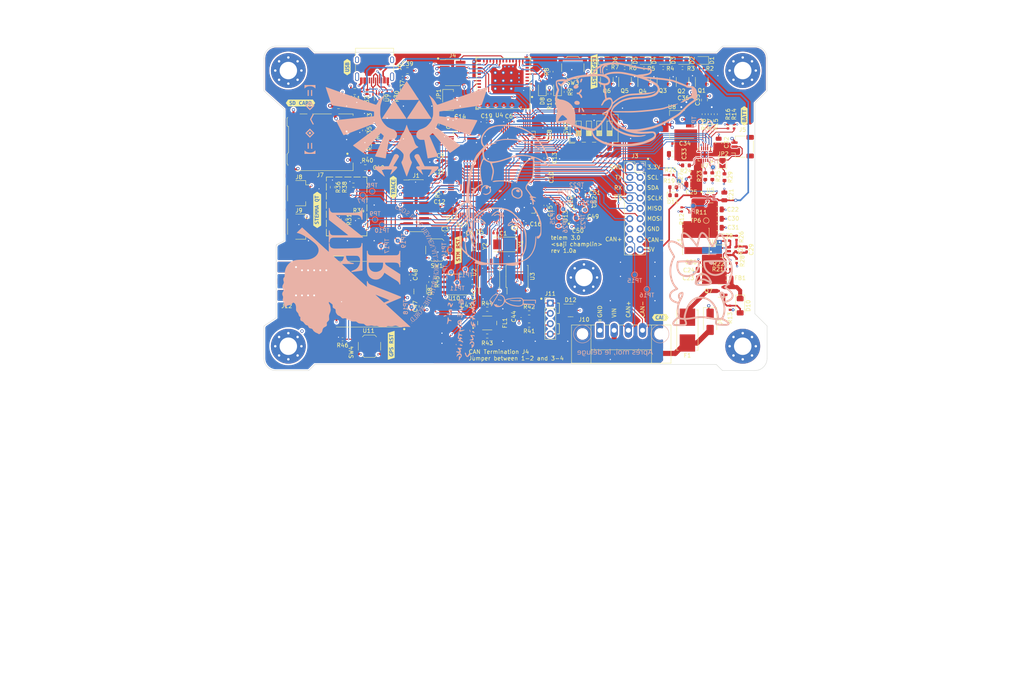
<source format=kicad_pcb>
(kicad_pcb (version 20221018) (generator pcbnew)
  (title_block (title "Telematics 3.0") (date "2023-08-16") (rev "1") (company "Saji Design Works (Solar Vehicle Project)"))
  (layers (0 "F.Cu" signal) (1 "In1.Cu" power) (2 "In2.Cu" power) (31 "B.Cu" signal) (34 "B.Paste" user) (35 "F.Paste" user) (36 "B.SilkS" user "B.Silkscreen") (37 "F.SilkS" user "F.Silkscreen") (38 "B.Mask" user) (39 "F.Mask" user) (44 "Edge.Cuts" user))
  (net 0 "")
  (net 1 "GND")
  (net 2 "/MCU/HSE_IN")
  (net 3 "/MCU/HSE_OUT")
  (net 4 "/MCU/RCC_OSC32_IN")
  (net 5 "/MCU/RCC_OSC32_OUT")
  (net 6 "+3V3")
  (net 7 "VBUS")
  (net 8 "/Power Management/SW_5V")
  (net 9 "Net-(U6-VIN)")
  (net 10 "+5V")
  (net 11 "Net-(U6-BOOT)")
  (net 12 "Net-(U6-SW)")
  (net 13 "Net-(C29-Pad1)")
  (net 14 "Net-(U6-FB)")
  (net 15 "/Power Management/BATP")
  (net 16 "/Power Management/V_{supp}")
  (net 17 "Net-(J12-In)")
  (net 18 "Net-(D1-K)")
  (net 19 "Net-(D2-K)")
  (net 20 "Net-(D3-K)")
  (net 21 "Net-(D4-K)")
  (net 22 "Net-(D5-K)")
  (net 23 "Net-(D6-K)")
  (net 24 "Net-(D7-K)")
  (net 25 "/ESP32 Coprocessor/LED0")
  (net 26 "Net-(D8-K)")
  (net 27 "/ESP32 Coprocessor/LED1")
  (net 28 "VDC")
  (net 29 "Net-(D10-K)")
  (net 30 "/Power Management/RP_GATE")
  (net 31 "Net-(D11-K)")
  (net 32 "Net-(Q7-D)")
  (net 33 "/Power Management/TS")
  (net 34 "/Board IO/USB_CC1")
  (net 36 "/Board IO/USB_CC2")
  (net 38 "/Board IO/SD.DAT2")
  (net 39 "/Board IO/SD.DAT3")
  (net 40 "/Board IO/SD.CMD")
  (net 41 "/Board IO/SD.CLK")
  (net 42 "/Board IO/SD.DAT0")
  (net 43 "/Board IO/SD.DAT1")
  (net 44 "/Board IO/QT1.SDA")
  (net 45 "/Board IO/QT1.SCL")
  (net 46 "/Board IO/QT2.SDA")
  (net 47 "/Board IO/QT2.SCL")
  (net 49 "/ESP32 Coprocessor/~{DOWNLOAD}")
  (net 50 "Net-(JP2-B)")
  (net 51 "/MCU/STATUS_LED0")
  (net 52 "Net-(Q1-D)")
  (net 53 "/MCU/STATUS_LED1")
  (net 54 "Net-(Q2-D)")
  (net 55 "/MCU/GOOD_IND")
  (net 56 "Net-(Q3-D)")
  (net 57 "/MCU/STATUS_LED2")
  (net 58 "Net-(Q4-D)")
  (net 59 "/MCU/FAULT_IND")
  (net 60 "Net-(Q5-D)")
  (net 61 "/MCU/STATUS_LED3")
  (net 62 "Net-(Q6-D)")
  (net 63 "/MCU/PD9")
  (net 64 "Net-(Q8-S)")
  (net 65 "/MCU/BOOT0")
  (net 66 "/ESP32 Coprocessor/ESP32.EN")
  (net 67 "/Power Management/PR1")
  (net 68 "/MCU/~{CE}")
  (net 69 "/MCU/EN1")
  (net 70 "/MCU/EN2")
  (net 71 "/MCU/~{PGOOD}")
  (net 72 "/MCU/~{CHG}")
  (net 73 "/MCU/ST")
  (net 74 "Net-(U6-EN)")
  (net 75 "Net-(U7-TMR)")
  (net 76 "Net-(U7-ILIM)")
  (net 77 "Net-(U7-ISET)")
  (net 78 "/MCU/GPS.~{RST}")
  (net 79 "/Board IO/CAN.TX")
  (net 80 "/Board IO/CAN.SHDN")
  (net 81 "/Board IO/CAN.RX")
  (net 82 "/Board IO/CAN.STB")
  (net 83 "/MCU/GPS.TX")
  (net 84 "/MCU/GPS.RX")
  (net 85 "/MCU/GPS.1PPS")
  (net 86 "/MCU/SENSE.IMU_CS")
  (net 87 "/MCU/SENSE.IMU_INT1")
  (net 88 "/MCU/SENSE.IMU_INT2")
  (net 89 "/MCU/SENSE.MISO")
  (net 90 "/MCU/SENSE.SCLK")
  (net 91 "/MCU/SENSE.MOSI")
  (net 92 "/MCU/SENSE.BME_CS")
  (net 93 "/MCU/DEBUG_TRACECLK")
  (net 94 "/MCU/DEBUG_TRACED0")
  (net 95 "/MCU/DEBUG_TRACED1")
  (net 96 "/MCU/DEBUG_TRACED2")
  (net 97 "/MCU/DEBUG_TRACED3")
  (net 103 "/MCU/OCTOSPI_IO3")
  (net 104 "/MCU/OCTOSPI_IO2")
  (net 105 "/MCU/OCTOSPI_IO0")
  (net 106 "/MCU/OCTOSPI_IO1")
  (net 107 "/MCU/OCTOSPI_CLK")
  (net 108 "/MCU/OCTOSPI_IO7")
  (net 109 "/MCU/OCTOSPI_IO4")
  (net 110 "/MCU/OCTOSPI_IO5")
  (net 111 "/MCU/OCTOSPI_IO6")
  (net 115 "/MCU/OCTOSPI_NCS")
  (net 116 "/MCU/SPI1_NSS")
  (net 117 "/ESP32 Coprocessor/ESP32.HNDSHK")
  (net 118 "/ESP32 Coprocessor/ESP32.CS")
  (net 119 "/ESP32 Coprocessor/ESP32.SCLK")
  (net 120 "/ESP32 Coprocessor/ESP32.MISO")
  (net 121 "/ESP32 Coprocessor/ESP32.MOSI")
  (net 126 "/MCU/I2C3_SCL")
  (net 127 "/MCU/I2C3_SDA")
  (net 129 "/MCU/USART1_TX")
  (net 130 "/MCU/USART1_RX")
  (net 131 "/MCU/DEBUG_SWDIO")
  (net 132 "/MCU/DEBUG_SWCLK")
  (net 134 "/MCU/SPI3_SCK")
  (net 135 "/MCU/SPI3_MISO")
  (net 136 "/MCU/SPI3_MOSI")
  (net 137 "/MCU/SPI3_NSS")
  (net 139 "/MCU/DEBUG_SWO")
  (net 151 "/ESP32 Coprocessor/TMS")
  (net 152 "/ESP32 Coprocessor/TDI")
  (net 153 "/ESP32 Coprocessor/TCLK")
  (net 154 "/ESP32 Coprocessor/TDO")
  (net 164 "/MCU/NRST")
  (net 165 "Net-(C44-Pad1)")
  (net 166 "Net-(U10-CANH)")
  (net 167 "Net-(U10-CANL)")
  (net 172 "/Board IO/USB_D-")
  (net 173 "/Board IO/USB_D+")
  (net 176 "Net-(J11-Pin_2)")
  (net 177 "CAN-")
  (net 178 "CAN+")
  (net 179 "/MCU/PB6")
  (net 180 "/MCU/PB7")
  (net 181 "/MCU/PE8")
  (net 182 "/MCU/PB8")
  (net 183 "/MCU/PB9")
  (net 184 "/MCU/PF11")
  (net 185 "/MCU/PF12")
  (net 186 "/MCU/PF13")
  (net 187 "/MCU/PC7")
  (net 188 "/MCU/PC6")
  (net 189 "/MCU/PC5")
  (net 190 "/MCU/PA2")
  (net 193 "/MCU/PB2")
  (net 194 "/MCU/PG2")
  (net 195 "/MCU/OPT0")
  (net 196 "/MCU/OPT2")
  (net 197 "/MCU/OPT1")
  (net 198 "/MCU/PE10")
  (net 199 "/MCU/PE11")
  (net 200 "/MCU/PE12")
  (net 201 "Net-(J11-Pin_3)")
  (footprint "Resistor_SMD:R_0402_1005Metric" (layer "F.Cu") (at 197.865 56.78 -90)
    (fp_text reference "R14")
    (fp_text value "100k")
  )
  (footprint "Capacitor_SMD:C_0805_2012Metric" (layer "F.Cu") (at 193.864 81.77)
    (fp_text reference "C31")
    (fp_text value "22u")
  )
  (footprint "LED_SMD:LED_0805_2012Metric" (layer "F.Cu") (at 175.695 40.5 180)
    (fp_text reference "D4")
    (fp_text value "STA2")
  )
  (footprint "Resistor_SMD:R_0402_1005Metric" (layer "F.Cu") (at 187.365 77.97 180)
    (fp_text reference "R11")
    (fp_text value "100k")
  )
  (footprint "Package_TO_SOT_SMD:SOT-363_SC-70-6" (layer "F.Cu") (at 110.365 49.77 -90)
    (fp_text reference "U9")
    (fp_text value "NUP4202")
  )
  (footprint "kibuzzard-64E6B9D9" (layer "F.Cu") (at 102.5 42.15 90)
    (fp_text reference "kibuzzard-64E6B9D9" hide)
    (fp_text value "G***" hide)
  )
  (footprint "footprints:FIL_DLW43SH510XK2L" (layer "F.Cu") (at 137.017 105.27)
    (fp_text reference "FL1")
    (fp_text value "DLW43SH510XK2L")
  )
  (footprint "Connector_JST:JST_SH_SM04B-SRSS-TB_1x04-1MP_P1.00mm_Horizontal" (layer "F.Cu") (at 90.5 81.5 -90)
    (fp_text reference "J9")
    (fp_text value "QT2")
  )
  (footprint "Package_TO_SOT_SMD:SOT-223-3_TabPin2" (layer "F.Cu") (at 183.865 56.27 180)
    (fp_text reference "U8")
    (fp_text value "AP7361C-33E")
  )
  (footprint "MountingHole:MountingHole_4.3mm_M4_Pad_Via" (layer "F.Cu") (at 88 111)
    (fp_text reference "REF**" hide)
    (fp_text value "MountingHole_4.3mm_M4_Pad_Via")
  )
  (footprint "kibuzzard-64E84E3F" (layer "F.Cu") (at 113.865 71.77 90)
    (fp_text reference "kibuzzard-64E84E3F" hide)
    (fp_text value "G***" hide)
  )
  (footprint "Capacitor_SMD:C_0402_1005Metric" (layer "F.Cu") (at 136.345 80.77)
    (fp_text reference "C20" hide)
    (fp_text value "0.1u")
  )
  (footprint "Package_SO:SOIC-8_5.23x5.23mm_P1.27mm" (layer "F.Cu") (at 137.365 93.77 90)
    (fp_text reference "U2")
    (fp_text value "W25Q128JVS")
  )
  (footprint "Capacitor_SMD:C_0805_2012Metric" (layer "F.Cu") (at 189.95 94.25 180)
    (fp_text reference "C23")
    (fp_text value "10u")
  )
  (footprint "Resistor_SMD:R_0603_1608Metric" (layer "F.Cu") (at 195.5 69.3 -90)
    (fp_text reference "R29")
    (fp_text value "10k")
  )
  (footprint "Resistor_SMD:R_0402_1005Metric" (layer "F.Cu") (at 198.264 87.055 -90)
    (fp_text reference "R27")
    (fp_text value "100k")
  )
  (footprint "Resistor_SMD:R_0402_1005Metric" (layer "F.Cu") (at 190.365 53.77 -90)
    (fp_text reference "R18")
    (fp_text value "100k")
  )
  (footprint "kibuzzard-64E84E26" (layer "F.Cu") (at 179.689 103.91)
    (fp_text reference "kibuzzard-64E84E26" hide)
    (fp_text value "G***" hide)
  )
  (footprint "Package_TO_SOT_SMD:SOT-23" (layer "F.Cu") (at 180.450001 45.300001 90)
    (fp_text reference "Q3")
    (fp_text value "2N7002")
  )
  (footprint "Resistor_SMD:R_0603_1608Metric" (layer "F.Cu") (at 137.017 101.878)
    (fp_text reference "R44")
    (fp_text value "0R")
  )
  (footprint "Capacitor_SMD:C_0805_2012Metric" (layer "F.Cu") (at 189.864 92.155 180)
    (fp_text reference "C24")
    (fp_text value "10u")
  )
  (footprint "Connector_Phoenix_MC:PhoenixContact_MC_1,5_4-GF-3.5_1x04_P3.50mm_Horizontal_ThreadedFlange_MountHole" (layer "F.Cu") (at 164.805 107.0675)
    (fp_text reference "J10")
    (fp_text value "Conn_01x04_Socket")
  )
  (footprint "Connector_JST:JST_SH_SM03B-SRSS-TB_1x03-1MP_P1.00mm_Horizontal" (layer "F.Cu") (at 199.965 61.77 90)
    (fp_text reference "J5")
    (fp_text value "BAT")
  )
  (footprint "Package_TO_SOT_SMD:SOT-23" (layer "F.Cu") (at 157.565 102.17)
    (fp_text reference "D12")
    (fp_text value "NUP2105L")
  )
  (footprint "Resistor_SMD:R_0402_1005Metric" (layer "F.Cu") (at 196.364 90.56)
    (fp_text reference "R22")
    (fp_text value "105k")
  )
  (footprint "Package_SO:SOIC-8_5.23x5.23mm_P1.27mm" (layer "F.Cu") (at 144.365 93.77 90)
    (fp_text reference "U3")
    (fp_text value "W25Q128JVS")
  )
  (footprint "LED_SMD:LED_0603_1608Metric" (layer "F.Cu") (at 182.865 73.77)
    (fp_text reference "D11")
    (fp_text value "5V")
  )
  (footprint "Capacitor_SMD:C_0402_1005Metric" (layer "F.Cu") (at 143.75 83.08125 180)
    (fp_text reference "C2")
    (fp_text value "20p")
  )
  (footprint "Capacitor_SMD:C_0402_1005Metric" (layer "F.Cu") (at 151.365 76.27 90)
    (fp_text reference "C15")
    (fp_text value "0.1u")
  )
  (footprint "Capacitor_SMD:C_0402_1005Metric" (layer "F.Cu") (at 151.365 64.58125 90)
    (fp_text reference "C13")
    (fp_text value "0.1u")
  )
  (footprint "Package_LGA:LGA-14_3x2.5mm_P0.5mm_LayoutBorder3x4y" (layer "F.Cu") (at 159.79 75.345001 90)
    (fp_text reference "U12")
    (fp_text value "LSM6DS3")
  )
  (footprint "Resistor_SMD:R_0402_1005Metric" (layer "F.Cu") (at 184.965 77.255 -90)
    (fp_text reference "R12")
    (fp_text value "100k")
  )
  (footprint "kibuzzard-64E6B9AE" (layer "F.Cu") (at 100.5 88)
    (fp_text reference "kibuzzard-64E6B9AE" hide)
    (fp_text value "G***" hide)
  )
  (footprint "Capacitor_SMD:C_0402_1005Metric" (layer "F.Cu") (at 187.385 69.27 180)
    (fp_text reference "C27")
    (fp_text value "1u")
  )
  (footprint "Capacitor_SMD:C_0402_1005Metric" (layer "F.Cu") (at 196.139 84.955 180)
    (fp_text reference "C28")
    (fp_text value "0.1u")
  )
  (footprint "Connector_JST:JST_SH_SM04B-SRSS-TB_1x04-1MP_P1.00mm_Horizontal" (layer "F.Cu") (at 90.5 73.25 -90)
    (fp_text reference "J8")
    (fp_text value "QT1")
  )
  (footprint "LED_SMD:LED_0805_2012Metric" (layer "F.Cu") (at 185.165 40.5 180)
    (fp_text reference "D2")
    (fp_text value "STA1")
  )
  (footprint "Package_SO:SOIC-8_3.9x4.9mm_P1.27mm" (layer "F.Cu") (at 128.865 95.77 180)
    (fp_text reference "U10")
    (fp_text value "TCAN334G")
  )
  (footprint "Resistor_SMD:R_0603_1608Metric" (layer "F.Cu") (at 186 66.4)
    (fp_text reference "R24")
    (fp_text value "1.18k")
  )
  (footprint "Diode_SMD:D_SMA" (layer "F.Cu") (at 191.965 104.97 -90)
    (fp_text reference "D9")
    (fp_text value "SMAJ30CA")
  )
  (footprint "Inductor_SMD:L_Changjiang_FNR6020S" (layer "F.Cu") (at 188.464 85.155 90)
    (fp_text reference "L1")
    (fp_text value "15u")
  )
  (footprint "MountingHole:MountingHole_4.3mm_M4_Pad_Via" (layer "F.Cu") (at 200 43)
    (fp_text reference "REF**" hide)
    (fp_text value "MountingHole_4.3mm_M4_Pad_Via")
  )
  (footprint "Resistor_SMD:R_0603_1608Metric" (layer "F.Cu") (at 190.764 69.055 90)
    (fp_text reference "R23")
    (fp_text value "46.4k")
  )
  (footprint "Capacitor_SMD:C_0402_1005Metric" (layer "F.Cu") (at 125.465 65.17)
    (fp_text reference "C9")
    (fp_text value "0.1u")
  )
  (footprint "Resistor_SMD:R_0402_1005Metric" (layer "F.Cu") (at 182.365 68.77)
    (fp_text reference "R20")
    (fp_text value "100k")
  )
  (footprint "Capacitor_SMD:C_0402_1005Metric" (layer "F.Cu") (at 135.23 84.08125 180)
    (fp_text reference "C5")
    (fp_text value "10p")
  )
  (footprint "Espressif:ESP32-C3-MINI-1U" (layer "F.Cu") (at 140.975 46.2 180)
    (fp_text reference "U4")
    (fp_text value "ESP32-C3-MINI-1")
  )
  (footprint "Capacitor_SMD:C_0805_2012Metric" (layer "F.Cu") (at 193.865 77.255)
    (fp_text reference "C22")
    (fp_text value "4.7u")
  )
  (footprint "Resistor_SMD:R_0402_1005Metric" (layer "F.Cu") (at 180.400001 42.3735 180)
    (fp_text reference "R4")
    (fp_text value "330")
  )
  (footprint "LED_SMD:LED_0805_2012Metric" (layer "F.Cu") (at 189.900001 40.5 180)
    (fp_text reference "D1")
    (fp_text value "STA0")
  )
  (footprint "Resistor_SMD:R_0402_1005Metric" (layer "F.Cu") (at 152.865 43.27 90)
    (fp_text reference "R8")
    (fp_text value "100k")
  )
  (footprint "Jumper:SolderJumper-2_P1.3mm_Open_TrianglePad1.0x1.5mm" (layer "F.Cu") (at 195 65.8 -90)
    (fp_text reference "JP2")
    (fp_text value "BAT_TS_BYP")
  )
  (footprint "Capacitor_SMD:C_0402_1005Metric" (layer "F.Cu") (at 183.165 60.97 180)
    (fp_text reference "C34")
    (fp_text value "0.1u")
  )
  (footprint "Package_TO_SOT_SMD:SOT-23" (layer "F.Cu") (at 166.5 45.300001 90)
    (fp_text reference "Q6")
    (fp_text value "2N7002")
  )
  (footprint "Capacitor_SMD:C_0805_2012Metric" (layer "F.Cu") (at 104.365 48.17 180)
    (fp_text reference "C41")
    (fp_text value "10u")
  )
  (footprint "Package_TO_SOT_SMD:SOT-23" (layer "F.Cu") (at 185.175001 45.300001 90)
    (fp_text reference "Q2")
    (fp_text value "2N7002")
  )
  (footprint "Capacitor_SMD:C_0805_2012Metric" (layer "F.Cu") (at 190.564 50.27 90)
    (fp_text reference "C35")
    (fp_text value "4.7u")
  )
  (footprint "Resistor_SMD:R_0603_1608Metric" (layer "F.Cu") (at 105.365 78.97)
    (fp_text reference "R34")
    (fp_text value "10k")
  )
  (footprint "Connector_PinHeader_2.54mm:PinHeader_1x04_P2.54mm_Vertical" (layer "F.Cu") (at 152.565 100.354)
    (fp_text reference "J11")
    (fp_text value "CAN_TERMINATION")
  )
  (footprint "Resistor_SMD:R_0402_1005Metric" (layer "F.Cu") (at 191.865 53.77 90)
    (fp_text reference "R17")
    (fp_text value "100k")
  )
  (footprint "kibuzzard-64ED289C" (layer "F.Cu") (at 129.865 87.27 90)
    (fp_text reference "kibuzzard-64ED289C" hide)
    (fp_text value "G***" hide)
  )
  (footprint "Capacitor_SMD:C_0805_2012Metric" (layer "F.Cu") (at 182.765 63.57 180)
    (fp_text reference "C33")
    (fp_text value "4.7u")
  )
  (footprint "LED_SMD:LED_0805_2012Metric" (layer "F.Cu") (at 180.43 40.5 180)
    (fp_text reference "D3")
    (fp_text value "GOOD_LED")
  )
  (footprint "Resistor_SMD:R_0402_1005Metric" (layer "F.Cu") (at 107.5 64 180)
    (fp_text reference "R40")
    (fp_text value "100k")
  )
  (footprint "Resistor_SMD:R_0402_1005Metric" (layer "F.Cu") (at 196.865 101.510001 -90)
    (fp_text reference "R13")
    (fp_text value "100k")
  )
  (footprint "Package_TO_SOT_SMD:SOT-23" (layer "F.Cu") (at 194.565 97.37 180)
    (fp_text reference "Q7")
    (fp_text value "IRLML9301")
  )
  (footprint "Capacitor_SMD:C_0805_2012Metric" (layer "F.Cu") (at 120.965 101.17 90)
    (fp_text reference "C47")
    (fp_text value "4.7u")
  )
  (footprint "Resistor_SMD:R_0402_1005Metric" (layer "F.Cu") (at 107.365 48.27 -90)
    (fp_text reference "R32")
    (fp_text value "5.1k")
  )
  (footprint "Inductor_SMD:L_0805_2012Metric" (layer "F.Cu") (at 196.165 94.17 180)
    (fp_text reference "FB1")
    (fp_text value "600 @ 600MHz")
  )
  (footprint "Package_LGA:Bosch_LGA-8_2.5x2.5mm_P0.65mm_ClockwisePinNumbering" (layer "F.Cu") (at 158.79 78.945 90)
    (fp_text reference "U13")
    (fp_text value "BME280")
  )
  (footprint "Resistor_SMD:R_0603_1608Metric" (layer "F.Cu") (at 182.865 71.77)
    (fp_text reference "R19")
    (fp_text value "330")
  )
  (footprint "Capacitor_SMD:C_0805_2012Metric" (layer "F.Cu") (at 187.039 71.155 180)
    (fp_text reference "C25")
    (fp_text value "4.7u")
  )
  (footprint "Capacitor_SMD:C_0402_1005Metric" (layer "F.Cu") (at 125.165 69.07)
    (fp_text reference "C11")
    (fp_text value "0.1u")
  )
  (footprint "Capacitor_SMD:C_0805_2012Metric" (layer "F.Cu") (at 100.365 51.67 180)
    (fp_text reference "C38")
    (fp_text value "22u")
  )
  (footprint "Capacitor_SMD:C_0805_2012Metric" (layer "F.Cu") (at 195.464 74.055 90)
    (fp_text reference "C21")
    (fp_text value "4.7u")
  )
  (footprint "Package_TO_SOT_SMD:SOT-583-8" (layer "F.Cu") (at 192.064 74.43)
    (fp_text reference "U5")
    (fp_text value "TPS2116")
  )
  (footprint "Capacitor_SMD:C_0402_1005Metric" (layer "F.Cu") (at 145.365 104.27 180)
    (fp_text reference "C44")
    (fp_text value "4.7n")
  )
  (footprint "Capacitor_SMD:C_0402_1005Metric" (layer "F.Cu") (at 161.165 79.45 -90)
    (fp_text reference "C49")
    (fp_text value "0.1u")
  )
  (footprint "Resistor_SMD:R_0603_1608Metric" (layer "F.Cu") (at 192.5 69.055 -90)
    (fp_text reference "R25")
    (fp_text value "1.13k")
  )
  (footprint "Resistor_SMD:R_0402_1005Metric" (layer "F.Cu") (at 185.150001 42.3735 180)
    (fp_text reference "R3")
    (fp_text value "330")
  )
  (footprint "Package_TO_SOT_SMD:SOT-23" (layer "F.Cu") (at 171.000001 45.300001 90)
    (fp_text reference "Q5")
    (fp_text value "2N7002")
  )
  (footprint "Capacitor_SMD:C_0402_1005Metric" (layer "F.Cu") (at 125.665 76.97 -45)
    (fp_text reference "C12")
    (fp_text value "0.1u")
  )
  (footprint "Resistor_SMD:R_0402_1005Metric" (layer "F.Cu") (at 175.650001 42.3735 180)
    (fp_text reference "R5")
    (fp_text value "330")
  )
  (footprint "Capacitor_SMD:C_0402_1005Metric" (layer "F.Cu") (at 139.05 83.08125)
    (fp_text reference "C1")
    (fp_text value "20p")
  )
  (footprint "Capacitor_SMD:C_0402_1005Metric" (layer "F.Cu") (at 126.595 83.27)
    (fp_text reference "C3")
    (fp_text value "0.1u")
  )
  (footprint "Button_Switch_SMD:SW_Push_1P1T_XKB_TS-1187A" (layer "F.Cu") (at 124.615 87.27 180)
    (fp_text reference "SW1")
    (fp_text value "RESET")
  )
  (footprint "Fuse:Fuseholder_Littelfuse_Nano2_154x" (layer "F.Cu") (at 186.365 107.02 90)
    (fp_text reference "F1")
    (fp_text value "2.5A")
  )
  (footprint "Crystal:Crystal_SMD_3215-2Pin_3.2x1.5mm" (layer "F.Cu") (at 133.75 86.43125)
    (fp_text reference "Y2")
    (fp_text value "32.768kHz")
  )
  (footprint "Capacitor_SMD:C_0402_1005Metric" (layer "F.Cu") (at 130.365 55.52)
    (fp_text reference "C14")
    (fp_text value "0.1u")
  )
  (footprint "Resistor_SMD:R_0603_1608Metric" (layer "F.Cu") (at 147.365 105.77)
    (fp_text reference "R41")
    (fp_text value "60R")
  )
  (footprint "Connector_USB:USB_C_Receptacle_HRO_TYPE-C-31-M-12" (layer "F.Cu") (at 109.25 41.4 180)
    (fp_text reference "J6")
    (fp_text value "STM_USBC")
  )
  (footprint "Resistor_SMD:R_0402_1005Metric" (layer "F.Cu") (at 189.900001 42.3735 180)
    (fp_text reference "R2")
    (fp_text value "330")
  )
  (footprint "Capacitor_SMD:C_0402_1005Metric" (layer "F.Cu") (at 131.865 99.77)
    (fp_text reference "C43")
    (fp_text value "0.1u")
  )
  (footprint "Connector_PinHeader_1.27mm:PinHeader_2x05_P1.27mm_Vertical_SMD" (layer "F.Cu") (at 128.5 43.5)
    (fp_text reference "J4")
    (fp_text value "ESP32_JTAG")
  )
  (footprint "Capacitor_SMD:C_0402_1005Metric" (layer "F.Cu") (at 142.365 55.52 180)
    (fp_text reference "C6")
    (fp_text value "1u")
  )
  (footprint "Resistor_SMD:R_0402_1005Metric" (layer "F.Cu") (at 196.365 56.77 -90)
    (fp_text reference "R16")
    (fp_text value "100k")
  )
  (footprint "Connector_Coaxial:SMA_Molex_73251-2120_EdgeMount_Horizontal" (layer "F.Cu") (at 86.905 94.97 180)
    (fp_text reference "J12")
    (fp_text value "GPS_ANT")
  )
  (footprint "kibuzzard-64EA17F0" (layer "F.Cu") (at 200.365 54.17 90)
    (fp_text reference "kibuzzard-64EA17F0" hide)
    (fp_text value "G***" hide)
  )
  (footprint "kibuzzard-64EA1880" (layer "F.Cu") (at 113.365 110.77 90)
    (fp_text reference "kibuzzard-64EA1880" hide)
    (fp_text value "G***" hide)
  )
  (footprint "Package_DFN_QFN:VQFN-16-1EP_3x3mm_P0.5mm_EP1.6x1.6mm" (layer "F.Cu") (at 190.6 63.7 180)
    (fp_text reference "U7")
    (fp_text value "BQ24075RGT")
  )
  (footprint "kibuzzard-64E6B9C4" (layer "F.Cu") (at 91 51)
    (fp_text reference "kibuzzard-64E6B9C4" hide)
    (fp_text value "G***" hide)
  )
  (footprint "Resistor_SMD:R_0402_1005Metric" (layer "F.Cu") (at 198.5 89.955 -90)
    (fp_text reference "R28")
    (fp_text value "13.3k")
  )
  (footprint "Capacitor_SMD:C_0402_1005Metric" (layer "F.Cu") (at 151.565 69.37 90)
    (fp_text reference "C10")
    (fp_text value "0.1u")
  )
  (footprint "Capacitor_SMD:C_0402_1005Metric" (layer "F.Cu") (at 132.27 84.08125)
    (fp_text reference "C4")
    (fp_text value "10p")
  )
  (footprint "Resistor_SMD:R_0603_1608Metric" (layer "F.Cu") (at 104.04 71.27)
    (fp_text reference "R38")
    (fp_text value "10k")
  )
  (footprint "kibuzzard-64E6B9B9" (layer "F.Cu") (at 95.115 77.37 90)
    (fp_text reference "kibuzzard-64E6B9B9" hide)
    (fp_text value "G***" hide)
  )
  (footprint "Capacitor_SMD:C_0805_2012Metric" (layer "F.Cu") (at 125.865 56.27 -90)
    (fp_text reference "C8")
    (fp_text value "4.7u")
  )
  (footprint "Resistor_SMD:R_0402_1005Metric" (layer "F.Cu") (at 113.565 49.37 -90)
    (fp_text reference "R30")
    (fp_text value "5.1k")
  )
  (footprint "Resistor_SMD:R_0402_1005Metric" (layer "F.Cu") (at 196.364 92 180)
    (fp_text reference "R21")
    (fp_text value "511k")
  )
  (footprint "Resistor_SMD:R_0402_1005Metric" (layer "F.Cu") (at 198.464 84.26 -90)
    (fp_text reference "R26")
    (fp_text value "49.9")
  )
  (footprint "Resistor_SMD:R_0402_1005Metric" (layer "F.Cu") (at 122.965 95.17 -90)
    (fp_text reference "R45")
    (fp_text value "100k")
  )
  (footprint "kibuzzard-64ED2075" (layer "F.Cu") (at 163.365 43.27 -90)
    (fp_text reference "kibuzzard-64ED2075" hide)
    (fp_text value "G***" hide)
  )
  (footprint "Capacitor_SMD:C_0805_2012Metric" (layer "F.Cu") (at 106.965 66.97)
    (fp_text reference "C40")
    (fp_text value "22u")
  )
  (footprint "Capacitor_SMD:C_0402_1005Metric" (layer "F.Cu") (at 116.115 44.77)
    (fp_text reference "C37")
    (fp_text value "0.1u")
  )
  (footprint "Capacitor_SMD:C_0805_2012Metric" (layer "F.Cu") (at 193.864 79.57)
    (fp_text reference "C30")
    (fp_text value "22u")
  )
  (footprint "MountingHole:MountingHole_4.3mm_M4_Pad_Via" (layer "F.Cu") (at 200 111)
    (fp_text reference "REF**" hide)
    (fp_text value "MountingHole_4.3mm_M4_Pad_Via")
  )
  (footprint "Connector_Card:microSD_HC_Hirose_DM3AT-SF-PEJM5" (layer "F.Cu") (at 96.075 60.675 -90)
    (fp_text reference "J7")
    (fp_text value "Micro_SD_Card")
  )
  (footprint "LED_SMD:LED_0805_2012Metric" (layer "F.Cu") (at 166.0625 40.5)
    (fp_text reference "D6")
    (fp_text value "STA3")
  )
  (footprint "LED_SMD:LED_0805_2012Metric" (layer "F.Cu") (at 171 40.5 180)
    (fp_text reference "D5")
    (fp_text value "FAULT_LED")
  )
  (footprint "Resistor_SMD:R_0402_1005Metric" (layer "F.Cu") (at 126 73.49 90)
    (fp_text reference "R1")
    (fp_text value "100k")
  )
  (footprint "LED_SMD:LED_0805_2012Metric" (layer "F.Cu") (at 154.365 47.52 90)
    (fp_text reference "D7")
    (fp_text value "ESP_LED0")
  )
  (footprint "Capacitor_SMD:C_0402_1005Metric" (layer "F.Cu") (at 151.065 59.07 90)
    (fp_text reference "C18")
    (fp_text value "0.1u")
  )
  (footprint "Capacitor_SMD:C_0402_1005Metric" (layer "F.Cu") (at 132.765 81.07 90)
    (fp_text reference "C17")
    (fp_text value "0.1u")
  )
  (footprint "Capacitor_SMD:C_0402_1005Metric" (layer "F.Cu") (at 200.964 87.155 -90)
    (fp_text reference "C29")
    (fp_text value "75p")
  )
  (footprint "Capacitor_SMD:C_0402_1005Metric" (layer "F.Cu") (at 118.165 93.37 -90)
    (fp_text reference "C48")
    (fp_text value "0.1u")
  )
  (footprint "LED_SMD:LED_0805_2012Metric" (layer "F.Cu") (at 150.615 47.52 90)
    (fp_text reference "D8")
    (fp_text value "ESP_LED1")
  )
  (footprint "Resistor_SMD:R_0603_1608Metric" (layer "F.Cu") (at 137.017 108.482)
    (fp_text reference "R43")
    (fp_text value "0R")
  )
  (footprint "Capacitor_SMD:C_0805_2012Metric" (layer "F.Cu") (at 194.064 60.77 90)
    (fp_text reference "C32")
    (fp_text value "4.7u")
  )
  (footprint "Button_Switch_SMD:SW_Push_1P1T_XKB_TS-1187A" (layer "F.Cu") (at 108 111)
    (fp_text reference "SW4")
    (fp_text value "GPS_RST")
  )
  (footprint "Capacitor_SMD:C_0402_1005Metric" (layer "F.Cu") (at 133.615 95.77 -90)
    (fp_text reference "C42")
    (fp_text value "0.1u")
  )
  (footprint "Resistor_SMD:R_0603_1608Metric" (layer "F.Cu") (at 101.565 79.77 -90)
    (fp_text reference "R31")
    (fp_text value "10k")
  )
  (footprint "Crystal:Crystal_SMD_5032-2Pin_5.0x3.2mm" (layer "F.Cu") (at 141.35 85.88125 180)
    (fp_text reference "Y1")
    (fp_text value "8MHz")
  )
  (footprint "Button_Switch_SMD:SW_DIP_SPSTx04_Slide_6.7x11.72mm_W8.61mm_P2.54mm_LowProfile" (layer "F.Cu") (at 163.365 57.27 90)
    (fp_text reference "SW2")
    (fp_text value "OPT")
  )
  (footprint "Resistor_SMD:R_0402_1005Metric" (layer "F.Cu") (at 106.665 57.77 90)
    (fp_text reference "R35")
    (fp_text value "100k")
  )
  (footprint "RF_GPS:Quectel_L80-R" (layer "F.Cu") (at 107.793446 98.168787 180)
    (fp_text reference "U11")
    (fp_text value "L80-R")
  )
  (footprint "Connector_PinSocket_2.54mm:PinSocket_2x09_P2.54mm_Vertical" (layer "F.Cu") (at 174.705 66.83)
    (fp_text reference "J3")
    (fp_text value "EXPANSION_1")
  )
  (footprint "Capacitor_SMD:C_0402_1005Metric" (layer "F.Cu") (at 146.55 80.87 180)
    (fp_text reference "C16")
    (fp_text value "0.1u")
  )
  (footprint "Package_TO_SOT_SMD:SOT-23" (layer "F.Cu") (at 120.51 97.5 -90)
    (fp_text reference "Q8")
    (fp_text value "2N7002")
  )
  (footprint "Capacitor_SMD:C_0402_1005Metric" (layer "F.Cu") (at 189.864 90.355 180)
    (fp_text reference "C26")
    (fp_text value "0.1u")
  )
  (footprint "Resistor_SMD:R_0402_1005Metric" (layer "F.Cu") (at 152.365 48.76 -90)
    (fp_text reference "R10")
    (fp_text value "330")
  )
  (footprint "Resistor_SMD:R_0402_1005Metric" (layer "F.Cu") (at 166.5 42.3735)
    (fp_text reference "R7")
    (fp_text value "330")
  )
  (footprint "Resistor_SMD:R_0603_1608Metric" (layer "F.Cu") (at 98.865 71.77 -90)
    (fp_text reference "R36")
    (fp_text value "10k")
  )
  (footprint "Resistor_SMD:R_0402_1005Metric" (layer "F.Cu") (at 101.365 109.27)
    (fp_text reference "R46")
    (fp_text value "100k")
  )
  (footprint "Package_TO_SOT_SMD:SOT-23-6" (layer "F.Cu") (at 195.3015 87.555)
    (fp_text reference "U6")
    (fp_text value "TPS54202DDC")
  )
  (footprint "Capacitor_SMD:C_0805_2012Metric" (layer "F.Cu") (at 117.365 43.02)
    (fp_text reference "C39")
    (fp_text value "10u")
  )
  (footprint "Capacitor_SMD:C_0402_1005Metric" (layer "F.Cu") (at 136.865 55.52 180)
    (fp_text reference "C19")
    (fp_text value "0.1u")
  )
  (footprint "Capacitor_SMD:C_0402_1005Metric" (layer "F.Cu") (at 162.165 75.37 90)
    (fp_text reference "C52")
    (fp_text value "0.1u")
  )
  (footprint "Package_QFP:LQFP-144_20x20mm_P0.5mm" (layer "F.Cu") (at 138.75 68.08125 90)
    (fp_text reference "U1")
    (fp_text value "STM32L562ZETx")
  )
  (footprint "Resistor_SMD:R_0603_1608Metric" (layer "F.Cu") (at 147.365 102.77 180)
    (fp_text reference "R42")
    (fp_text value "60R")
  )
  (footprint "Button_Switch_SMD:SW_Push_1P1T_XKB_TS-1187A" (layer "F.Cu") (at 158.115 42.27 180)
    (fp_text reference "SW3")
    (fp_text value "ESP32_RST")
  )
  (footprint "Capacitor_SMD:C_0402_1005Metric" (layer "F.Cu") (at 159.365 81.37 180)
    (fp_text reference "C50")
    (fp_text value "0.1u")
  )
  (footprint "TestPoint:TestPoint_Pad_D1.0mm" (layer "F.Cu") (at 191 80)
    (fp_text reference "TP6")
    (fp_text value "SW_5V")
  )
  (footprint "MountingHole:MountingHole_4.3mm_M4_Pad_Via" (layer "F.Cu") (at 88 43)
    (fp_text reference "REF**" hide)
    (fp_text value "MountingHole_4.3mm_M4_Pad_Via")
  )
  (footprint "Capacitor_SMD:C_0402_1005Metric" (layer "F.Cu") (at 128.615 56.52 -90)
    (fp_text reference "C7")
    (fp_text value "1u")
  )
  (footprint "Capacitor_SMD:C_0402_1005Metric" (layer "F.Cu") (at 187.365 49.77 90)
    (fp_text reference "C36")
    (fp_text value "0.1u")
  )
  (footprint "Resistor_SMD:R_0402_1005Metric" (layer "F.Cu") (at 156.365 48.27 -90)
    (fp_text reference "R9")
    (fp_text value "330")
  )
  (footprint "Resistor_SMD:R_0402_1005Metric" (layer "F.Cu") (at 193.365 53.77 90)
    (fp_text reference "R15")
    (fp_text value "100k")
  )
  (footprint "Diode_SMD:D_MiniMELF" (layer "F.Cu") (at 199.365 101.02 -90)
    (fp_text reference "D10")
    (fp_text value "BZV55B10")
  )
  (footprint "Resistor_SMD:R_0402_1005Metric" (layer "F.Cu") (at 106.265 61.87 180)
    (fp_text reference "R39")
    (fp_text value "100k")
  )
  (footprint "Package_TO_SOT_SMD:SOT-23" (layer "F.Cu") (at 189.900001 45.300001 90)
    (fp_text reference "Q1")
    (fp_text value "2N7002")
  )
  (footprint "MountingHole:MountingHole_4.3mm_M4_Pad_Via" (layer "F.Cu") (at 160.865 94.045)
    (fp_text reference "REF**" hide)
    (fp_text value "MountingHole_4.3mm_M4_Pad_Via")
  )
  (footprint "Capacitor_SMD:C_0402_1005Metric" (layer "F.Cu") (at 161.165 72.97)
    (fp_text reference "C51")
    (fp_text value "0.1u")
  )
  (footprint "Resistor_SMD:R_0402_1005Metric" (layer "F.Cu") (at 106.865 54.879999 -90)
    (fp_text reference "R33")
    (fp_text value "100k")
  )
  (footprint "Resistor_SMD:R_0402_1005Metric" (layer "F.Cu") (at 110 61 90)
    (fp_text reference "R37")
    (fp_text value "100k")
  )
  (footprint "Connector_PinHeader_2.54mm:PinHeader_1x02_P2.54mm_Vertical_SMD_Pin1Right" (layer "F.Cu") (at 127.365 50.27 180)
    (fp_text reference "JP1")
    (fp_text value "ESP32_BOOTSEL")
  )
  (footprint "Connector_PinHeader_1.27mm:PinHeader_2x10_P1.27mm_Vertical_SMD" (layer "F.Cu") (at 119.5 76.33125)
    (fp_text reference "J1")
    (fp_text value "STM32_TRACE")
  )
  (footprint "Resistor_SMD:R_0402_1005Metric" (layer "F.Cu") (at 170.900001 42.3735 180)
    (fp_text reference "R6")
    (fp_text value "330")
  )
  (footprint "Package_TO_SOT_SMD:SOT-23" (layer "F.Cu") (at 175.725001 45.300001 90)
    (fp_text reference "Q4")
    (fp_text value "2N7002")
  )
  (footprint "TestPoint:TestPoint_Pad_D1.0mm" (layer "B.Cu") (at 114.965 84.97 90)
    (fp_text reference "TP19")
    (fp_text value "1PPS")
  )
  (footprint "TestPoint:TestPoint_Pad_D1.0mm" (layer "B.Cu") (at 128.115 92.77 -90)
    (fp_text reference "TP12")
    (fp_text value "CAN_SHDN")
  )
  (footprint "TestPoint:TestPoint_Pad_D1.0mm" (layer "B.Cu") (at 154.615 81.27)
    (fp_text reference "TP26")
    (fp_text value "BME_~{CS}")
  )
  (footprint "TestPoint:TestPoint_Pad_D1.0mm" (layer "B.Cu") (at 173.365 93.37)
    (fp_text reference "TP15")
    (fp_text value "CANH")
  )
  (footprint "TestPoint:TestPoint_Pad_D1.0mm" (layer "B.Cu") (at 127.865 87.27 -90)
    (fp_text reference "TP14")
    (fp_text value "CAN_STB")
  )
  (footprint "TestPoint:TestPoint_Pad_D1.0mm" (layer "B.Cu") (at 184.264 70.255)
    (fp_text reference "TP4")
    (fp_text value "ST")
  )
  (footprint "footprints:nerv" (layer "B.Cu") (at 105.765 92.17 -90)
    (fp_text reference "G***" hide)
    (fp_text value "LOGO" hide)
  )
  (footprint "TestPoint:TestPoint_Pad_D1.0mm" (layer "B.Cu") (at 192.664 66.855 180)
    (fp_text reference "TP5")
    (fp_text value "BAT_CUR")
  )
  (footprint "TestPoint:TestPoint_Pad_D1.0mm" (layer "B.Cu") (at 159.04 72.682501 180)
    (fp_text reference "TP22")
    (fp_text value "IMU_INT_{2}")
  )
  (footprint "TestPoint:TestPoint_Pad_D1.0mm" (layer "B.Cu") (at 109.365 79.77 180)
    (fp_text reference "TP9")
    (fp_text value "QT2_SDA")
  )
  (footprint "TestPoint:TestPoint_Pad_D1.0mm" (layer "B.Cu") (at 176.365 96.97)
    (fp_text reference "TP16")
    (fp_text value "CANL")
  )
  (footprint "TestPoint:TestPoint_Pad_D1.0mm" (layer "B.Cu") (at 158.965 79.37)
    (fp_text reference "TP23")
    (fp_text value "SENSE_MISO")
  )
  (footprint "TestPoint:TestPoint_Pad_D1.0mm" (layer "B.Cu") (at 189.465 55.67 -90)
    (fp_text reference "TP3")
    (fp_text value "~{CHG}")
  )
  (footprint "TestPoint:TestPoint_Pad_D1.0mm" (layer "B.Cu") (at 131.615 92.02)
    (fp_text reference "TP13")
    (fp_text value "CAN_RX")
  )
  (footprint "TestPoint:TestPoint_Pad_D1.0mm" (layer "B.Cu") (at 161.165 77.37 -90)
    (fp_text reference "TP21")
    (fp_text value "IMU_INT_{1}")
  )
  (footprint "TestPoint:TestPoint_Pad_D1.0mm" (layer "B.Cu") (at 187.764 76.355)
    (fp_text reference "TP1")
    (fp_text value "PR1")
  )
  (footprint "footprints:badtzmaru" (layer "B.Cu") (at 189.365 94.57 180)
    (fp_text reference "G***" hide)
    (fp_text value "LOGO" hide)
  )
  (footprint "TestPoint:TestPoint_Pad_D1.0mm" (layer "B.Cu") (at 106.365 73.77)
    (fp_text reference "TP7")
    (fp_text value "QT1_SDA")
  )
  (footprint "TestPoint:TestPoint_Pad_D1.0mm" (layer "B.Cu") (at 155.765 77.170001)
    (fp_text reference "TP24")
    (fp_text value "SENSE_SCLK")
  )
  (footprint "TestPoint:TestPoint_Pad_D1.0mm" (layer "B.Cu") (at 110.865 86.27 90)
    (fp_text reference "TP17")
    (fp_text value "GPS.TX")
  )
  (footprint "footprints:royal_crest" (layer "B.Cu") (at 117.165 57.37 180)
    (fp_text reference "G***" hide)
    (fp_text value "LOGO" hide)
  )
  (footprint "TestPoint:TestPoint_Pad_D1.0mm" (layer "B.Cu") (at 154.765 79.170001)
    (fp_text reference "TP25")
    (fp_text value "SENSE_MOSI")
  )
  (footprint "TestPoint:TestPoint_Pad_D1.0mm" (layer "B.Cu") (at 118.365 101.37 -90)
    (fp_text reference "TP18")
    (fp_text value "GPS.RX")
  )
  (footprint "TestPoint:TestPoint_Pad_D1.0mm" (layer "B.Cu") (at 191.865 56.27)
    (fp_text reference "TP2")
    (fp_text value "~{PGOOD}")
  )
  (footprint "TestPoint:TestPoint_Pad_D1.0mm" (layer "B.Cu") (at 111.115 81.02)
    (fp_text reference "TP10")
    (fp_text value "QT2_SCL")
  )
  (footprint "TestPoint:TestPoint_Pad_D1.0mm" (layer "B.Cu") (at 108.665 72.77 180)
    (fp_text reference "TP8")
    (fp_text value "QT1_SCL")
  )
  (footprint "footprints:bananya_silkscreen" (layer "B.Cu") (at 170.365 51.17 -90)
    (fp_text reference "G***" hide)
    (fp_text value "LOGO" hide)
  )
  (footprint "footprints:porterrobinson" (layer "B.Cu") (at 93.615 55.02 -90)
    (fp_text reference "G***" hide)
    (fp_text value "LOGO" hide)
  )
  (footprint "footprints:isnteverythingamazing" (layer "B.Cu") (at 137.365 106.27 -90)
    (fp_text reference "G***" hide)
    (fp_text value "LOGO" hide)
  )
  (footprint "footprints:totoro_leaf" (layer "B.Cu") (at 140.598617 73.980472 180)
    (fp_text reference "G***" hide)
    (fp_text value "LOGO" hide)
  )
  (footprint "TestPoint:TestPoint_Pad_D1.0mm" (layer "B.Cu") (at 129.615 95.27)
    (fp_text reference "TP11")
    (fp_text value "CAN_TX")
  )
  (footprint "TestPoint:TestPoint_Pad_D1.0mm" (layer "B.Cu") (at 157.015 74.420001 180)
    (fp_text reference "TP20")
    (fp_text value "IMU_~{CS}")
  )
  (gr_circle (center 158.43 77.155001) (end 158.63 77.155001) (stroke (width 0.15)) (fill solid) (layer "F.SilkS"))
  (gr_line (start 154.289 105.434) (end 154.797 105.434) (stroke (width 0.15)) (layer "F.SilkS"))
  (gr_line (start 154.797 100.354) (end 154.797 102.894) (stroke (width 0.15)) (layer "F.SilkS"))
  (gr_circle (center 148.065 49.52) (end 148.265 49.52) (stroke (width 0.15)) (fill solid) (layer "F.SilkS"))
  (gr_line (start 154.797 102.894) (end 154.289 102.894) (stroke (width 0.15)) (layer "F.SilkS"))
  (gr_circle (center 150.365 99.27) (end 150.565 99.27) (stroke (width 0.15)) (fill solid) (layer "F.SilkS"))
  (gr_circle (center 192.365 65.47) (end 192.565 65.47) (stroke (width 0.15)) (fill solid) (layer "F.SilkS"))
  (gr_rect (start 97.365 69.27) (end 107.365 83.77) (stroke (width 0.15) (type dash)) (fill none) (layer "F.SilkS"))
  (gr_line (start 154.289 100.354) (end 154.797 100.354) (stroke (width 0.15)) (layer "F.SilkS"))
  (gr_line (start 154.797 107.974) (end 154.289 107.974) (stroke (width 0.15)) (layer "F.SilkS"))
  (gr_circle (center 189.865 72.97) (end 190.065 72.97) (stroke (width 0.15)) (fill solid) (layer "F.SilkS"))
  (gr_circle (center 176.665 64.77) (end 176.865 64.77) (stroke (width 0.15)) (fill solid) (layer "F.SilkS"))
  (gr_circle (center 124.915 40.02) (end 125.115 40.02) (stroke (width 0.15)) (fill solid) (layer "F.SilkS"))
  (gr_circle (center 157.165 80.77) (end 157.365 80.77) (stroke (width 0.15)) (fill solid) (layer "F.SilkS"))
  (gr_circle (center 192.865 86.27) (end 193.065 86.27) (stroke (width 0.15)) (fill solid) (layer "F.SilkS"))
  (gr_circle (center 116.565 106.77) (end 116.765 106.77) (stroke (width 0.15)) (fill solid) (layer "F.SilkS"))
  (gr_circle (center 102.565 63.52) (end 102.765 63.52) (stroke (width 0.15)) (fill solid) (layer "F.SilkS"))
  (gr_line (start 154.797 105.434) (end 154.797 107.974) (stroke (width 0.15)) (layer "F.SilkS"))
  (gr_line (start 193.5 115.5) (end 195 117) (stroke (width 0.1)) (layer "Edge.Cuts"))
  (gr_line (start 82 106) (end 82 114) (stroke (width 0.1)) (layer "Edge.Cuts"))
  (gr_line (start 85 86) (end 85 104) (stroke (width 0.1)) (layer "Edge.Cuts"))
  (gr_line (start 94.5 38.5) (end 93 37) (stroke (width 0.1)) (layer "Edge.Cuts"))
  (gr_line (start 87 85) (end 85 86) (stroke (width 0.1)) (layer "Edge.Cuts"))
  (gr_line (start 193.5 38.5) (end 94.5 38.5) (stroke (width 0.1)) (layer "Edge.Cuts"))
  (gr_arc (start 206 114) (mid 205.12132 116.12132) (end 203 117) (stroke (width 0.1)) (layer "Edge.Cuts"))
  (gr_line (start 85 104) (end 82 106) (stroke (width 0.1)) (layer "Edge.Cuts"))
  (gr_line (start 193.5 115.5) (end 94.5 115.5) (stroke (width 0.1)) (layer "Edge.Cuts"))
  (gr_line (start 87 52.5) (end 87 85) (stroke (width 0.1)) (layer "Edge.Cuts"))
  (gr_line (start 206 114) (end 206 106) (stroke (width 0.1)) (layer "Edge.Cuts"))
  (gr_arc (start 82 40) (mid 82.87868 37.87868) (end 85 37) (stroke (width 0.1)) (layer "Edge.Cuts"))
  (gr_line (start 203 51) (end 206 48) (stroke (width 0.1)) (layer "Edge.Cuts"))
  (gr_line (start 203 117) (end 195 117) (stroke (width 0.1)) (layer "Edge.Cuts"))
  (gr_arc (start 85 117) (mid 82.87868 116.12132) (end 82 114) (stroke (width 0.1)) (layer "Edge.Cuts"))
  (gr_line (start 203 103) (end 203 51) (stroke (width 0.1)) (layer "Edge.Cuts"))
  (gr_line (start 93 117) (end 94.5 115.5) (stroke (width 0.1)) (layer "Edge.Cuts"))
  (gr_line (start 93 117) (end 85 117) (stroke (width 0.1)) (layer "Edge.Cuts"))
  (gr_line (start 203 37) (end 195 37) (stroke (width 0.1)) (layer "Edge.Cuts"))
  (gr_arc (start 203 37) (mid 205.12132 37.87868) (end 206 40) (stroke (width 0.1)) (layer "Edge.Cuts"))
  (gr_line (start 82 48) (end 87 52.5) (stroke (width 0.1)) (layer "Edge.Cuts"))
  (gr_line (start 85 37) (end 93 37) (stroke (width 0.1)) (layer "Edge.Cuts"))
  (gr_line (start 195 37) (end 193.5 38.5) (stroke (width 0.1)) (layer "Edge.Cuts"))
  (gr_line (start 206 40) (end 206 48) (stroke (width 0.1)) (layer "Edge.Cuts"))
  (gr_line (start 82 40) (end 82 48) (stroke (width 0.1)) (layer "Edge.Cuts"))
  (gr_line (start 206 106) (end 203 103) (stroke (width 0.1)) (layer "Edge.Cuts"))
  (gr_text "Après moi, le déluge" (at 177.865 113.27) (layer "B.SilkS") (effects (font (size 1.3 1.3)) (justify left bottom mirror)))
  (gr_text "telem 3.0\n<saji champlin>\nrev 1.0a" (at 152.615 88.02) (layer "F.SilkS") (effects (font (size 1 1)) (justify left bottom)))
  (gr_text "MOSI" (at 176.365 79.53) (layer "F.SilkS") (effects (font (size 1 1)) (justify left)))
  (gr_text "3.3V\n" (at 176.365 66.83) (layer "F.SilkS") (effects (font (size 1 1)) (justify left)))
  (gr_text "TX" (at 170.365 69.37) (layer "F.SilkS") (effects (font (size 1 1)) (justify right)))
  (gr_text "MISO" (at 176.365 76.99) (layer "F.SilkS") (effects (font (size 1 1)) (justify left)))
  (gr_text "SCL" (at 176.365 69.37) (layer "F.SilkS") (effects (font (size 1 1)) (justify left)))
  (gr_text "CAN+" (at 171.805 104.0675 90) (layer "F.SilkS") (effects (font (size 1 1)) (justify left)))
  (gr_text "VIN" (at 168.305 104.0675 90) (layer "F.SilkS") (effects (font (size 1 1)) (justify left)))
  (gr_text "CAN+\n" (at 170.365 84.61) (layer "F.SilkS") (effects (font (size 1 1)) (justify right)))
  (gr_text "GND" (at 176.365 82.07) (layer "F.SilkS") (effects (font (size 1 1)) (justify left)))
  (gr_text "SCLK" (at 176.365 74.45) (layer "F.SilkS") (effects (font (size 1 1)) (justify left)))
  (gr_text "GND" (at 170.365 66.83) (layer "F.SilkS") (effects (font (size 1 1)) (justify right)))
  (gr_text "CAN-" (at 175.305 104.0675 90) (layer "F.SilkS") (effects (font (size 1 1)) (justify left)))
  (gr_text "~{CS}\n" (at 170.365 74.45) (layer "F.SilkS") (effects (font (size 1 1)) (justify right)))
  (gr_text "GND\n" (at 164.805 104.0675 90) (layer "F.SilkS") (effects (font (size 1 1)) (justify left)))
  (gr_text "RX" (at 170.365 71.91) (layer "F.SilkS") (effects (font (size 1 1)) (justify right)))
  (gr_text "SDA" (at 176.365 71.91) (layer "F.SilkS") (effects (font (size 1 1)) (justify left)))
  (gr_text "5V" (at 176.365 87.15) (layer "F.SilkS") (effects (font (size 1 1)) (justify left)))
  (gr_text "CAN-" (at 176.365 84.77) (layer "F.SilkS") (effects (font (size 1 1)) (justify left)))
  (gr_text "CAN Termination J4\nJumper between 1-2 and 3-4" (at 132.365 114.57) (layer "F.SilkS") (effects (font (size 1 1)) (justify left bottom)))
  (segment (start 115.73125 71.88625) (end 115.615 71.77) (width 0.25) (layer "F.Cu") (net 1))
  (segment (start 195.365 86.77) (end 194.329 86.77) (width 0.4) (layer "F.Cu") (net 1))
  (segment (start 191.025 73.68) (end 190.615 73.27) (width 0.25) (layer "F.Cu") (net 1))
  (segment (start 127.1101 55.32) (end 127.365 55.0651) (width 0.4) (layer "F.Cu") (net 1))
  (segment (start 146.965 97.17) (end 146.765 97.37) (width 0.25) (layer "F.Cu") (net 1))
  (segment (start 180.715 56.27) (end 182.115 56.27) (width 0.4) (layer "F.Cu") (net 1))
  (segment (start 124.615 42.52) (end 124.905 42.23) (width 0.4) (layer "F.Cu") (net 1))
  (segment (start 151.365 77.300869) (end 151.354709 77.31116) (width 0.25) (layer "F.Cu") (net 1))
  (segment (start 103.8 65) (end 102.735 65) (width 0.5) (layer "F.Cu") (net 1))
  (segment (start 162.205 79.93) (end 162.365 79.77) (width 0.25) (layer "F.Cu") (net 1))
  (segment (start 110.26 112.875) (end 110.115 113.02) (width 0.25) (layer "F.Cu") (net 1))
  (segment (start 196.965 89.77) (end 196.874 89.861) (width 0.2) (layer "F.Cu") (net 1))
  (segment (start 195.865 79.57) (end 194.814 79.57) (width 0.4) (layer "F.Cu") (net 1))
  (segment (start 115.97875 73.15625) (end 115.615 73.52) (width 0.25) (layer "F.Cu") (net 1))
  (segment (start 186.125001 46.237501) (end 186.632501 46.237501) (width 0.25) (layer "F.Cu") (net 1))
  (segment (start 180.865 57.27) (end 180.865 56.42) (width 0.4) (layer "F.Cu") (net 1))
  (segment (start 144.23 82.435) (end 143.665 81.87) (width 0.2) (layer "F.Cu") (net 1))
  (segment (start 146.925 39.33) (end 146.865 39.27) (width 0.25) (layer "F.Cu") (net 1))
  (segment (start 161.745 74.89) (end 161.289999 75.345001) (width 0.25) (layer "F.Cu") (net 1))
  (segment (start 105.72 112.875) (end 105.865 113.02) (width 0.25) (layer "F.Cu") (net 1))
  (segment (start 184.165 77.765) (end 184.965 77.765) (width 0.25) (layer "F.Cu") (net 1))
  (segment (start 161.645 72.97) (end 161.645 73.55) (width 0.25) (layer "F.Cu") (net 1))
  (segment (start 134.0345 40.55) (end 133.765 40.8195) (width 0.25) (layer "F.Cu") (net 1))
  (segment (start 195.765 77.37) (end 195.65 77.255) (width 0.25) (layer "F.Cu") (net 1))
  (segment (start 156.365 47.76) (end 156.365 46.77) (width 0.4) (layer "F.Cu") (net 1))
  (segment (start 124.845 46.04) (end 124.615 46.27) (width 0.4) (layer "F.Cu") (net 1))
  (segment (start 89.265 52.67) (end 89.265 53.735) (width 0.5) (layer "F.Cu") (net 1))
  (segment (start 121.615 89.145) (end 122.49 89.145) (width 0.25) (layer "F.Cu") (net 1))
  (segment (start 126.665 72.87) (end 126.11 72.87) (width 0.25) (layer "F.Cu") (net 1))
  (segment (start 132.345 99.77) (end 132.615 99.77) (width 0.25) (layer "F.Cu") (net 1))
  (segment (start 147.03 80.83125) (end 147.03 81.605) (width 0.2) (layer "F.Cu") (net 1))
  (segment (start 161.645 73.55) (end 161.865 73.77) (width 0.25) (layer "F.Cu") (net 1))
  (segment (start 197.965 60.37) (end 197.365 59.77) (width 0.4) (layer "F.Cu") (net 1))
  (segment (start 155.115 44.145) (end 155.99 44.145) (width 0.25) (layer "F.Cu") (net 1))
  (segment (start 92.5 80) (end 92.5 79.135) (width 0.25) (layer "F.Cu") (net 1))
  (segment (start 133.615 96.25) (end 131.495 96.25) (width 0.25) (layer "F.Cu") (net 1))
  (segment (start 188.965 95.57) (end 188.965 94.179) (width 0.25) (layer "F.Cu") (net 1))
  (segment (start 191.615 101.02) (end 191.615 102.62) (width 0.4) (layer "F.Cu") (net 1))
  (segment (start 143.491 55.52) (end 143.621 55.65) (width 0.25) (layer "F.Cu") (net 1))
  (segment (start 115.543446 98.938787) (end 117.283787 98.938787) (width 0.25) (layer "F.Cu") (net 1))
  (segment (start 146.765 97.37) (end 146.27 97.37) (width 0.25) (layer "F.Cu") (net 1))
  (segment (start 160.497391 79.27) (end 161.157391 79.93) (width 0.25) (layer "F.Cu") (net 1))
  (segment (start 192.5 70.705) (end 192.5 69.88) (width 0.15) (layer "F.Cu") (net 1))
  (segment (start 180.715 56.27) (end 179.615 56.27) (width 0.4) (layer "F.Cu") (net 1))
  (segment (start 136.15375 84.08125) (end 136.265 83.97) (width 0.2) (layer "F.Cu") (net 1))
  (segment (start 181.865 56.27) (end 182.615 57.02) (width 0.4) (layer "F.Cu") (net 1))
  (segment (start 144.885 105.25) (end 144.865 105.27) (width 0.25) (layer "F.Cu") (net 1))
  (segment (start 192.565 70.77) (end 192.5 70.705) (width 0.15) (layer "F.Cu") (net 1))
  (segment (start 160.04 76.507501) (end 160.04 75.803116) (width 0.25) (layer "F.Cu") (net 1))
  (segment (start 151.135 64.83125) (end 151.365 65.06125) (width 0.25) (layer "F.Cu") (net 1))
  (segment (start 102.735 65) (end 102.665 65.07) (width 0.5) (layer "F.Cu") (net 1))
  (segment (start 137.5 79.51158) (end 136.99158 80.02) (width 0.2) (layer "F.Cu") (net 1))
  (segment (start 191.324 73.68) (end 191.025 73.68) (width 0.25) (layer "F.Cu") (net 1))
  (segment (start 149.4125 69.83125) (end 148.609315 69.83125) (width 0.25) (layer "F.Cu") (net 1))
  (segment (start 186.905 69.27) (end 186.589 69.27) (width 0.25) (layer "F.Cu") (net 1))
  (segment (start 183.865 72.57) (end 183.69 72.395) (width 0.25) (layer "F.Cu") (net 1))
  (segment (start 93.385 71.75) (end 92.5 71.75) (width 0.25) (layer "F.Cu") (net 1))
  (segment (start 117.55 80.77625) (end 115.75875 80.77625) (width 0.4) (layer "F.Cu") (net 1))
  (segment (start 187.365 49.29) (end 187.365 48.37) (width 0.25) (layer "F.Cu") (net 1))
  (segment (start 132.345 98.99) (end 132.465 98.87) (width 0.25) (layer "F.Cu") (net 1))
  (segment (start 171.950001 46.237501) (end 172.632501 46.237501) (width 0.25) (layer "F.Cu") (net 1))
  (segment (start 149.4125 59.83125) (end 148.37675 59.83125) (width 0.25) (layer "F.Cu") (net 1))
  (segment (start 158.885 81.37) (end 158.885 81.04) (width 0.25) (layer "F.Cu") (net 1))
  (segment (start 180.865 56.42) (end 180.715 56.27) (width 0.4) (layer "F.Cu") (net 1))
  (segment (start 124.885 43.5) (end 124.615 43.77) (width 0.4) (layer "F.Cu") (net 1))
  (segment (start 149.4125 69.83125) (end 151.54625 69.83125) (width 0.25) (layer "F.Cu") (net 1))
  (segment (start 185.175 66.4) (end 184.595 66.4) (width 0.25) (layer "F.Cu") (net 1))
  (segment (start 144.175 40.6) (end 144.175 41.21) (width 0.25) (layer "F.Cu") (net 1))
  (segment (start 130.5 57.41875) (end 130.5 56.142609) (width 0.25) (layer "F.Cu") (net 1))
  (segment (start 107.365 48.78) (end 106.955 48.78) (width 0.2) (layer "F.Cu") (net 1))
  (segment (start 160.539999 74.845001) (end 159.810942 75.574058) (width 0.25) (layer "F.Cu") (net 1))
  (segment (start 144.5 77.405) (end 144.465 77.37) (width 0.2) (layer "F.Cu") (net 1))
  (segment (start 106 46.135) (end 106 45.445) (width 0.5) (layer "F.Cu") (net 1))
  (segment (start 124.685 69.07) (end 124.065 69.07) (width 0.25) (layer "F.Cu") (net 1))
  (segment (start 152.0794 65.06125) (end 151.365 65.06125) (width 0.25) (layer "F.Cu") (net 1))
  (segment (start 186.089 72.046) (end 186.089 71.155) (width 0.25) (layer "F.Cu") (net 1))
  (segment (start 132.865 82.17) (end 132.765 82.07) (width 0.25) (layer "F.Cu") (net 1))
  (segment (start 110.365 48.82) (end 110.365 48.07) (width 0.2) (layer "F.Cu") (net 1))
  (segment (start 189.85 62.2625) (end 189.85 61.441) (width 0.15) (layer "F.Cu") (net 1))
  (segment (start 117.55 73.15625) (end 115.97875 73.15625) (width 0.25) (layer "F.Cu") (net 1))
  (segment (start 195.5 70.835) (end 195.5 70.125) (width 0.2) (layer "F.Cu") (net 1))
  (segment (start 90.185 67.35) (end 90.365 67.17) (width 0.5) (layer "F.Cu") (net 1))
  (segment (start 144.23 83.08125) (end 144.23 82.435) (width 0.2) (layer "F.Cu") (net 1))
  (segment (start 182.565 61.57) (end 182.565 61.09) (width 0.25) (layer "F.Cu") (net 1))
  (segment (start 124.985 65.17) (end 124.565 65.17) (width 0.25) (layer "F.Cu") (net 1))
  (segment (start 137 55.865) (end 137.345 55.52) (width 0.25) (layer "F.Cu") (net 1))
  (segment (start 196.874 89.861) (end 196.874 90.56) (width 0.2) (layer "F.Cu") (net 1))
  (segment (start 128.0875 76.33125) (end 125.92625 76.33125) (width 0.25) (layer "F.Cu") (net 1))
  (segment (start 167.45 46.237501) (end 168.032501 46.237501) (width 0.25) (layer "F.Cu") (net 1))
  (segment (start 182.115 56.27) (end 182.615 55.77) (width 0.4) (layer "F.Cu") (net 1))
  (segment (start 150.78375 59.83125) (end 149.4125 59.83125) (width 0.25) (layer "F.Cu") (net 1))
  (segment (start 148.37675 59.83125) (end 148.193 59.6475) (width 0.25) (layer "F.Cu") (net 1))
  (segment (start 117.55 82.585) (end 117.55 82.04625) (width 0.4) (layer "F.Cu") (net 1))
  (segment (start 150.42625 76.33125) (end 150.845 76.75) (width 0.25) (layer "F.Cu") (net 1))
  (segment (start 188.474 92.77) (end 189.089 92.155) (width 0.25) (layer "F.Cu") (net 1))
  (segment (start 161.289999 75.345001) (end 160.7025 75.345001) (width 0.25) (layer "F.Cu") (net 1))
  (segment (start 129.20375 64.83125) (end 129.365 64.67) (width 0.25) (layer "F.Cu") (net 1))
  (segment (start 181.400001 46.237501) (end 181.832501 46.237501) (width 0.25) (layer "F.Cu") (net 1))
  (segment (start 102.365 58.02) (end 102.435 57.95) (width 0.4) (layer "F.Cu") (net 1))
  (segment (start 117.115 83.02) (end 117.55 82.585) (width 0.4) (layer "F.Cu") (net 1))
  (segment (start 129.02 49.675) (end 129.615 50.27) (width 0.4) (layer "F.Cu") (net 1))
  (segment (start 107.915 68.22) (end 107.965 68.27) (width 0.5) (layer "F.Cu") (net 1))
  (segment (start 135.025 40.55) (end 134.0345 40.55) (width 0.25) (layer "F.Cu") (net 1))
  (segment (start 186.589 69.27) (end 186.089 69.77) (width 0.25) (layer "F.Cu") (net 1))
  (segment (start 118.315 43.02) (end 119.365 43.02) (width 0.4) (layer "F.Cu") (net 1))
  (segment (start 136.615 80.02) (end 135.865 80.77) (width 0.2) (layer "F.Cu") (net 1))
  (segment (start 190.564 49.32) (end 191.815 49.32) (width 0.25) (layer "F.Cu") (net 1))
  (segment (start 198.5 91.155) (end 198.615 91.27) (width 0.25) (layer "F.Cu") (net 1))
  (segment (start 135.865 81.385953) (end 135.84509 81.405863) (width 0.2) (layer "F.Cu") (net 1))
  (segment (start 128.0875 64.83125) (end 129.20375 64.83125) (width 0.25) (layer "F.Cu") (net 1))
  (segment (start 133.615 96.25) (end 133.615 97.27) (width 0.25) (layer "F.Cu") (net 1))
  (segment (start 110.365 48.07) (end 110.465 47.97) (width 0.2) (layer "F.Cu") (net 1))
  (segment (start 179.615 56.27) (end 178.615 55.27) (width 0.4) (layer "F.Cu") (net 1))
  (segment (start 92.5 79.135) (end 92.615 79.02) (width 0.25) (layer "F.Cu") (net 1))
  (segment (start 189.85 61.441) (end 189.764 61.355) (width 0.15) (layer "F.Cu") (net 1))
  (segment (start 172.632501 46.237501) (end 172.765 46.37) (width 0.25) (layer "F.Cu") (net 1))
  (segment (start 137.5 78.74375) (end 137.5 77.535) (width 0.2) (layer "F.Cu") (net 1))
  (segment (start 160.039999 75.345001) (end 159.810942 75.574058) (width 0.25) (layer "F.Cu") (net 1))
  (segment (start 124.565 65.17) (end 124.365 65.37) (width 0.25) (layer "F.Cu") (net 1))
  (segment (start 144.885 104.27) (end 144.885 105.25) (width 0.25) (layer "F.Cu") (net 1))
  (segment (start 112.5 45.445) (end 112.5 46.405) (width 0.4) (layer "F.Cu") (net 1))
  (segment (start 136.99158 80.02) (end 136.615 80.02) (width 0.2) (layer "F.Cu") (net 1))
  (segment (start 108.1225 49.127704) (end 107.774796 48.78) (width 0.2) (layer "F.Cu") (net 1))
  (segment (start 142.5 57.41875) (end 142.5 55.865) (width 0.25) (layer "F.Cu") (net 1))
  (segment (start 117.55 71.88625) (end 115.73125 71.88625) (width 0.25) (layer "F.Cu") (net 1))
  (segment (start 137 57.41875) (end 137 55.865) (width 0.25) (layer "F.Cu") (net 1))
  (segment (start 185.74 72.395) (end 186.089 72.046) (width 0.25) (layer "F.Cu") (net 1))
  (segment (start 161.165 79.93) (end 162.205 79.93) (width 0.25) (layer "F.Cu") (net 1))
  (segment (start 124.905 42.23) (end 126.55 42.23) (width 0.4) (layer "F.Cu") (net 1))
  (segment (start 147.03 81.605) (end 146.965 81.67) (width 0.2) (layer "F.Cu") (net 1))
  (segment (start 125.865 55.32) (end 127.1101 55.32) (width 0.4) (layer "F.Cu") (net 1))
  (segment (start 189.089 89.58) (end 189.064 89.555) (width 0.25) (layer "F.Cu") (net 1))
  (segment (start 161.865 43.27) (end 161.865 43.395) (width 0.25) (layer "F.Cu") (net 1))
  (segment (start 88.7 67.35) (end 90.185 67.35) (width 0.5) (layer "F.Cu") (net 1))
  (segment (start 195.625 56.26) (end 195.615 56.27) (width 0.25) (layer "F.Cu") (net 1))
  (segment (start 132.615 99.77) (end 133.615 98.77) (width 0.25) (layer "F.Cu") (net 1))
  (segment (start 131.495 96.25) (end 131.34 96.405) (width 0.25) (layer "F.Cu") (net 1))
  (segment (start 190.764 69.88) (end 190.764 70.455) (width 0.15) (layer "F.Cu") (net 1))
  (segment (start 194.064 58.821) (end 194.064 59.82) (width 0.25) (layer "F.Cu") (net 1))
  (segment (start 150.845 76.75) (end 151.365 76.75) (width 0.25) (layer "F.Cu") (net 1))
  (segment (start 186.632501 46.237501) (end 186.765 46.37) (width 0.25) (layer "F.Cu") (net 1))
  (segment (start 159.54 75.845) (end 159.810942 75.574058) (width 0.25) (layer "F.Cu") (net 1))
  (segment (start 151.065 59.55) (end 150.78375 59.83125) (width 0.25) (layer "F.Cu") (net 1))
  (segment (start 129.365 56.04) (end 129.885 55.52) (width 0.25) (layer "F.Cu") (net 1))
  (segment (start 168.032501 46.237501) (end 168.165 46.37) (width 0.25) (layer "F.Cu") (net 1))
  (segment (start 129.02 49) (end 129.02 49.675) (width 0.4) (layer "F.Cu") (net 1))
  (segment (start 195.65 77.255) (end 194.939 77.255) (width 0.4) (layer "F.Cu") (net 1))
  (segment (start 186.089 69.77) (end 186.089 71.155) (width 0.25) (layer "F.Cu") (net 1))
  (segment (start 195.464 73.28) (end 195.464 72.17) (width 0.4) (layer "F.Cu") (net 1))
  (segment (start 113.565 50.57) (end 113.665 50.67) (width 0.2) (layer "F.Cu") (net 1))
  (segment (start 180.05 54.955) (end 180.05 54.555) (width 0.4) (layer "F.Cu") (net 1))
  (segment (start 144.175 41.21) (end 143.365 42.02) (width 0.25) (layer "F.Cu") (net 1))
  (segment (start 180.715 56.27) (end 181.865 56.27) (width 0.4) (layer "F.Cu") (net 1))
  (segment (start 197.615 102.020001) (end 196.865 102.020001) (width 0.25) (layer "F.Cu") (net 1))
  (segment (start 181.815 63.57) (end 181.815 64.72) (width 0.25) (layer "F.Cu") (net 1))
  (segment (start 112.5 46.405) (end 112.865 46.77) (width 0.4) (layer "F.Cu") (net 1))
  (segment (start 138.115 55.52) (end 137.345 55.52) (width 0.25) (layer "F.Cu") (net 1))
  (segment (start 189.089 90.355) (end 189.089 89.58) (width 0.25) (layer "F.Cu") (net 1))
  (segment (start 132.765 82.07) (end 132.765 81.55) (width 0.25) (layer "F.Cu") (net 1))
  (segment (start 147.685 70.755565) (end 147.685 70.89) (width 0.25) (layer "F.Cu") (net 1))
  (segment (start 138.57 82.565) (end 138.965 82.17) (width 0.2) (layer "F.Cu") (net 1))
  (segment (start 122.49 89.145) (end 122.615 89.27) (width 0.25) (layer "F.Cu") (net 1))
  (segment (start 155.99 44.145) (end 156.115 44.02) (width 0.25) (layer "F.Cu") (net 1))
  (segment (start 148.609315 69.83125) (end 147.685 70.755565) (width 0.25) (layer "F.Cu") (net 1))
  (segment (start 162.165 74.89) (end 162.165 74.07) (width 0.25) (layer "F.Cu") (net 1))
  (segment (start 133.615 98.77) (end 133.615 97.27) (width 0.25) (layer "F.Cu") (net 1))
  (segment (start 135.865 80.77) (end 135.865 81.385953) (width 0.2) (layer "F.Cu") (net 1))
  (segment (start 183.69 72.395) (end 183.69 71.77) (width 0.25) (layer "F.Cu") (net 1))
  (segment (start 159.54 76.507501) (end 159.54 75.845) (width 0.25) (layer "F.Cu") (net 1))
  (segment (start 128.615 56.04) (end 129.365 56.04) (width 0.25) (layer "F.Cu") (net 1))
  (segment (start 116.595 44.77) (end 117.365 44.77) (width 0.25) (layer "F.Cu") (net 1))
  (segment (start 181.815 64.72) (end 181.765 64.77) (width 0.25) (layer "F.Cu") (net 1))
  (segment (start 149.4125 76.33125) (end 150.42625 76.33125) (width 0.25) (layer "F.Cu") (net 1))
  (segment (start 107.774796 48.78) (end 107.365 48.78) (width 0.2) (layer "F.Cu") (net 1))
  (segment (start 138.57 83.08125) (end 138.57 82.565) (width 0.2) (layer "F.Cu") (net 1))
  (segment (start 194.329 86.77) (end 194.164 86.605) (width 0.4) (layer "F.Cu") (net 1))
  (segment (start 130.5 56.142609) (end 129.885 55.527609) (width 0.25) (layer "F.Cu") (net 1))
  (segment (start 161.865 43.395) (end 161.115 44.145) (width 0.25) (layer "F.Cu") (net 1))
  (segment (start 142.845 55.52) (end 143.491 55.52) (width 0.25) (layer "F.Cu") (net 1))
  (segment (start 160.789999 74.845001) (end 161.865 73.77) (width 0.25) (layer "F.Cu") (net 1))
  (segment (start 158.885 81.37) (end 158.015 81.37) (width 0.25) (layer "F.Cu") (net 1))
  (segment (start 99.865 105.02) (end 99.865 104.197233) (width 0.4) (layer "F.Cu") (net 1))
  (segment (start 152.365 48.25) (end 152.365 47.27) (width 0.4) (layer "F.Cu") (net 1))
  (segment (start 125.504411 76.630589) (end 125.865 76.27) (width 0.25) (layer "F.Cu") (net 1))
  (segment (start 115.75875 80.77625) (end 115.365 81.17) (width 0.4) (layer "F.Cu") (net 1))
  (segment (start 149.4125 64.83125) (end 151.135 64.83125) (width 0.25) (layer "F.Cu") (net 1))
  (segment (start 144.5 78.74375) (end 144.5 77.405) (width 0.2) (layer "F.Cu") (net 1))
  (segment (start 107.915 66.97) (end 107.915 68.22) (width 0.5) (layer "F.Cu") (net 1))
  (segment (start 118.165 92.89) (end 118.165 92.17) (width 0.25) (layer "F.Cu") (net 1))
  (segment (start 103.415 48.17) (end 103.415 46.82) (width 0.4) (layer "F.Cu") (net 1))
  (segment (start 152.112175 65.028475) (end 152.0794 65.06125) (width 0.25) (layer "F.Cu") (net 1))
  (segment (start 158.885 81.04) (end 157.765 79.92) (width 0.25) (layer "F.Cu") (net 1))
  (segment (start 129.565 70.505565) (end 128.890685 69.83125) (width 0.25) (layer "F.Cu") (net 1))
  (segment (start 198.5 90.465) (end 198.5 91.155) (width 0.25) (layer "F.Cu") (net 1))
  (segment (start 184.595 66.4) (end 184.165 65.97) (width 0.25) (layer "F.Cu") (net 1))
  (segment (start 135.75375 84.08125) (end 136.15375 84.08125) (width 0.2) (layer "F.Cu") (net 1))
  (segment (start 113.565 49.88) (end 113.565 50.57) (width 0.2) (layer "F.Cu") (net 1))
  (segment (start 191.232501 46.237501) (end 191.365 46.37) (width 0.25) (layer "F.Cu") (net 1))
  (segment (start 115.98825 75.69625) (end 115.615 76.0695) (width 0.25) (layer "F.Cu") (net 1))
  (segment (start 105 112.875) (end 105.72 112.875) (width 0.25) (layer "F.Cu") (net 1))
  (segment (start 191.815 49.32) (end 191.865 49.27) (width 0.25) (layer "F.Cu") (net 1))
  (segment (start 162.165 74.89) (end 161.745 74.89) (width 0.25) (layer "F.Cu") (net 1))
  (segment (start 125.92625 76.33125) (end 125.865 76.27) (width 0.25) (layer "F.Cu") (net 1))
  (segment (start 117.55 75.69625) (end 115.98825 75.69625) (width 0.25) (layer "F.Cu") (net 1))
  (segment (start 190.764 70.455) (end 190.564 70.655) (width 0.15) (layer "F.Cu") (net 1))
  (segment (start 115.365 81.17) (end 115.365 81.77) (width 0.4) (layer "F.Cu") (net 1))
  (segment (start 126.55 46.04) (end 124.845 46.04) (width 0.4) (layer "F.Cu") (net 1))
  (segment (start 151.365 76.75) (end 151.365 77.300869) (width 0.25) (layer "F.Cu") (net 1))
  (segment (start 195.75 81.655) (end 194.639 81.655) (width 0.4) (layer "F.Cu") (net 1))
  (segment (start 129.885 55.4351) (end 129.365 54.9151) (width 0.25) (layer "F.Cu") (net 1))
  (segment (start 122.015 102.12) (end 122.165 101.97) (width 0.25) (layer "F.Cu") (net 1))
  (segment (start 177.232501 46.237501) (end 177.365 46.37) (width 0.25) (layer "F.Cu") (net 1))
  (segment (start 137.5 78.74375) (end 137.5 79.51158) (width 0.2) (layer "F.Cu") (net 1))
  (segment (start 99.5 54.605) (end 99.765 54.87) (width 0.5) (layer "F.Cu") (net 1))
  (segment (start 181.832501 46.237501) (end 181.965 46.37) (width 0.25) (layer "F.Cu") (net 1))
  (segment (start 111 112.875) (end 110.26 112.875) (width 0.25) (layer "F.Cu") (net 1))
  (segment (start 196.365 56.26) (end 195.625 56.26) (width 0.25) (layer "F.Cu") (net 1))
  (segment (start 140.065 97.37) (end 139.27 97.37) (width 0.2) (layer "F.Cu") (net 1))
  (segment (start 99.415 51.67) (end 98.265 51.67) (width 1) (layer "F.Cu") (net 1))
  (segment (start 194.115 58.77) (end 194.064 58.821) (width 0.25) (layer "F.Cu") (net 1))
  (segment (start 190.850001 46.237501) (end 191.232501 46.237501) (width 0.25) (layer "F.Cu") (net 1))
  (segment (start 93.765 71.37) (end 93.385 71.75) (width 0.25) (layer "F.Cu") (net 1))
  (segment (start 185.765 55.02) (end 187.015 56.27) (width 0.5) (layer "F.Cu") (net 1))
  (segment (start 117.283787 98.938787) (end 117.365 99.02) (width 0.25) (layer "F.Cu") (net 1))
  (segment (start 103.415 46.82) (end 103.365 46.77) (width 0.4) (layer "F.Cu") (net 1))
  (segment (start 126.55 43.5) (end 124.885 43.5) (width 0.4) (layer "F.Cu") (net 1))
  (segment (start 115.85125 79.50625) (end 115.365 79.02) (width 0.4) (layer "F.Cu") (net 1))
  (segment (start 117.55 79.50625) (end 115.85125 79.50625) (width 0.4) (layer "F.Cu") (net 1))
  (segment (start 160.7025 75.345001) (end 160.039999 75.345001) (width 0.25) (layer "F.Cu") (net 1))
  (segment (start 106.955 48.78) (end 106.765 48.97) (width 0.2) (layer "F.Cu") (net 1))
  (segment (start 128.615 56.04) (end 128.615 55.27) (width 0.25) (layer "F.Cu") (net 1))
  (segment (start 126.74 89.145) (end 126.615 89.27) (width 0.25) (layer "F.Cu") (net 1))
  (segment (start 146.925 40.55) (end 146.925 39.33) (width 0.25) (layer "F.Cu") (net 1))
  (segment (start 128.890685 69.83125) (end 128.0875 69.83125) (width 0.25) (layer "F.Cu") (net 1))
  (segment (start 132.345 99.77) (end 132.345 98.99) (width 0.25) (layer "F.Cu") (net 1))
  (segment (start 197.865 56.27) (end 198.615 56.27) (width 0.25) (layer "F.Cu") (net 1))
  (segment (start 185.115 55.02) (end 185.765 55.02) (width 0.5) (layer "F.Cu") (net 1))
  (segment (start 160.04 75.803116) (end 159.810942 75.574058) (width 0.25) (layer "F.Cu") (net 1))
  (segment (start 197.965 60.77) (end 197.965 60.37) (width 0.4) (layer "F.Cu") (net 1))
  (segment (start 129.565 70.67) (end 129.565 70.505565) (width 0.25) (layer "F.Cu") (net 1))
  (segment (start 159.915 102.17) (end 158.7025 102.17) (width 0.25) (layer "F.Cu") (net 1))
  (segment (start 102.435 57.95) (end 103.8 57.95) (width 0.4) (layer "F.Cu") (net 1))
  (segment (start 158.015 81.37) (end 157.865 81.52) (width 0.25) (layer "F.Cu") (net 1))
  (segment (start 131.79 84.695) (end 131.79 84.08125) (width 0.2) (layer "F.Cu") (net 1))
  (segment (start 99.5 53.85) (end 99.5 54.605) (width 0.5) (layer "F.Cu") (net 1))
  (segment (start 195.365 70.97) (end 195.5 70.835) (width 0.2) (layer "F.Cu") (net 1))
  (segment (start 195.865 81.77) (end 195.75 81.655) (width 0.25) (layer "F.Cu") (net 1))
  (segment (start 187.965 92.77) (end 188.474 92.77) (width 0.25) (layer "F.Cu") (net 1))
  (segment (start 176.675001 46.237501) (end 177.232501 46.237501) (width 0.25) (layer "F.Cu") (net 1))
  (segment (start 105.365 46.77) (end 106 46.135) (width 0.5) (layer "F.Cu") (net 1))
  (segment (start 159.815 79.27) (end 160.497391 79.27) (width 0.25) (layer "F.Cu") (net 1))
  (segment (start 162.165 74.07) (end 161.865 73.77) (width 0.25) (layer "F.Cu") (net 1))
  (segment (start 127.615 89.145) (end 126.74 89.145) (width 0.25) (layer "F.Cu") (net 1))
  (segment (start 142.5 55.865) (end 142.845 55.52) (width 0.25) (layer "F.Cu") (net 1))
  (segment (start 127.765 83.37) (end 127.175 83.37) (width 0.25) (layer "F.Cu") (net 1))
  (segment (start 137.5 77.535) (end 137.565 77.47) (width 0.2) (layer "F.Cu") (net 1))
  (segment (start 120.965 102.12) (end 122.015 102.12) (width 0.25) (layer "F.Cu") (net 1))
  (via (at 159.810942 75.574058) (size 0.7) (drill 0.3) (layers "F.Cu" "B.Cu") (net 1))
  (via (at 137.565 77.47) (size 0.5) (drill 0.25) (layers "F.Cu" "B.Cu") (net 1))
  (via (at 144.865 44.77) (size 0.5) (drill 0.25) (layers "F.Cu" "B.Cu") (net 1))
  (via (at 197.365 59.77) (size 0.8) (drill 0.45) (layers "F.Cu" "B.Cu") (net 1))
  (via (at 140.975 45.5) (size 0.8) (drill 0.45) (layers "F.Cu" "B.Cu") (net 1))
  (via (at 92.865 98.4625) (size 0.8) (drill 0.45) (layers "F.Cu" "B.Cu") (net 1))
  (via (at 103.365 46.77) (size 0.5) (drill 0.25) (layers "F.Cu" "B.Cu") (net 1))
  (via (at 182.565 61.57) (size 0.5) (drill 0.25) (layers "F.Cu" "B.Cu") (net 1))
  (via (at 115.615 73.52) (size 0.8) (drill 0.4) (layers "F.Cu" "B.Cu") (net 1))
  (via (at 141.365 42.02) (size 0.5) (drill 0.25) (layers "F.Cu" "B.Cu") (net 1))
  (via (at 138.115 55.52) (size 0.5) (drill 0.25) (layers "F.Cu" "B.Cu") (net 1))
  (via (at 110.115 113.02) (size 0.5) (drill 0.25) (layers "F.Cu" "B.Cu") (net 1))
  (via (at 140.065 97.37) (size 0.5) (drill 0.25) (layers "F.Cu" "B.Cu") (net 1))
  (via (at 132.865 82.17) (size 0.5) (drill 0.25) (layers "F.Cu" "B.Cu") (net 1))
  (via (at 180.715 56.27) (size 0.7) (drill 0.3) (layers "F.Cu" "B.Cu") (net 1))
  (via (at 129.615 50.27) (size 0.8) (drill 0.4) (layers "F.Cu" "B.Cu") (net 1))
  (via (at 91.365 107.27) (size 0.8) (drill 0.45) (layers "F.Cu" "B.Cu") (net 1))
  (via (at 157.865 81.52) (size 0.7) (drill 0.3) (layers "F.Cu" "B.Cu") (net 1))
  (via (at 102.665 65.07) (size 0.8) (drill 0.45) (layers "F.Cu" "B.Cu") (net 1))
  (via (at 143.621 55.65) (size 0.5) (drill 0.25) (layers "F.Cu" "B.Cu") (net 1))
  (via (at 191.365 46.37) (size 0.5) (drill 0.25) (layers "F.Cu" "B.Cu") (net 1))
  (via (at 190.564 70.655) (size 0.5) (drill 0.25) (layers "F.Cu" "B.Cu") (net 1))
  (via (at 115.615 71.77) (size 0.8) (drill 0.4) (layers "F.Cu" "B.Cu") (net 1))
  (via (at 144.865 105.27) (size 0.7) (drill 0.3) (layers "F.Cu" "B.Cu") (net 1))
  (via (at 189.064 89.555) (size 0.5) (drill 0.25) (layers "F.Cu" "B.Cu") (net 1))
  (via (at 141.115 51.52) (size 0.5) (drill 0.25) (layers "F.Cu" "B.Cu") (net 1))
  (via (at 195.464 72.17) (size 0.5) (drill 0.25) (layers "F.Cu" "B.Cu") (net 1))
  (via (at 144.465 77.37) (size 0.5) (drill 0.25) (layers "F.Cu" "B.Cu") (net 1))
  (via (at 189.764 61.355) (size 0.5) (drill 0.25) (layers "F.Cu" "B.Cu") (net 1))
  (via (at 140.975 43.525) (size 0.8) (drill 0.45) (layers "F.Cu" "B.Cu") (net 1))
  (via (at 92.865 92.27) (size 0.8) (drill 0.45) (layers "F.Cu" "B.Cu") (net 1))
  (via (at 139.115 51.52) (size 0.5) (drill 0.25) (layers "F.Cu" "B.Cu") (net 1))
  (via (at 198.615 91.27) (size 0.5) (drill 0.25) (layers "F.Cu" "B.Cu") (net 1))
  (via (at 129.565 70.67) (size 0.5) (drill 0.25) (layers "F.Cu" "B.Cu") (net 1))
  (via (at 190.615 73.27) (size 0.45) (drill 0.3) (layers "F.Cu" "B.Cu") (net 1))
  (via (at 144.865 43.77) (size 0.5) (drill 0.25) (layers "F.Cu" "B.Cu") (net 1))
  (via (at 191.064 64.155) (size 0.5) (drill 0.25) (layers "F.Cu" "B.Cu") (net 1))
  (via (at 159.915 102.17) (size 0.5) (drill 0.25) (layers "F.Cu" "B.Cu") (net 1))
  (via (at 106.765 48.97) (size 0.5) (drill 0.25) (layers "F.Cu" "B.Cu") (net 1))
  (via (at 124.365 65.37) (size 0.5) (drill 0.25) (layers "F.Cu" "B.Cu") (net 1))
  (via (at 181.765 64.77) (size 0.5) (drill 0.25) (layers "F.Cu" "B.Cu") (net 1))
  (via (at 186.089 69.77) (size 0.7) (drill 0.3) (layers "F.Cu" "B.Cu") (net 1))
  (via (at 184.165 77.765) (size 0.5) (drill 0.25) (layers "F.Cu" "B.Cu") (net 1))
  (via (at 139 45.5) (size 0.8) (drill 0.45) (layers "F.Cu" "B.Cu") (net 1))
  (via (at 142.365 42.02) (size 0.5) (drill 0.25) (layers "F.Cu" "B.Cu") (net 1))
  (via (at 139 47.475) (size 0.8) (drill 0.45) (layers "F.Cu" "B.Cu") (net 1))
  (via (at 124.615 46.27) (size 0.8) (drill 0.4) (layers "F.Cu" "B.Cu") (net 1))
  (via (at 124.615 42.52) (size 0.8) (drill 0.4) (layers "F.Cu" "B.Cu") (net 1))
  (via (at 119.365 43.02) (size 0.5) (drill 0.25) (layers "F.Cu" "B.Cu") (net 1))
  (via (at 113.665 50.67) (size 0.5) (drill 0.25) (layers "F.Cu" "B.Cu") (net 1))
  (via (at 127.765 83.37) (size 0.5) (drill 0.25) (layers "F.Cu" "B.Cu") (net 1))
  (via (at 89.265 52.67) (size 0.8) (drill 0.45) (layers "F.Cu" "B.Cu") (net 1))
  (via (at 187.365 48.37) (size 0.7) (drill 0.3) (layers "F.Cu" "B.Cu") (net 1))
  (via (at 148.193 59.6475) (size 0.5) (drill 0.25) (layers "F.Cu" "B.Cu") (net 1))
  (via (at 115.365 81.77) (size 0.8) (drill 0.4) (layers "F.Cu" "B.Cu") (net 1))
  (via (at 144.865 45.77) (size 0.5) (drill 0.25) (layers "F.Cu" "B.Cu") (net 1))
  (via (at 137.115 51.52) (size 0.5) (drill 0.25) (layers "F.Cu" "B.Cu") (net 1))
  (via (at 195.615 56.27) (size 0.5) (drill 0.25) (layers "F.Cu" "B.Cu") (net 1))
  (via (at 131.79 84.695) (size 0.5) (drill 0.25) (layers "F.Cu" "B.Cu") (net 1))
  (via (at 177.365 46.37) (size 0.5) (drill 0.25) (layers "F.Cu" "B.Cu") (net 1))
  (via (at 97.365 92.27) (size 0.8) (drill 0.45) (layers "F.Cu" "B.Cu") (net 1))
  (via (at 182.615 55.77) (size 0.8) (drill 0.45) (layers "F.Cu" "B.Cu") (net 1))
  (via (at 162.365 79.77) (size 0.5) (drill 0.25) (layers "F.Cu" "B.Cu") (net 1))
  (via (at 146.965 97.17) (size 0.5) (drill 0.25) (layers "F.Cu" "B.Cu") (net 1))
  (via (at 143.115 51.52) (size 0.5) (drill 0.25) (layers "F.Cu" "B.Cu") (net 1))
  (via (at 126.665 72.87) (size 0.5) (drill 0.25) (layers "F.Cu" "B.Cu") (net 1))
  (via (at 161.865 43.27) (size 0.7) (drill 0.3) (layers "F.Cu" "B.Cu") (net 1))
  (via (at 122.615 89.27) (size 0.5) (drill 0.25) (layers "F.Cu" "B.Cu") (net 1))
  (via (at 156.365 46.77) (size 0.8) (drill 0.4) (layers "F.Cu" "B.Cu") (net 1))
  (via (at 161.865 73.77) (size 0.7) (drill 0.3) (layers "F.Cu" "B.Cu") (net 1))
  (via (at 195.865 81.77) (size 0.5) (drill 0.25) (layers "F.Cu" "B.Cu") (net 1))
  (via (at 95.865 92.27) (size 0.8) (drill 0.45) (layers "F.Cu" "B.Cu") (net 1))
  (via (at 152.365 65.028475) (size 0.7) (drill 0.3) (layers "F.Cu" "B.Cu") (net 1))
  (via (at 198.615 56.27) (size 0.5) (drill 0.25) (layers "F.Cu" "B.Cu") (net 1))
  (via (at 191.865 49.27) (size 0.7) (drill 0.3) (layers "F.Cu" "B.Cu") (net 1))
  (via (at 129.365 54.9151) (size 0.5) (drill 0.25) (layers "F.Cu" "B.Cu") (net 1))
  (via (at 135.84509 81.405863) (size 0.5) (drill 0.25) (layers "F.Cu" "B.Cu") (net 1))
  (via (at 108.1225 49.127704) (size 0.5) (drill 0.25) (layers "F.Cu" "B.Cu") (net 1))
  (via (at 191.615 101.02) (size 0.8) (drill 0.45) (layers "F.Cu" "B.Cu") (net 1))
  (via (at 125.865 76.27) (size 0.5) (drill 0.25) (layers "F.Cu" "B.Cu") (net 1))
  (via (at 152.365 47.27) (size 0.8) (drill 0.4) (layers "F.Cu" "B.Cu") (net 1))
  (via (at 143.365 42.02) (size 0.5) (drill 0.25) (layers "F.Cu" "B.Cu") (net 1))
  (via (at 115.365 79.02) (size 0.8) (drill 0.4) (layers "F.Cu" "B.Cu") (net 1))
  (via (at 118.165 92.17) (size 0.5) (drill 0.25) (layers "F.Cu" "B.Cu") (net 1))
  (via (at 145.365 52.02) (size 0.5) (drill 0.25) (layers "F.Cu" "B.Cu") (net 1))
  (via (at 132.465 98.87) (size 0.45) (drill 0.3) (layers "F.Cu" "B.Cu") (net 1))
  (via (at 107.965 68.27) (size 0.8) (drill 0.45) (layers "F.Cu" "B.Cu") (net 1))
  (via (at 91.365 92.27) (size 0.8) (drill 0.45) (layers "F.Cu" "B.Cu") (net 1))
  (via (at 127.365 55.0651) (size 0.8) (drill 0.45) (layers "F.Cu" "B.Cu") (net 1))
  (via (at 124.615 43.77) (size 0.8) (drill 0.4) (layers "F.Cu" "B.Cu") (net 1))
  (via (at 94.365 98.4625) (size 0.8) (drill 0.45) (layers "F.Cu" "B.Cu") (net 1))
  (via (at 115.615 76.0695) (size 0.8) (drill 0.4) (layers "F.Cu" "B.Cu") (net 1))
  (via (at 194.115 58.77) (size 0.5) (drill 0.25) (layers "F.Cu" "B.Cu") (net 1))
  (via (at 190.164 63.255) (size 0.5) (drill 0.25) (layers "F.Cu" "B.Cu") (net 1))
  (via (at 94.365 92.27) (size 0.8) (drill 0.45) (layers "F.Cu" "B.Cu") (net 1))
  (via (at 142.95 47.475) (size 0.8) (drill 0.45) (layers "F.Cu" "B.Cu") (net 1))
  (via (at 101.365 48.27) (size 0.5) (drill 0.25) (layers "F.Cu" "B.Cu") (net 1))
  (via (at 187.965 92.77) (size 0.5) (drill 0.25) (layers "F.Cu" "B.Cu") (net 1))
  (via (at 142.95 45.5) (size 0.8) (drill 0.45) (layers "F.Cu" "B.Cu") (net 1))
  (via (at 147.685 70.89) (size 0.5) (drill 0.25) (layers "F.Cu" "B.Cu") (net 1))
  (via (at 122.165 101.97) (size 0.7) (drill 0.3) (layers "F.Cu" "B.Cu") (net 1))
  (via (at 151.365 77.52) (size 0.5) (drill 0.25) (layers "F.Cu" "B.Cu") (net 1))
  (via (at 172.765 46.37) (size 0.5) (drill 0.25) (layers "F.Cu" "B.Cu") (net 1))
  (via (at 185.74 72.395) (size 0.5) (drill 0.25) (layers "F.Cu" "B.Cu") (net 1))
  (via (at 99.765 54.87) (size 0.8) (drill 0.45) (layers "F.Cu" "B.Cu") (net 1))
  (via (at 135.115 51.52) (size 0.5) (drill 0.25) (layers "F.Cu" "B.Cu") (net 1))
  (via (at 102.365 58.02) (size 0.8) (drill 0.45) (layers "F.Cu" "B.Cu") (net 1))
  (via (at 196.965 89.77) (size 0.5) (drill 0.25) (layers "F.Cu" "B.Cu") (net 1))
  (via (at 168.165 46.37) (size 0.5) (drill 0.25) (layers "F.Cu" "B.Cu") (net 1))
  (via (at 143.665 81.87) (size 0.5) (drill 0.25) (layers "F.Cu" "B.Cu") (net 1))
  (via (at 195.865 79.57) (size 0.5) (drill 0.25) (layers "F.Cu" "B.Cu") (net 1))
  (via (at 105.865 113.02) (size 0.5) (drill 0.25) (layers "F.Cu" "B.Cu") (net 1))
  (via (at 146.865 39.27) (size 0.5) (drill 0.25) (layers "F.Cu" "B.Cu") (net 1))
  (via (at 192.565 70.77) (size 0.5) (drill 0.25) (layers "F.Cu" "B.Cu") (net 1))
  (via (at 178.615 55.27) (size 0.8) (drill 0.45) (layers "F.Cu" "B.Cu") (net 1))
  (via (at 128.615 55.27) (size 0.5) (drill 0.25) (layers "F.Cu" "B.Cu") (net 1))
  (via (at 105.365 46.77) (size 0.5) (drill 0.25) (layers "F.Cu" "B.Cu") (net 1))
  (via (at 129.365 64.67) (size 0.5) (drill 0.25) (layers "F.Cu" "B.Cu") (net 1))
  (via (at 183.865 72.57) (size 0.5) (drill 0.2) (layers "F.Cu" "B.Cu") (net 1))
  (via (at 139 43.525) (size 0.8) (drill 0.45) (layers "F.Cu" "B.Cu") (net 1))
  (via (at 133.615 97.27) (size 0.45) (drill 0.3) (layers "F.Cu" "B.Cu") (net 1))
  (via (at 185.115 55.02) (size 0.7) (drill 0.3) (layers "F.Cu" "B.Cu") (net 1))
  (via (at 117.365 44.77) (size 0.5) (drill 0.25) (layers "F.Cu" "B.Cu") (net 1))
  (via (at 190.164 64.155) (size 0.5) (drill 0.25) (layers "F.Cu" "B.Cu") (net 1))
  (via (at 104.865 50.87) (size 0.5) (drill 0.25) (layers "F.Cu" "B.Cu") (net 1))
  (via (at 186.765 46.37) (size 0.5) (drill 0.25) (layers "F.Cu" "B.Cu") (net 1))
  (via (at 181.965 46.37) (size 0.5) (drill 0.25) (layers "F.Cu" "B.Cu") (net 1))
  (via (at 92.615 79.02) (size 0.5) (drill 0.25) (layers "F.Cu" "B.Cu") (net 1))
  (via (at 93.765 71.37) (size 0.5) (drill 0.25) (layers "F.Cu" "B.Cu") (net 1))
  (via (at 197.615 102.020001) (size 0.7) (drill 0.3) (layers "F.Cu" "B.Cu") (net 1))
  (via (at 195.365 70.97) (size 0.5) (drill 0.25) (layers "F.Cu" "B.Cu") (net 1))
  (via (at 133.765 40.8195) (size 0.7) (drill 0.3) (layers "F.Cu" "B.Cu") (net 1))
  (via (at 140.975 47.475) (size 0.8) (drill 0.45) (layers "F.Cu" "B.Cu") (net 1))
  (via (at 124.065 69.07) (size 0.5) (drill 0.25) (layers "F.Cu" "B.Cu") (net 1))
  (via (at 195.365 86.77) (size 0.5) (drill 0.25) (layers "F.Cu" "B.Cu") (net 1))
  (via (at 117.115 83.02) (size 0.8) (drill 0.4) (layers "F.Cu" "B.Cu") (net 1))
  (via (at 195.765 77.37) (size 0.5) (drill 0.25) (layers "F.Cu" "B.Cu") (net 1))
  (via (at 99.865 105.02) (size 0.5) (drill 0.25) (layers "F.Cu" "B.Cu") (net 1))
  (via (at 146.965 81.67) (size 0.5) (drill 0.25) (layers "F.Cu" "B.Cu") (net 1))
  (via (at 90.365 67.17) (size 0.8) (drill 0.45) (layers "F.Cu" "B.Cu") (net 1))
  (via (at 138.965 82.17) (size 0.5) (drill 0.25) (layers "F.Cu" "B.Cu") (net 1))
  (via (at 136.265 83.97) (size 0.5) (drill 0.25) (layers "F.Cu" "B.Cu") (net 1))
  (via (at 110.465 47.97) (size 0.5) (drill 0.25) (layers "F.Cu" "B.Cu") (net 1))
  (via (at 156.115 44.02) (size 0.5) (drill 0.25) (layers "F.Cu" "B.Cu") (net 1))
  (via (at 142.95 43.525) (size 0.8) (drill 0.45) (layers "F.Cu" "B.Cu") (net 1))
  (via (at 117.365 99.02) (size 0.8) (drill 0.4) (layers "F.Cu" "B.Cu") (net 1))
  (via (at 184.165 65.97) (size 0.5) (drill 0.25) (layers "F.Cu" "B.Cu") (net 1))
  (via (at 126.615 89.27) (size 0.5) (drill 0.25) (layers "F.Cu" "B.Cu") (net 1))
  (via (at 182.615 57.02) (size 0.8) (drill 0.45) (layers "F.Cu" "B.Cu") (net 1))
  (via (at 98.265 51.67) (size 0.8) (drill 0.45) (layers "F.Cu" "B.Cu") (net 1))
  (via (at 112.865 46.77) (size 0.5) (drill 0.25) (layers "F.Cu" "B.Cu") (net 1))
  (via (at 188.965 95.57) (size 0.5) (drill 0.25) (layers "F.Cu" "B.Cu") (net 1))
  (via (at 191.064 63.255) (size 0.5) (drill 0.25) (layers "F.Cu" "B.Cu") (net 1))
  (via (at 91.365 98.4625) (size 0.8) (drill 0.45) (layers "F.Cu" "B.Cu") (net 1))
  (segment (start 139.5 83.11125) (end 139.5 85.88125) (width 0.25) (layer "F.Cu") (net 2))
  (segment (start 141 78.74375) (end 141 80.63125) (width 0.25) (layer "F.Cu") (net 2))
  (segment (start 141 80.63125) (end 139.53 82.10125) (width 0.25) (layer "F.Cu") (net 2))
  (segment (start 139.53 82.10125) (end 139.53 83.08125) (width 0.25) (layer "F.Cu") (net 2))
  (segment (start 141.5 80.63125) (end 141.5 78.74375) (width 0.25) (layer "F.Cu") (net 3))
  (segment (start 143.27 82.40125) (end 141.5 80.63125) (width 0.25) (layer "F.Cu") (net 3))
  (segment (start 143.27 83.08125) (end 143.27 82.40125) (width 0.25) (layer "F.Cu") (net 3))
  (segment (start 143.2 85.88125) (end 143.2 83.15125) (width 0.25) (layer "F.Cu") (net 3))
  (segment (start 133.5 82.20625) (end 133.5 78.74375) (width 0.2) (layer "F.Cu") (net 4))
  (segment (start 132.75 82.95625) (end 133.5 82.20625) (width 0.2) (layer "F.Cu") (net 4))
  (segment (start 132.75 82.95625) (end 132.75 86.18125) (width 0.25) (layer "F.Cu") (net 4))
  (segment (start 134.75 83.03125) (end 134.75 86.18125) (width 0.25) (layer "F.Cu") (net 5))
  (segment (start 134.75 82.58125) (end 134 81.83125) (width 0.2) (layer "F.Cu") (net 5))
  (segment (start 134.75 83.03125) (end 134.75 82.58125) (width 0.2) (layer "F.Cu") (net 5))
  (segment (start 134 81.83125) (end 134 78.74375) (width 0.2) (layer "F.Cu") (net 5))
  (segment (start 184.2275 40.5) (end 182.865 41.8625) (width 0.25) (layer "F.Cu") (net 6))
  (segment (start 107.135 61.51) (end 106.775 61.87) (width 0.25) (layer "F.Cu") (net 6))
  (segment (start 160.685 72.34) (end 160.365 72.02) (width 0.25) (layer "F.Cu") (net 6))
  (segment (start 126.482572 76.83125) (end 126.004411 77.309411) (width 0.25) (layer "F.Cu") (net 6))
  (segment (start 162.165 75.85) (end 162.165 76.07) (width 0.25) (layer "F.Cu") (net 6))
  (segment (start 182.865 41.8625) (end 182.865 44.52) (width 0.25) (layer "F.Cu") (net 6))
  (segment (start 122.965 93.97) (end 122.765 93.77) (width 0.25) (layer "F.Cu") (net 6))
  (segment (start 146.165 76.77) (end 146 76.935) (width 0.2) (layer "F.Cu") (net 6))
  (segment (start 98.865 70.945) (end 98.865 70.02) (width 0.25) (layer "F.Cu") (net 6))
  (segment (start 126.62625 70.33125) (end 125.645 69.35) (width 0.25) (layer "F.Cu") (net 6))
  (segment (start 132.5 78.74375) (end 132.5 79.405514) (width 0.25) (layer "F.Cu") (net 6))
  (segment (start 127.115 76.83125) (end 126.482572 76.83125) (width 0.25) (layer "F.Cu") (net 6))
  (segment (start 162.165 75.85) (end 160.707499 75.85) (width 0.25) (layer "F.Cu") (net 6))
  (segment (start 168.865 41.6975) (end 168.865 44.52) (width 0.25) (layer "F.Cu") (net 6))
  (segment (start 121.365 98.77) (end 121.0325 98.4375) (width 0.5) (layer "F.Cu") (net 6))
  (segment (start 147.365 64.77) (end 147.80375 64.33125) (width 0.25) (layer "F.Cu") (net 6))
  (segment (start 190.564 51.22) (end 191.815 51.22) (width 0.5) (layer "F.Cu") (net 6))
  (segment (start 188.165 51.22) (end 190.564 51.22) (width 1) (layer "F.Cu") (net 6))
  (segment (start 94.465 72.17) (end 93.885 72.75) (width 0.4) (layer "F.Cu") (net 6))
  (segment (start 122.965 94.66) (end 122.965 93.97) (width 0.25) (layer "F.Cu") (net 6))
  (segment (start 125.865 57.22) (end 128.395 57.22) (width 0.4) (layer "F.Cu") (net 6))
  (segment (start 149.4125 59.33125) (end 150.15375 58.59) (width 0.25) (layer "F.Cu") (net 6))
  (segment (start 123.365 56.27) (end 124.315 57.22) (width 0.5) (layer "F.Cu") (net 6))
  (segment (start 132.765 80.59) (end 132.765 79.93754) (width 0.25) (layer "F.Cu") (net 6))
  (segment (start 126.104411 77.309411) (end 126.565 77.77) (width 0.25) (layer "F.Cu") (net 6))
  (segment (start 187.615 41.847501) (end 187.615 44.27) (width 0.25) (layer "F.Cu") (net 6))
  (segment (start 141.211 55.52) (end 141.081 55.65) (width 0.25) (layer "F.Cu") (net 6))
  (segment (start 141.885 55.52) (end 141.211 55.52) (width 0.25) (layer "F.Cu") (net 6))
  (segment (start 125.945 65.39) (end 125.945 65.17) (width 0.25) (layer "F.Cu") (net 6))
  (segment (start 161.165 78.97) (end 160.815 78.62) (width 0.25) (layer "F.Cu") (net 6))
  (segment (start 102.265 51.67) (end 102.365 51.77) (width 0.25) (layer "F.Cu") (net 6))
  (segment (start 115.86875 76.96625) (end 117.55 76.96625) (width 0.4) (layer "F.Cu") (net 6))
  (segment (start 132.765 79.93754) (end 132.737463 79.910003) (width 0.25) (layer "F.Cu") (net 6))
  (segment (start 125.048675 69.78) (end 123.375 69.78) (width 0.4) (layer "F.Cu") (net 6))
  (segment (start 136.5 58.698) (end 136.5 59.197) (width 0.25) (layer "F.Cu") (net 6))
  (segment (start 147.80375 64.33125) (end 149.4125 64.33125) (width 0.25) (layer "F.Cu") (net 6))
  (segment (start 135.623 55.52) (end 135.493 55.65) (width 0.25) (layer "F.Cu") (net 6))
  (segment (start 107.135 61.51) (end 110 61.51) (width 0.25) (layer "F.Cu") (net 6))
  (segment (start 191.815 51.22) (end 192.365 51.77) (width 0.5) (layer "F.Cu") (net 6))
  (segment (start 130 57.41875) (end 129.03375 57.41875) (width 0.25) (layer "F.Cu") (net 6))
  (segment (start 142.46 90.17) (end 142.46 88.865) (width 0.25) (layer "F.Cu") (net 6))
  (segment (start 128.0875 70.33125) (end 126.62625 70.33125) (width 0.25) (layer "F.Cu") (net 6))
  (segment (start 147.82625 75.83125) (end 147.765 75.77) (width 0.25) (layer "F.Cu") (net 6))
  (segment (start 118.165 94.77) (end 118.165 93.85) (width 0.4) (layer "F.Cu") (net 6))
  (segment (start 125.645 69.35) (end 125.645 69.07) (width 0.25) (layer "F.Cu") (net 6))
  (segment (start 162.165 76.07) (end 162.865 76.77) (width 0.25) (layer "F.Cu") (net 6))
  (segment (start 128.0875 76.83125) (end 128.890685 76.83125) (width 0.25) (layer "F.Cu") (net 6))
  (segment (start 151.565 68.89) (end 151.645 68.97) (width 0.5) (layer "F.Cu") (net 6))
  (segment (start 123.375 69.78) (end 122.615 69.02) (width 0.4) (layer "F.Cu") (net 6))
  (segment (start 179.4925 40.5) (end 178.115 41.8775) (width 0.25) (layer "F.Cu") (net 6))
  (segment (start 187.015 52.37) (end 188.165 51.22) (width 1) (layer "F.Cu") (net 6))
  (segment (start 152.285 75.79) (end 152.365 75.87) (width 0.25) (layer "F.Cu") (net 6))
  (segment (start 146.07 80.83125) (end 146.07 80.475) (width 0.2) (layer "F.Cu") (net 6))
  (segment (start 117.55 78.23625) (end 115.63125 78.23625) (width 0.4) (layer "F.Cu") (net 6))
  (segment (start 142.097 59.714) (end 142 59.617) (width 0.25) (layer "F.Cu") (net 6))
  (segment (start 178.115 41.8775) (end 178.115 44.52) (width 0.25) (layer "F.Cu") (net 6))
  (segment (start 103.215 71.27) (end 103.215 70.42) (width 0.25) (layer "F.Cu") (net 6))
  (segment (start 106.015 65.92) (end 105.865 65.77) (width 0.25) (layer "F.Cu") (net 6))
  (segment (start 151.645 68.97) (end 152.165 68.97) (width 0.5) (layer "F.Cu") (net 6))
  (segment (start 120.965 100.22) (end 120.965 98.8925) (width 0.5) (layer "F.Cu") (net 6))
  (segment (start 126.10625 65.33125) (end 125.945 65.17) (width 0.25) (layer "F.Cu") (net 6))
  (segment (start 187.015 53.97) (end 187.015 50.6) (width 0.4) (layer "F.Cu") (net 6))
  (segment (start 160.815 78.62) (end 159.815 78.62) (width 0.25) (layer "F.Cu") (net 6))
  (segment (start 160.54 74.182501) (end 160.54 73.115) (width 0.25) (layer "F.Cu") (net 6))
  (segment (start 168.865 42.365) (end 168.865 44.52) (width 0.25) (layer "F.Cu") (net 6))
  (segment (start 136.5 59.197) (end 136.509 59.206) (width 0.25) (layer "F.Cu") (net 6))
  (segment (start 142 59.617) (end 142 57.41875) (width 0.25) (layer "F.Cu") (net 6))
  (segment (start 151.365 75.79) (end 152.285 75.79) (width 0.25) (layer "F.Cu") (net 6))
  (segment (start 152.865 43.78) (end 152.865 44.77) (width 0.25) (layer "F.Cu") (net 6))
  (segment (start 93.885 72.75) (end 92.5 72.75) (width 0.4) (layer "F.Cu") (net 6))
  (segment (start 160.685 72.97) (end 160.685 72.34) (width 0.25) (layer "F.Cu") (net 6))
  (segment (start 130.845 55.04) (end 131.115 54.77) (width 0.25) (layer "F.Cu") (net 6))
  (segment (start 132.5 79.405514) (end 132.765 79.670514) (width 0.25) (layer "F.Cu") (net 6))
  (segment (start 137.145 80.59) (end 136.965 80.59) (width 0.2) (layer "F.Cu") (net 6))
  (segment (start 104.565 80.02) (end 104.54 79.995) (width 0.25) (layer "F.Cu") (net 6))
  (segment (start 122.865 41.27) (end 123.19 40.945) (width 0.25) (layer "F.Cu") (net 6))
  (segment (start 187.015 51.67) (end 186.115 50.77) (width 0.4) (layer "F.Cu") (net 6))
  (segment (start 128.0875 76.83125) (end 127.115 76.83125) (width 0.25) (layer "F.Cu") (net 6))
  (segment (start 138 79.735) (end 137.145 80.59) (width 0.2) (layer "F.Cu") (net 6))
  (segment (start 129.365 76.356935) (end 129.365 74.52) (width 0.25) (layer "F.Cu") (net 6))
  (segment (start 100.64 78.945) (end 101.565 78.945) (width 0.25) (layer "F.Cu") (net 6))
  (segment (start 103.215 70.42) (end 103.165 70.37) (width 0.25) (layer "F.Cu") (net 6))
  (segment (start 95.565 72.17) (end 94.465 72.17) (width 0.4) (layer "F.Cu") (net 6))
  (segment (start 117.55 70.61625) (end 119.26875 70.61625) (width 0.25) (layer "F.Cu") (net 6))
  (segment (start 187.015 53.97) (end 187.015 52.37) (width 1) (layer "F.Cu") (net 6))
  (segment (start 133.46 95.135) (end 133.615 95.29) (width 0.25) (layer "F.Cu") (net 6))
  (segment (start 138 78.74375) (end 138 77.885) (width 0.2) (layer "F.Cu") (net 6))
  (segment (start 105.625 58.28) (end 105.615 58.27) (width 0.25) (layer "F.Cu") (net 6))
  (segment (start 142.46 88.865) (end 142.365 88.77) (width 0.25) (layer "F.Cu") (net 6))
  (segment (start 173.365 41.8925) (end 173.365 44.52) (width 0.25) (layer "F.Cu") (net 6))
  (segment (start 119.26875 70.61625) (end 119.365 70.52) (width 0.25) (layer "F.Cu") (net 6))
  (segment (start 135.46 91.365) (end 135.865 91.77) (width 0.25) (layer "F.Cu") (net 6))
  (segment (start 128.684 76.986938) (end 128.717062 76.953876) (width 0.25) (layer "F.Cu") (net 6))
  (segment (start 100.565 79.02) (end 100.64 78.945) (width 0.25) (layer "F.Cu") (net 6))
  (segment (start 170.0625 40.5) (end 168.865 41.6975) (width 0.25) (layer "F.Cu") (net 6))
  (segment (start 127.125938 76.83125) (end 127.281626 76.986938) (width 0.25) (layer "F.Cu") (net 6))
  (segment (start 132.765 79.670514) (end 132.765 80.59) (width 0.25) (layer "F.Cu") (net 6))
  (segment (start 115.543446 93.858787) (end 118.156213 93.858787) (width 0.4) (layer "F.Cu") (net 6))
  (segment (start 146 80.405) (end 146 78.74375) (width 0.2) (layer "F.Cu") (net 6))
  (segment (start 133.615 94.77) (end 133.365 94.52) (width 0.25) (layer "F.Cu") (net 6))
  (segment (start 115.565 77.27) (end 115.86875 76.96625) (width 0.4) (layer "F.Cu") (net 6))
  (segment (start 123.465 66.17) (end 125.165 66.17) (width 0.25) (layer "F.Cu") (net 6))
  (segment (start 138 78.74375) (end 138 79.735) (width 0.2) (layer "F.Cu") (net 6))
  (segment (start 131.34 95.135) (end 133.46 95.135) (width 0.25) (layer "F.Cu") (net 6))
  (segment (start 159.815 79.92) (end 159.815 81.34) (width 0.25) (layer "F.Cu") (net 6))
  (segment (start 115.63125 78.23625) (end 115.565 78.17) (width 0.4) (layer "F.Cu") (net 6))
  (segment (start 101.315 51.67) (end 102.265 51.67) (width 0.25) (layer "F.Cu") (net 6))
  (segment (start 192.365 51.77) (end 192.365 52.02) (width 0.5) (layer "F.Cu") (net 6))
  (segment (start 100.365 108.77) (end 100.855 109.26) (width 0.25) (layer "F.Cu") (net 6))
  (segment (start 186.815 53.97) (end 187.015 53.97) (width 0.5) (layer "F.Cu") (net 6))
  (segment (start 136.5 57.41875) (end 136.5 55.635) (width 0.25) (layer "F.Cu") (net 6))
  (segment (start 131 57.41875) (end 131 55.675) (width 0.25) (layer "F.Cu") (net 6))
  (segment (start 149.4125 75.83125) (end 147.82625 75.83125) (width 0.25) (layer "F.Cu") (net 6))
  (segment (start 149.4125 75.83125) (end 151.32375 75.83125) (width 0.25) (layer "F.Cu") (net 6))
  (segment (start 104.54 79.995) (end 104.54 78.97) (width 0.25) (layer "F.Cu") (net 6))
  (segment (start 90.585 81) (end 92.5 81) (width 0.25) (layer "F.Cu") (net 6))
  (segment (start 128.395 57.22) (end 128.615 57) (width 0.4) (layer "F.Cu") (net 6))
  (segment (start 138 77.885) (end 138.615 77.27) (width 0.2) (layer "F.Cu") (net 6))
  (segment (start 121.0325 98.4375) (end 120.51 98.4375) (width 0.5) (layer "F.Cu") (net 6))
  (segment (start 174.7575 40.5) (end 173.365 41.8925) (width 0.25) (layer "F.Cu") (net 6))
  (segment (start 127.281626 76.986938) (end 128.684 76.986938) (width 0.25) (layer "F.Cu") (net 6))
  (segment (start 167 40.5) (end 168.865 42.365) (width 0.25) (layer "F.Cu") (net 6))
  (segment (start 136.385 55.52) (end 135.623 55.52) (width 0.25) (layer "F.Cu") (net 6))
  (segment (start 150.15375 58.59) (end 151.065 58.59) (width 0.25) (layer "F.Cu") (net 6))
  (segment (start 125.645 69.183675) (end 125.048675 69.78) (width 0.4) (layer "F.Cu") (net 6))
  (segment (start 130.845 55.52) (end 130.845 55.04) (width 0.25) (layer "F.Cu") (net 6))
  (segment (start 151.065 58.59) (end 151.065 57.506) (width 0.25) (layer "F.Cu") (net 6))
  (segment (start 149.4125 69.33125) (end 151.12375 69.33125) (width 0.25) (layer "F.Cu") (net 6))
  (segment (start 145.995 47.9) (end 146.875 47.9) (width 0.25) (layer "F.Cu") (net 6))
  (segment (start 142 55.635) (end 142 57.41875) (width 0.25) (layer "F.Cu") (net 6))
  (segment (start 125.165 66.17) (end 125.945 65.39) (width 0.25) (layer "F.Cu") (net 6))
  (segment (start 128.0875 65.33125) (end 126.10625 65.33125) (width 0.25) (layer "F.Cu") (net 6))
  (segment (start 151.12375 69.33125) (end 151.565 68.89) (width 0.25) (layer "F.Cu") (net 6))
  (segment (start 120.965 98.8925) (end 120.51 98.4375) (width 0.5) (layer "F.Cu") (net 6))
  (segment (start 127.115 76.83125) (end 127.125938 76.83125) (width 0.25) (layer "F.Cu") (net 6))
  (segment (start 187.015 53.97) (end 187.015 51.67) (width 0.4) (layer "F.Cu") (net 6))
  (segment (start 133.615 95.29) (end 133.615 94.77) (width 0.25) (layer "F.Cu") (net 6))
  (segment (start 129.03375 57.41875) (end 128.615 57) (width 0.25) (layer "F.Cu") (net 6))
  (segment (start 187.015 50.6) (end 187.365 50.25) (width 0.4) (layer "F.Cu") (net 6))
  (segment (start 146 76.935) (end 146 78.74375) (width 0.2) (layer "F.Cu") (net 6))
  (segment (start 136.5 57.41875) (end 136.5 58.698) (width 0.25) (layer "F.Cu") (net 6))
  (segment (start 123.19 40.945) (end 126.535 40.945) (width 0.25) (layer "F.Cu") (net 6))
  (segment (start 124.315 57.22) (end 125.865 57.22) (width 0.4) (layer "F.Cu") (net 6))
  (segment (start 136.5 58.698) (end 136.5 55.635) (width 0.25) (layer "F.Cu") (net 6))
  (segment (start 146.07 80.475) (end 146 80.405) (width 0.2) (layer "F.Cu") (net 6))
  (segment (start 103.8 60.15) (end 102.495 60.15) (width 0.4) (layer "F.Cu") (net 6))
  (segment (start 106.665 58.28) (end 105.625 58.28) (width 0.25) (layer "F.Cu") (net 6))
  (segment (start 141.081 55.65) (end 142.078604 55.65) (width 0.25) (layer "F.Cu") (net 6))
  (segment (start 184.865 52.02) (end 186.815 53.97) (width 0.5) (layer "F.Cu") (net 6))
  (segment (start 106.015 66.97) (end 106.015 65.92) (width 0.25) (layer "F.Cu") (net 6))
  (segment (start 128.890685 76.83125) (end 129.365 76.356935) (width 0.25) (layer "F.Cu") (net 6))
  (segment (start 106.765 53.57) (end 106.765 54.269999) (width 0.25) (layer "F.Cu") (net 6))
  (segment (start 181.855 68.77) (end 179.865 68.77) (width 0.25) (layer "F.Cu") (net 6))
  (segment (start 122.865 65.57) (end 123.465 66.17) (width 0.25) (layer "F.Cu") (net 6))
  (segment (start 135.46 90.17) (end 135.46 91.365) (width 0.25) (layer "F.Cu") (net 6))
  (segment (start 102.495 60.15) (end 102.365 60.02) (width 0.4) (layer "F.Cu") (net 6))
  (segment (start 151.065 57.506) (end 150.733 57.174) (width 0.25) (layer "F.Cu") (net 6))
  (segment (start 151.135 64.33125) (end 149.4125 64.33125) (width 0.25) (layer "F.Cu") (net 6))
  (segment (start 188.962501 40.5) (end 187.615 41.847501) (width 0.25) (layer "F.Cu") (net 6))
  (segment (start 151.365 64.10125) (end 151.135 64.33125) (width 0.25) (layer "F.Cu") (net 6))
  (via (at 90.585 81) (size 0.5) (drill 0.25) (layers "F.Cu" "B.Cu") (net 6))
  (via (at 154.865 64.77) (size 0.7) (drill 0.3) (layers "F.Cu" "B.Cu") (net 6))
  (via (at 130.365 51.77) (size 0.7) (drill 0.3) (layers "F.Cu" "B.Cu") (net 6))
  (via (at 184.865 52.02) (size 0.8) (drill 0.45) (layers "F.Cu" "B.Cu") (net 6))
  (via (at 122.865 65.57) (size 0.7) (drill 0.3) (layers "F.Cu" "B.Cu") (net 6))
  (via (at 100.365 108.77) (size 0.5) (drill 0.25) (layers "F.Cu" "B.Cu") (net 6))
  (via (at 167.365 99.77) (size 0.7) (drill 0.3) (layers "F.Cu" "B.Cu") (net 6))
  (via (at 178.115 44.52) (size 0.7) (drill 0.3) (layers "F.Cu" "B.Cu") (net 6))
  (via (at 125.865 107.77) (size 0.7) (drill 0.3) (layers "F.Cu" "B.Cu") (net 6))
  (via (at 149.365 78.77) (size 0.7) (drill 0.3) (layers "F.Cu" "B.Cu") (net 6))
  (via (at 152.365 75.87) (size 0.7) (drill 0.3) (layers "F.Cu" "B.Cu") (net 6))
  (via (at 136.509 59.206) (size 0.5) (drill 0.25) (layers "F.Cu" "B.Cu") (net 6))
  (via (at 92.965 84.97) (size 0.7) (drill 0.3) (layers "F.Cu" "B.Cu") (net 6))
  (via (at 160.365 72.02) (size 0.7) (drill 0.3) (layers "F.Cu" "B.Cu") (net 6))
  (via (at 131.115 54.77) (size 0.5) (drill 0.25) (layers "F.Cu" "B.Cu") (net 6))
  (via (at 169.865 93.77) (size 0.7) (drill 0.3) (layers "F.Cu" "B.Cu") (net 6))
  (via (at 115.565 78.17) (size 0.5) (drill 0.25) (layers "F.Cu" "B.Cu") (net 6))
  (via (at 150.733 57.174) (size 0.5) (drill 0.25) (layers "F.Cu" "B.Cu") (net 6))
  (via (at 148.865 109.77) (size 0.7) (drill 0.3) (layers "F.Cu" "B.Cu") (net 6))
  (via (at 105.865 65.77) (size 0.5) (drill 0.25) (layers "F.Cu" "B.Cu") (net 6))
  (via (at 121.365 98.77) (size 0.7) (drill 0.3) (layers "F.Cu" "B.Cu") (net 6))
  (via (at 182.865 44.52) (size 0.7) (drill 0.3) (layers "F.Cu" "B.Cu") (net 6))
  (via (at 105.615 58.27) (size 0.5) (drill 0.25) (layers "F.Cu" "B.Cu") (net 6))
  (via (at 135.493 55.65) (size 0.5) (drill 0.25) (layers "F.Cu" "B.Cu") (net 6))
  (via (at 140.865 101.77) (size 0.7) (drill 0.3) (layers "F.Cu" "B.Cu") (net 6))
  (via (at 187.615 44.27) (size 0.7) (drill 0.3) (layers "F.Cu" "B.Cu") (net 6))
  (via (at 156.865 109.77) (size 0.7) (drill 0.3) (layers "F.Cu" "B.Cu") (net 6))
  (via (at 145.995 47.9) (size 0.5) (drill 0.25) (layers "F.Cu" "B.Cu") (net 6))
  (via (at 170.365 52.27) (size 0.7) (drill 0.3) (layers "F.Cu" "B.Cu") (net 6))
  (via (at 147.765 75.77) (size 0.7) (drill 0.3) (layers "F.Cu" "B.Cu") (net 6))
  (via (at 132.365 88.77) (size 0.7) (drill 0.3) (layers "F.Cu" "B.Cu") (net 6))
  (via (at 162.865 76.77) (size 0.7) (drill 0.3) (layers "F.Cu" "B.Cu") (net 6))
  (via (at 141.081 55.65) (size 0.5) (drill 0.25) (layers "F.Cu" "B.Cu") (net 6))
  (via (at 129.365 74.52) (size 0.7) (drill 0.3) (layers "F.Cu" "B.Cu") (net 6))
  (via (at 118.165 94.77) (size 0.5) (drill 0.25) (layers "F.Cu" "B.Cu") (net 6))
  (via (at 115.565 77.27) (size 0.5) (drill 0.25) (layers "F.Cu" "B.Cu") (net 6))
  (via (at 168.865 44.52) (size 0.7) (drill 0.3) (layers "F.Cu" "B.Cu") (net 6))
  (via (at 122.865 41.27) (size 0.5) (drill 0.25) (layers "F.Cu" "B.Cu") (net 6))
  (via (at 141.365 74.77) (size 0.7) (drill 0.3) (layers "F.Cu" "B.Cu") (net 6))
  (via (at 131.365 98.87) (size 0.7) (drill 0.3) (layers "F.Cu" "B.Cu") (net 6))
  (via (at 178.365 99.77) (size 0.7) (drill 0.3) (layers "F.Cu" "B.Cu") (net 6))
  (via (at 123.365 51.77) (size 0.7) (drill 0.3) (layers "F.Cu" "B.Cu") (net 6))
  (via (at 109.165 76.17) (size 0.7) (drill 0.3) (layers "F.Cu" "B.Cu") (net 6))
  (via (at 116.365 51.77) (size 0.7) (drill 0.3) (layers "F.Cu" "B.Cu") (net 6))
  (via (at 169.865 90.27) (size 0.7) (drill 0.3) (layers "F.Cu" "B.Cu") (net 6))
  (via (at 163.365 55.27) (size 0.7) (drill 0.3) (layers "F.Cu" "B.Cu") (net 6))
  (via (at 138.615 77.27) (size 0.5) (drill 0.25) (layers "F.Cu" "B.Cu") (net 6))
  (via (at 136.001 99.338) (size 0.7) (drill 0.3) (layers "F.Cu" "B.Cu") (net 6))
  (via (at 167.365 114.27) (size 0.7) (drill 0.3) (layers "F.Cu" "B.Cu") (net 6))
  (via (at 192.365 52.02) (size 0.8) (drill 0.45) (layers "F.Cu" "B.Cu") (net 6))
  (via (at 134.365 60.77) (size 0.7) (drill 0.3) (layers "F.Cu" "B.Cu") (net 6))
  (via (at 137.765 71.77) (size 0.7) (drill 0.3) (layers "F.Cu" "B.Cu") (net 6))
  (via (at 112.365 54.77) (size 0.7) (drill 0.3) (layers "F.Cu" "B.Cu") (net 6))
  (via (at 146.165 76.77) (size 0.7) (drill 0.3) (layers "F.Cu" "B.Cu") (net 6))
  (via (at 140.865 109.77) (size 0.7) (drill 0.3) (layers "F.Cu" "B.Cu") (net 6))
  (via (at 124.365 57.27) (size 0.5) (drill 0.25) (layers "F.Cu" "B.Cu") (net 6))
  (via (at 119.365 70.52) (size 0.5) (drill 0.25) (layers "F.Cu" "B.Cu") (net 6))
  (via (at 157.865 42.77) (size 0.7) (drill 0.3) (layers "F.Cu" "B.Cu") (net 6))
  (via (at 102.565 84.97) (size 0.7) (drill 0.3) (layers "F.Cu" "B.Cu") (net 6))
  (via (at 102.365 51.77) (size 0.5) (drill 0.25) (layers "F.Cu" "B.Cu") (net 6))
  (via (at 193.865 44.27) (size 0.7) (drill 0.3) (layers "F.Cu" "B.Cu") (net 6))
  (via (at 103.165 70.37) (size 0.5) (drill 0.25) (layers "F.Cu" "B.Cu") (net 6))
  (via (at 109.165 69.97) (size 0.7) (drill 0.3) (layers "F.Cu" "B.Cu") (net 6))
  (via (at 122.615 69.02) (size 0.7) (drill 0.3) (layers "F.Cu" "B.Cu") (net 6))
  (via (at 106.765 53.57) (size 0.5) (drill 0.25) (layers "F.Cu" "B.Cu") (net 6))
  (via (at 179.865 68.77) (size 0.5) (drill 0.25) (layers "F.Cu" "B.Cu") (net 6))
  (via (at 152.865 44.77) (size 0.5) (drill 0.25) (layers "F.Cu" "B.Cu") (net 6))
  (via (at 186.115 50.77) (size 0.8) (drill 0.45) (layers "F.Cu" "B.Cu") (net 6))
  (via (at 178.365 93.77) (size 0.7) (drill 0.3) (layers "F.Cu" "B.Cu") (net 6))
  (via (at 100.565 79.02) (size 0.5) (drill 0.25) (layers "F.Cu" "B.Cu") (net 6))
  (via (at 173.365 44.52) (size 0.7) (drill 0.3) (layers "F.Cu" "B.Cu") (net 6))
  (via (at 131.365 82.97) (size 0.7) (drill 0.3) (layers "F.Cu" "B.Cu") (net 6))
  (via (at 137.265 64.77) (size 0.7) (drill 0.3) (layers "F.Cu" "B.Cu") (net 6))
  (via (at 126.565 77.77) (size 0.5) (drill 0.25) (layers "F.Cu" "B.Cu") (net 6))
  (via (at 142.365 88.77) (size 0.5) (drill 0.25) (layers "F.Cu" "B.Cu") (net 6))
  (via (at 98.865 70.02) (size 0.5) (drill 0.25) (layers "F.Cu" "B.Cu") (net 6))
  (via (at 178.365 90.27) (size 0.7) (drill 0.3) (layers "F.Cu" "B.Cu") (net 6))
  (via (at 135.865 91.77) (size 0.5) (drill 0.25) (layers "F.Cu" "B.Cu") (net 6))
  (via (at 147.365 64.77) (size 0.8) (drill 0.4) (layers "F.Cu" "B.Cu") (net 6))
  (via (at 95.565 72.17) (size 0.5) (drill 0.25) (layers "F.Cu" "B.Cu") (net 6))
  (via (at 146 80.07) (size 0.7) (drill 0.3) (layers "F.Cu" "B.Cu") (net 6))
  (via (at 124.865 87.77) (size 0.7) (drill 0.3) (layers "F.Cu" "B.Cu") (net 6))
  (via (at 142.097 59.714) (size 0.5) (drill 0.25) (layers "F.Cu" "B.Cu") (net 6))
  (via (at 125.865 110.27) (size 0.7) (drill 0.3) (layers "F.Cu" "B.Cu") (net 6))
  (via (at 109.165 84.97) (size 0.7) (drill 0.3) (layers "F.Cu" "B.Cu") (net 6))
  (via (at 133.365 94.52) (size 0.45) (drill 0.3) (layers "F.Cu" "B.Cu") (net 6))
  (via (at 132.737463 79.910003) (size 0.7) (drill 0.3) (layers "F.Cu" "B.Cu") (net 6))
  (via (at 122.765 93.77) (size 0.7) (drill 0.3) (layers "F.Cu" "B.Cu") (net 6))
  (via (at 102.365 60.02) (size 0.7) (drill 0.3) (layers "F.Cu" "B.Cu") (net 6))
  (via (at 104.565 80.02) (size 0.5) (drill 0.25) (layers "F.Cu" "B.Cu") (net 6))
  (via (at 172.365 59.77) (size 0.7) (drill 0.3) (layers "F.Cu" "B.Cu") (net 6))
  (segment (start 115.565 78.17) (end 114.765 78.17) (width 0.4) (layer "B.Cu") (net 6))
  (segment (start 115.565 77.27) (end 114.465 77.27) (width 0.4) (layer "B.Cu") (net 6))
  (segment (start 114.765 78.17) (end 114.365 77.77) (width 0.4) (layer "B.Cu") (net 6))
  (segment (start 198.265 75.005) (end 195.464 75.005) (width 0.4) (layer "F.Cu") (net 7))
  (segment (start 111.7 45.445) (end 111.7 44.656016) (width 0.4) (layer "F.Cu") (net 7))
  (segment (start 193.275 74.68) (end 193.755 74.68) (width 0.25) (layer "F.Cu") (net 7))
  (segment (start 106.8 45.445) (end 106.8 46.685) (width 0.4) (layer "F.Cu") (net 7))
  (segment (start 111.365 43.27) (end 112.365 42.27) (width 0.4) (layer "F.Cu") (net 7))
  (segment (start 106.8 46.685) (end 105.315 48.17) (width 0.4) (layer "F.Cu") (net 7))
  (segment (start 193.755 74.68) (end 194.08 75.005) (width 0.4) (layer "F.Cu") (net 7))
  (segment (start 111.365 44.321016) (end 111.365 43.27) (width 0.4) (layer "F.Cu") (net 7))
  (segment (start 106.565 48.17) (end 105.315 48.17) (width 0.4) (layer "F.Cu") (net 7))
  (segment (start 111.7 44.656016) (end 111.365 44.321016) (width 0.4) (layer "F.Cu") (net 7))
  (segment (start 195.139 74.68) (end 195.464 75.005) (width 0.4) (layer "F.Cu") (net 7))
  (segment (start 115.365 42.27) (end 116.095 43) (width 0.4) (layer "F.Cu") (net 7))
  (segment (start 115.635 44.77) (end 115.635 43.75) (width 0.4) (layer "F.Cu") (net 7))
  (segment (start 115.365 42.27) (end 115.365 41.77) (width 0.4) (layer "F.Cu") (net 7))
  (segment (start 112.365 42.27) (end 115.365 42.27) (width 0.4) (layer "F.Cu") (net 7))
  (segment (start 110.365 50.72) (end 110.365 49.77) (width 0.25) (layer "F.Cu") (net 7))
  (segment (start 194.08 75.005) (end 195.464 75.005) (width 0.4) (layer "F.Cu") (net 7))
  (segment (start 115.635 43.75) (end 116.135 43.25) (width 0.4) (layer "F.Cu") (net 7))
  (segment (start 192.804 74.68) (end 193.275 74.68) (width 0.25) (layer "F.Cu") (net 7))
  (segment (start 115.365 41.77) (end 116.565 40.57) (width 0.4) (layer "F.Cu") (net 7))
  (via (at 106.565 48.17) (size 0.5) (drill 0.25) (layers "F.Cu" "B.Cu") (net 7))
  (via (at 110.365 49.77) (size 0.5) (drill 0.25) (layers "F.Cu" "B.Cu") (net 7))
  (via (at 198.265 75.005) (size 0.8) (drill 0.45) (layers "F.Cu" "B.Cu") (net 7))
  (via (at 116.565 40.57) (size 0.5) (drill 0.25) (layers "F.Cu" "B.Cu") (net 7))
  (segment (start 201.365 73.07) (end 201.365 50.77) (width 0.4) (layer "B.Cu") (net 7))
  (segment (start 198.265 75.005) (end 199.43 75.005) (width 0.4) (layer "B.Cu") (net 7))
  (segment (start 201.365 50.77) (end 199.465 48.87) (width 0.4) (layer "B.Cu") (net 7))
  (segment (start 114.865 42.27) (end 116.565 40.57) (width 0.4) (layer "B.Cu") (net 7))
  (segment (start 199.465 48.87) (end 196.115 48.87) (width 0.4) (layer "B.Cu") (net 7))
  (segment (start 117.015 40.12) (end 116.565 40.57) (width 0.4) (layer "B.Cu") (net 7))
  (segment (start 106.565 46.87) (end 107.365 46.07) (width 0.4) (layer "B.Cu") (net 7))
  (segment (start 106.565 48.17) (end 106.665 48.27) (width 0.25) (layer "B.Cu") (net 7))
  (segment (start 107.365 46.07) (end 107.365 43.07) (width 0.4) (layer "B.Cu") (net 7))
  (segment (start 108.165 42.27) (end 114.865 42.27) (width 0.4) (layer "B.Cu") (net 7))
  (segment (start 106.665 48.27) (end 108.865 48.27) (width 0.25) (layer "B.Cu") (net 7))
  (segment (start 196.115 48.87) (end 187.365 40.12) (width 0.4) (layer "B.Cu") (net 7))
  (segment (start 106.565 48.17) (end 106.565 46.87) (width 0.4) (layer "B.Cu") (net 7))
  (segment (start 199.43 75.005) (end 201.365 73.07) (width 0.4) (layer "B.Cu") (net 7))
  (segment (start 187.365 40.12) (end 117.015 40.12) (width 0.4) (layer "B.Cu") (net 7))
  (segment (start 107.365 43.07) (end 108.165 42.27) (width 0.4) (layer "B.Cu") (net 7))
  (segment (start 108.865 48.27) (end 110.365 49.77) (width 0.25) (layer "B.Cu") (net 7))
  (segment (start 198.674 83.755) (end 191.964 83.755) (width 0.4) (layer "F.Cu") (net 8))
  (segment (start 191.764 83.955) (end 191.164 83.955) (width 0.4) (layer "F.Cu") (net 8))
  (segment (start 191.964 83.755) (end 191.764 83.955) (width 0.4) (layer "F.Cu") (net 8))
  (segment (start 196.874 92) (end 196.874 92.626) (width 0.25) (layer "F.Cu") (net 9))
  (segment (start 196.874 92.626) (end 196.5 93) (width 0.25) (layer "F.Cu") (net 9))
  (segment (start 196.5 93) (end 196 93) (width 0.25) (layer "F.Cu") (net 9))
  (segment (start 185.365 73.77) (end 187.365 73.77) (width 0.4) (layer "F.Cu") (net 10))
  (segment (start 181.865 84.77) (end 179.485 87.15) (width 0.4) (layer "F.Cu") (net 10))
  (segment (start 185.365 73.77) (end 181.865 77.27) (width 0.4) (layer "F.Cu") (net 10))
  (segment (start 191.324 74.18) (end 190.275 74.18) (width 0.25) (layer "F.Cu") (net 10))
  (segment (start 179.485 87.15) (end 174.705 87.15) (width 0.4) (layer "F.Cu") (net 10))
  (segment (start 191.324 74.18) (end 192.804 74.18) (width 0.25) (layer "F.Cu") (net 10))
  (segment (start 181.865 77.27) (end 181.865 84.77) (width 0.4) (layer "F.Cu") (net 10))
  (segment (start 196.964 84.93) (end 196.964 86.08) (width 0.4) (layer "F.Cu") (net 11))
  (segment (start 196.964 86.08) (end 196.439 86.605) (width 0.4) (layer "F.Cu") (net 11))
  (segment (start 194.564 85.055) (end 195.364 85.055) (width 0.4) (layer "F.Cu") (net 12))
  (segment (start 194.307 85.312) (end 194.564 85.055) (width 0.4) (layer "F.Cu") (net 12))
  (via (at 192.165 87.655) (size 0.8) (drill 0.45) (layers "F.Cu" "B.Cu") (net 12))
  (via (at 194.307 85.312) (size 0.8) (drill 0.45) (layers "F.Cu" "B.Cu") (net 12))
  (segment (start 198.429 86.38) (end 198.264 86.545) (width 0.5) (layer "F.Cu") (net 13))
  (segment (start 200.964 86.38) (end 198.429 86.38) (width 0.5) (layer "F.Cu") (net 13))
  (segment (start 198.464 86.345) (end 198.264 86.545) (width 0.5) (layer "F.Cu") (net 13))
  (segment (start 198.464 84.77) (end 198.464 86.345) (width 0.5) (layer "F.Cu") (net 13))
  (segment (start 197.714 88.115) (end 198.264 87.565) (width 0.5) (layer "F.Cu") (net 14))
  (segment (start 200.964 87.93) (end 198.629 87.93) (width 0.5) (layer "F.Cu") (net 14))
  (segment (start 198.5 89.291) (end 197.714 88.505) (width 0.5) (layer "F.Cu") (net 14))
  (segment (start 198.5 89.445) (end 198.5 89.291) (width 0.5) (layer "F.Cu") (net 14))
  (segment (start 196.439 88.505) (end 197.714 88.505) (width 0.5) (layer "F.Cu") (net 14))
  (segment (start 198.629 87.93) (end 198.264 87.565) (width 0.5) (layer "F.Cu") (net 14))
  (segment (start 197.714 88.505) (end 197.714 88.115) (width 0.5) (layer "F.Cu") (net 14))
  (segment (start 96.665 95.97) (end 95.695 95) (width 0.3424) (layer "F.Cu") (net 17))
  (segment (start 96.665 100.37) (end 96.665 95.97) (width 0.3424) (layer "F.Cu") (net 17))
  (segment (start 100.043446 101.478787) (end 97.773787 101.478787) (width 0.3424) (layer "F.Cu") (net 17))
  (segment (start 95.695 95) (end 87.975 95) (width 0.3424) (layer "F.Cu") (net 17))
  (segment (start 97.773787 101.478787) (end 96.665 100.37) (width 0.3424) (layer "F.Cu") (net 17))
  (segment (start 190.410001 41.824999) (end 190.837501 41.397499) (width 0.25) (layer "F.Cu") (net 18))
  (segment (start 190.410001 42.3735) (end 190.410001 41.824999) (width 0.25) (layer "F.Cu") (net 18))
  (segment (start 190.837501 41.397499) (end 190.837501 40.5) (width 0.25) (layer "F.Cu") (net 18))
  (segment (start 186.1025 40.5) (end 186.1025 41.3325) (width 0.25) (layer "F.Cu") (net 19))
  (segment (start 186.1025 41.3325) (end 185.660001 41.774999) (width 0.25) (layer "F.Cu") (net 19))
  (segment (start 185.660001 41.774999) (end 185.660001 42.3735) (width 0.25) (layer "F.Cu") (net 19))
  (segment (start 180.910001 42.3735) (end 180.910001 41.824999) (width 0.25) (layer "F.Cu") (net 20))
  (segment (start 181.3675 41.3675) (end 180.910001 41.824999) (width 0.25) (layer "F.Cu") (net 20))
  (segment (start 181.3675 40.5) (end 181.3675 41.3675) (width 0.25) (layer "F.Cu") (net 20))
  (segment (start 176.160001 41.824999) (end 176.160001 42.3735) (width 0.25) (layer "F.Cu") (net 21))
  (segment (start 176.6325 40.5) (end 176.6325 41.3525) (width 0.25) (layer "F.Cu") (net 21))
  (segment (start 176.6325 41.3525) (end 176.160001 41.824999) (width 0.25) (layer "F.Cu") (net 21))
  (segment (start 171.410001 42.3735) (end 171.410001 41.924999) (width 0.25) (layer "F.Cu") (net 22))
  (segment (start 171.9375 41.3975) (end 171.9375 40.5) (width 0.25) (layer "F.Cu") (net 22))
  (segment (start 171.410001 41.924999) (end 171.9375 41.3975) (width 0.25) (layer "F.Cu") (net 22))
  (segment (start 165.99 42.3735) (end 165.99 41.895) (width 0.25) (layer "F.Cu") (net 23))
  (segment (start 165.99 41.895) (end 165.125 41.03) (width 0.25) (layer "F.Cu") (net 23))
  (segment (start 155.3525 48.4575) (end 155.675 48.78) (width 0.25) (layer "F.Cu") (net 24))
  (segment (start 155.675 48.78) (end 156.365 48.78) (width 0.25) (layer "F.Cu") (net 24))
  (segment (start 154.365 48.4575) (end 155.3525 48.4575) (width 0.25) (layer "F.Cu") (net 24))
  (segment (start 152.365 45.77) (end 151.365 44.77) (width 0.25) (layer "F.Cu") (net 25))
  (segment (start 154.365 46.5825) (end 153.5525 45.77) (width 0.25) (layer "F.Cu") (net 25))
  (segment (start 145.775 41.68) (end 145.775 40.6) (width 0.25) (layer "F.Cu") (net 25))
  (segment (start 153.5525 45.77) (end 152.365 45.77) (width 0.25) (layer "F.Cu") (net 25))
  (via (at 151.365 44.77) (size 0.5) (drill 0.25) (layers "F.Cu" "B.Cu") (net 25))
  (via (at 145.775 41.68) (size 0.5) (drill 0.25) (layers "F.Cu" "B.Cu") (net 25))
  (segment (start 151.365 43.77) (end 151.365 44.77) (width 0.25) (layer "B.Cu") (net 25))
  (segment (start 145.775 41.68) (end 145.865 41.77) (width 0.25) (layer "B.Cu") (net 25))
  (segment (start 149.365 41.77) (end 151.365 43.77) (width 0.25) (layer "B.Cu") (net 25))
  (segment (start 145.865 41.77) (end 149.365 41.77) (width 0.25) (layer "B.Cu") (net 25))
  (segment (start 151.965 49.27) (end 152.365 49.27) (width 0.25) (layer "F.Cu") (net 26))
  (segment (start 151.1525 48.4575) (end 151.965 49.27) (width 0.25) (layer "F.Cu") (net 26))
  (segment (start 144.975 42.16) (end 144.975 40.6) (width 0.25) (layer "F.Cu") (net 27))
  (segment (start 150.615 46.5825) (end 150.615 46.02) (width 0.25) (layer "F.Cu") (net 27))
  (segment (start 150.615 46.02) (end 149.865 45.27) (width 0.25) (layer "F.Cu") (net 27))
  (via (at 144.975 42.16) (size 0.5) (drill 0.25) (layers "F.Cu" "B.Cu") (net 27))
  (via (at 149.865 45.27) (size 0.5) (drill 0.25) (layers "F.Cu" "B.Cu") (net 27))
  (segment (start 145.585 42.77) (end 148.365 42.77) (width 0.25) (layer "B.Cu") (net 27))
  (segment (start 144.975 42.16) (end 145.585 42.77) (width 0.25) (layer "B.Cu") (net 27))
  (segment (start 149.865 44.27) (end 149.865 45.27) (width 0.25) (layer "B.Cu") (net 27))
  (segment (start 148.365 42.77) (end 149.865 44.27) (width 0.25) (layer "B.Cu") (net 27))
  (segment (start 183.365 112.77) (end 185.93 110.205) (width 1.27) (layer "F.Cu") (net 28))
  (segment (start 188.73 110.205) (end 191.965 106.97) (width 1.27) (layer "F.Cu") (net 28))
  (segment (start 168.305 107.0675) (end 168.305 110.71) (width 1.27) (layer "F.Cu") (net 28))
  (segment (start 186.365 110.205) (end 188.73 110.205) (width 1.27) (layer "F.Cu") (net 28))
  (segment (start 168.305 110.71) (end 170.365 112.77) (width 1.27) (layer "F.Cu") (net 28))
  (segment (start 170.365 112.77) (end 183.365 112.77) (width 1.27) (layer "F.Cu") (net 28))
  (segment (start 197.2275 94.17) (end 197.2275 95.7825) (width 1) (layer "F.Cu") (net 29))
  (segment (start 197.2275 95.7825) (end 197.865 96.42) (width 1) (layer "F.Cu") (net 29))
  (segment (start 199.365 99.27) (end 199.365 97.27) (width 1) (layer "F.Cu") (net 29))
  (segment (start 199.365 97.27) (end 198.515 96.42) (width 1) (layer "F.Cu") (net 29))
  (segment (start 198.515 96.42) (end 197.865 96.42) (width 1) (layer "F.Cu") (net 29))
  (segment (start 197.865 96.42) (end 195.5025 96.42) (width 1) (layer "F.Cu") (net 29))
  (segment (start 195.5025 100.4075) (end 195.5025 98.32) (width 0.4) (layer "F.Cu") (net 30))
  (segment (start 199.365 101.77) (end 198.595001 101.000001) (width 0.4) (layer "F.Cu") (net 30))
  (segment (start 199.365 102.77) (end 199.365 101.77) (width 0.4) (layer "F.Cu") (net 30))
  (segment (start 196.865 101.000001) (end 196.095001 101.000001) (width 0.4) (layer "F.Cu") (net 30))
  (segment (start 198.595001 101.000001) (end 196.865 101.000001) (width 0.4) (layer "F.Cu") (net 30))
  (segment (start 196.095001 101.000001) (end 195.5025 100.4075) (width 0.4) (layer "F.Cu") (net 30))
  (segment (start 182.0775 73.77) (end 182.0775 71.8075) (width 0.25) (layer "F.Cu") (net 31))
  (segment (start 186.365 102.27) (end 191.265 97.37) (width 1) (layer "F.Cu") (net 32))
  (segment (start 191.265 97.37) (end 193.6275 97.37) (width 1) (layer "F.Cu") (net 32))
  (segment (start 197.33 64.17) (end 199.215 64.17) (width 0.25) (layer "F.Cu") (net 33))
  (segment (start 199.865 63.52) (end 199.215 64.17) (width 0.25) (layer "F.Cu") (net 33))
  (segment (start 199.865 62.27) (end 199.865 63.52) (width 0.25) (layer "F.Cu") (net 33))
  (segment (start 196.425 65.075) (end 195 65.075) (width 0.25) (layer "F.Cu") (net 33))
  (segment (start 192.0375 64.45) (end 192.55 64.45) (width 0.15) (layer "F.Cu") (net 33))
  (segment (start 199.365 61.77) (end 199.865 62.27) (width 0.25) (layer "F.Cu") (net 33))
  (segment (start 193.175 65.075) (end 195 65.075) (width 0.15) (layer "F.Cu") (net 33))
  (segment (start 196.425 65.075) (end 197.33 64.17) (width 0.25) (layer "F.Cu") (net 33))
  (segment (start 197.965 61.77) (end 199.365 61.77) (width 0.25) (layer "F.Cu") (net 33))
  (segment (start 192.55 64.45) (end 193.175 65.075) (width 0.15) (layer "F.Cu") (net 33))
  (segment (start 111.015 48.32) (end 111.015 48.82) (width 0.25) (layer "F.Cu") (net 34))
  (segment (start 109.932732 43.182264) (end 110.5 43.749532) (width 0.25) (layer "F.Cu") (net 34))
  (segment (start 111.365 47.97) (end 111.015 48.32) (width 0.25) (layer "F.Cu") (net 34))
  (segment (start 110.5 43.749532) (end 110.5 45.445) (width 0.25) (layer "F.Cu") (net 34))
  (segment (start 113.565 48.86) (end 113.565 47.97) (width 0.25) (layer "F.Cu") (net 34))
  (segment (start 113.565 47.97) (end 113.365 47.77) (width 0.25) (layer "F.Cu") (net 34))
  (via (at 111.365 47.97) (size 0.5) (drill 0.25) (layers "F.Cu" "B.Cu") (net 34))
  (via (at 113.365 47.77) (size 0.5) (drill 0.25) (layers "F.Cu" "B.Cu") (net 34))
  (via (at 109.932732 43.182264) (size 0.5) (drill 0.25) (layers "F.Cu" "B.Cu") (net 34))
  (segment (start 110.865 47.47) (end 110.865 44.114532) (width 0.25) (layer "B.Cu") (net 34))
  (segment (start 111.365 47.97) (end 110.865 47.47) (width 0.25) (layer "B.Cu") (net 34))
  (segment (start 111.565 47.77) (end 113.365 47.77) (width 0.25) (layer "B.Cu") (net 34))
  (segment (start 110.865 44.114532) (end 109.932732 43.182264) (width 0.25) (layer "B.Cu") (net 34))
  (segment (start 111.365 47.97) (end 111.565 47.77) (width 0.25) (layer "B.Cu") (net 34))
  (segment (start 109.765 47.57) (end 109.715 47.62) (width 0.25) (layer "F.Cu") (net 36))
  (segment (start 107.5 45.445) (end 107.5 47.625) (width 0.25) (layer "F.Cu") (net 36))
  (segment (start 108.1225 47.493778) (end 107.856278 47.76) (width 0.25) (layer "F.Cu") (net 36))
  (segment (start 107.856278 47.76) (end 107.365 47.76) (width 0.25) (layer "F.Cu") (net 36))
  (segment (start 109.715 47.62) (end 109.715 48.82) (width 0.25) (layer "F.Cu") (net 36))
  (via (at 109.765 47.57) (size 0.5) (drill 0.25) (layers "F.Cu" "B.Cu") (net 36))
  (via (at 108.1225 47.493778) (size 0.5) (drill 0.25) (layers "F.Cu" "B.Cu") (net 36))
  (segment (start 108.1225 47.493778) (end 108.198722 47.57) (width 0.25) (layer "B.Cu") (net 36))
  (segment (start 108.198722 47.57) (end 109.765 47.57) (width 0.25) (layer "B.Cu") (net 36))
  (segment (start 116.3895 59.87) (end 124.565 59.87) (width 0.25) (layer "F.Cu") (net 38))
  (segment (start 107.065 62.97) (end 106.585 63.45) (width 0.25) (layer "F.Cu") (net 38))
  (segment (start 107.065 62.97) (end 107.065 63.925) (width 0.25) (layer "F.Cu") (net 38))
  (segment (start 125.02625 60.33125) (end 128.0875 60.33125) (width 0.25) (layer "F.Cu") (net 38))
  (segment (start 116.365 59.8455) (end 116.3895 59.87) (width 0.25) (layer "F.Cu") (net 38))
  (segment (start 124.565 59.87) (end 125.02625 60.33125) (width 0.25) (layer "F.Cu") (net 38))
  (segment (start 106.585 63.45) (end 103.8 63.45) (width 0.25) (layer "F.Cu") (net 38))
  (via (at 107.065 62.97) (size 0.5) (drill 0.25) (layers "F.Cu" "B.Cu") (net 38))
  (via (at 116.365 59.8455) (size 0.5) (drill 0.25) (layers "F.Cu" "B.Cu") (net 38))
  (segment (start 116.365 59.8455) (end 116.02625 59.8455) (width 0.25) (layer "B.Cu") (net 38))
  (segment (start 112.90175 62.97) (end 107.065 62.97) (width 0.25) (layer "B.Cu") (net 38))
  (segment (start 116.02625 59.8455) (end 112.90175 62.97) (width 0.25) (layer "B.Cu") (net 38))
  (segment (start 105.285 62.35) (end 103.8 62.35) (width 0.25) (layer "F.Cu") (net 39))
  (segment (start 113.965 60.57) (end 124.628604 60.57) (width 0.25) (layer "F.Cu") (net 39))
  (segment (start 106.865 60.77) (end 105.285 62.35) (width 0.25) (layer "F.Cu") (net 39))
  (segment (start 124.889854 60.83125) (end 128.0875 60.83125) (width 0.25) (layer "F.Cu") (net 39))
  (segment (start 124.628604 60.57) (end 124.889854 60.83125) (width 0.25) (layer "F.Cu") (net 39))
  (via (at 113.965 60.57) (size 0.5) (drill 0.25) (layers "F.Cu" "B.Cu") (net 39))
  (via (at 106.865 60.77) (size 0.5) (drill 0.25) (layers "F.Cu" "B.Cu") (net 39))
  (segment (start 107.065 60.57) (end 106.865 60.77) (width 0.25) (layer "B.Cu") (net 39))
  (segment (start 113.965 60.57) (end 107.065 60.57) (width 0.25) (layer "B.Cu") (net 39))
  (segment (start 105.965 59.77) (end 109.28 59.77) (width 0.25) (layer "F.Cu") (net 40))
  (segment (start 104.485 61.25) (end 105.965 59.77) (width 0.25) (layer "F.Cu") (net 40))
  (segment (start 110.485 60.49) (end 112.82625 62.83125) (width 0.25) (layer "F.Cu") (net 40))
  (segment (start 112.82625 62.83125) (end 128.0875 62.83125) (width 0.25) (layer "F.Cu") (net 40))
  (segment (start 103.8 61.25) (end 104.485 61.25) (width 0.25) (layer "F.Cu") (net 40))
  (segment (start 109.28 59.77) (end 110 60.49) (width 0.25) (layer "F.Cu") (net 40))
  (segment (start 110 60.49) (end 110.485 60.49) (width 0.25) (layer "F.Cu") (net 40))
  (segment (start 113.12625 61.33125) (end 110.845 59.05) (width 0.25) (layer "F.Cu") (net 41))
  (segment (start 110.845 59.05) (end 103.8 59.05) (width 0.25) (layer "F.Cu") (net 41))
  (segment (start 128.0875 61.33125) (end 113.12625 61.33125) (width 0.25) (layer "F.Cu") (net 41))
  (segment (start 106.665 57.26) (end 123.455 57.26) (width 0.25) (layer "F.Cu") (net 42))
  (segment (start 106.255 56.85) (end 106.665 57.26) (width 0.25) (layer "F.Cu") (net 42))
  (segment (start 124.565 58.37) (end 128.865 58.37) (width 0.25) (layer "F.Cu") (net 42))
  (segment (start 134.765 59.27) (end 135 59.035) (width 0.25) (layer "F.Cu") (net 42))
  (segment (start 135 59.035) (end 135 57.41875) (width 0.25) (layer "F.Cu") (net 42))
  (segment (start 128.865 58.37) (end 129.965 59.47) (width 0.25) (layer "F.Cu") (net 42))
  (segment (start 123.455 57.26) (end 124.565 58.37) (width 0.25) (layer "F.Cu") (net 42))
  (segment (start 103.8 56.85) (end 106.255 56.85) (width 0.25) (layer "F.Cu") (net 42))
  (via (at 129.965 59.47) (size 0.5) (drill 0.25) (layers "F.Cu" "B.Cu") (net 42))
  (via (at 134.765 59.27) (size 0.5) (drill 0.25) (layers "F.Cu" "B.Cu") (net 42))
  (segment (start 129.965 59.47) (end 134.565 59.47) (width 0.25) (layer "B.Cu") (net 42))
  (segment (start 134.565 59.47) (end 134.765 59.27) (width 0.25) (layer "B.Cu") (net 42))
  (segment (start 134.5 58.221935) (end 133.851935 58.87) (width 0.25) (layer "F.Cu") (net 43))
  (segment (start 134.5 57.41875) (end 134.5 58.221935) (width 0.25) (layer "F.Cu") (net 43))
  (segment (start 109.165 55.87) (end 107.345001 55.87) (width 0.25) (layer "F.Cu") (net 43))
  (segment (start 133.851935 58.87) (end 132.365 58.87) (width 0.25) (layer "F.Cu") (net 43))
  (segment (start 107.345001 55.87) (end 106.865 55.389999) (width 0.25) (layer "F.Cu") (net 43))
  (segment (start 106.865 55.389999) (end 106.504999 55.75) (width 0.25) (layer "F.Cu") (net 43))
  (segment (start 106.504999 55.75) (end 103.8 55.75) (width 0.25) (layer "F.Cu") (net 43))
  (via (at 109.165 55.87) (size 0.5) (drill 0.25) (layers "F.Cu" "B.Cu") (net 43))
  (via (at 132.365 58.87) (size 0.5) (drill 0.25) (layers "F.Cu" "B.Cu") (net 43))
  (segment (start 111.665 58.37) (end 109.165 55.87) (width 0.25) (layer "B.Cu") (net 43))
  (segment (start 131.865 58.37) (end 111.665 58.37) (width 0.25) (layer "B.Cu") (net 43))
  (segment (start 132.365 58.87) (end 131.865 58.37) (width 0.25) (layer "B.Cu") (net 43))
  (segment (start 103.765 73.77) (end 103.745 73.75) (width 0.25) (layer "F.Cu") (net 44))
  (segment (start 103.745 73.75) (end 100.115 73.75) (width 0.25) (layer "F.Cu") (net 44))
  (segment (start 99.77 73.75) (end 98.865 72.845) (width 0.25) (layer "F.Cu") (net 44))
  (segment (start 130.565 69.97) (end 129.42625 68.83125) (width 0.25) (layer "F.Cu") (net 44))
  (segment (start 130.565 72.37) (end 130.565 69.97) (width 0.25) (layer "F.Cu") (net 44))
  (segment (start 129.42625 68.83125) (end 128.0875 68.83125) (width 0.25) (layer "F.Cu") (net 44))
  (segment (start 100.115 73.75) (end 92.5 73.75) (width 0.25) (layer "F.Cu") (net 44))
  (segment (start 130.165 72.77) (end 130.565 72.37) (width 0.25) (layer "F.Cu") (net 44))
  (segment (start 100.115 73.75) (end 99.77 73.75) (width 0.25) (layer "F.Cu") (net 44))
  (via (at 130.165 72.77) (size 0.5) (drill 0.25) (layers "F.Cu" "B.Cu") (net 44))
  (via (at 103.765 73.77) (size 0.5) (drill 0.25) (layers "F.Cu" "B.Cu") (net 44))
  (segment (start 112.34 75.345) (end 110.765 73.77) (width 0.25) (layer "B.Cu") (net 44))
  (segment (start 129.565 72.17) (end 125.165 72.17) (width 0.25) (layer "B.Cu") (net 44))
  (segment (start 110.765 73.77) (end 103.765 73.77) (width 0.25) (layer "B.Cu") (net 44))
  (segment (start 121.99 75.345) (end 112.34 75.345) (width 0.25) (layer "B.Cu") (net 44))
  (segment (start 130.165 72.77) (end 129.565 72.17) (width 0.25) (layer "B.Cu") (net 44))
  (segment (start 125.165 72.17) (end 121.99 75.345) (width 0.25) (layer "B.Cu") (net 44))
  (segment (start 104.865 72.77) (end 104.865 73.856827) (width 0.25) (layer "F.Cu") (net 45))
  (segment (start 104.865 73.856827) (end 103.971827 74.75) (width 0.25) (layer "F.Cu") (net 45))
  (segment (start 129.027081 69.33125) (end 128.0875 69.33125) (width 0.25) (layer "F.Cu") (net 45))
  (segment (start 130.115 70.419169) (end 129.027081 69.33125) (width 0.25) (layer "F.Cu") (net 45))
  (segment (start 103.971827 74.75) (end 92.5 74.75) (width 0.25) (layer "F.Cu") (net 45))
  (segment (start 104.865 72.77) (end 104.865 71.27) (width 0.25) (layer "F.Cu") (net 45))
  (segment (start 130.115 71.12) (end 130.115 70.419169) (width 0.25) (layer "F.Cu") (net 45))
  (segment (start 129.865 71.37) (end 130.115 71.12) (width 0.25) (layer "F.Cu") (net 45))
  (via (at 104.865 72.77) (size 0.5) (drill 0.25) (layers "F.Cu" "B.Cu") (net 45))
  (via (at 129.865 71.37) (size 0.5) (drill 0.25) (layers "F.Cu" "B.Cu") (net 45))
  (segment (start 111.365 72.77) (end 104.865 72.77) (width 0.25) (layer "B.Cu") (net 45))
  (segment (start 129.765 71.47) (end 124.761555 71.47) (width 0.25) (layer "B.Cu") (net 45))
  (segment (start 124.761555 71.47) (end 121.461555 74.77) (width 0.25) (layer "B.Cu") (net 45))
  (segment (start 129.865 71.37) (end 129.765 71.47) (width 0.25) (layer "B.Cu") (net 45))
  (segment (start 113.365 74.77) (end 111.365 72.77) (width 0.25) (layer "B.Cu") (net 45))
  (segment (start 121.461555 74.77) (end 113.365 74.77) (width 0.25) (layer "B.Cu") (net 45))
  (segment (start 92.57 82.07) (end 101.365 82.07) (width 0.25) (layer "F.Cu") (net 46))
  (segment (start 101.865 82.07) (end 101.365 82.07) (width 0.25) (layer "F.Cu") (net 46))
  (segment (start 106.765 81.17) (end 105.865 82.07) (width 0.25) (layer "F.Cu") (net 46))
  (segment (start 101.615 81.82) (end 101.365 82.07) (width 0.25) (layer "F.Cu") (net 46))
  (segment (start 101.615 81.82) (end 101.865 82.07) (width 0.25) (layer "F.Cu") (net 46))
  (segment (start 130.115 77.02) (end 133.579435 77.02) (width 0.25) (layer "F.Cu") (net 46))
  (segment (start 134.5 77.940565) (end 134.5 78.74375) (width 0.25) (layer "F.Cu") (net 46))
  (segment (start 133.579435 77.02) (end 134.5 77.940565) (width 0.25) (layer "F.Cu") (net 46))
  (segment (start 101.615 80.645) (end 101.615 81.82) (width 0.25) (layer "F.Cu") (net 46))
  (segment (start 105.865 82.07) (end 101.865 82.07) (width 0.25) (layer "F.Cu") (net 46))
  (via (at 106.765 81.17) (size 0.5) (drill 0.25) (layers "F.Cu" "B.Cu") (net 46))
  (via (at 130.115 77.02) (size 0.5) (drill 0.25) (layers "F.Cu" "B.Cu") (net 46))
  (segment (start 127.365 79.77) (end 108.165 79.77) (width 0.25) (layer "B.Cu") (net 46))
  (segment (start 130.115 77.02) (end 127.365 79.77) (width 0.25) (layer "B.Cu") (net 46))
  (segment (start 108.165 79.77) (end 106.765 81.17) (width 0.25) (layer "B.Cu") (net 46))
  (segment (start 133.641331 76.4455) (end 135 77.804169) (width 0.25) (layer "F.Cu") (net 47))
  (segment (start 130.865 76.4455) (end 133.641331 76.4455) (width 0.25) (layer "F.Cu") (net 47))
  (segment (start 107.565 79.97) (end 107.565 81.97) (width 0.25) (layer "F.Cu") (net 47))
  (segment (start 135 77.804169) (end 135 78.74375) (width 0.25) (layer "F.Cu") (net 47))
  (segment (start 106.565 78.97) (end 107.565 79.97) (width 0.25) (layer "F.Cu") (net 47))
  (segment (start 107.565 81.97) (end 106.535 83) (width 0.25) (layer "F.Cu") (net 47))
  (segment (start 106.19 78.97) (end 106.565 78.97) (width 0.25) (layer "F.Cu") (net 47))
  (segment (start 106.535 83) (end 92.5 83) (width 0.25) (layer "F.Cu") (net 47))
  (via (at 130.865 76.4455) (size 0.5) (drill 0.25) (layers "F.Cu" "B.Cu") (net 47))
  (via (at 107.565 81.97) (size 0.5) (drill 0.25) (layers "F.Cu" "B.Cu") (net 47))
  (segment (start 108.515 81.02) (end 107.565 81.97) (width 0.25) (layer "B.Cu") (net 47))
  (segment (start 127.0405 81.02) (end 108.515 81.02) (width 0.25) (layer "B.Cu") (net 47))
  (segment (start 130.865 77.1955) (end 127.0405 81.02) (width 0.25) (layer "B.Cu") (net 47))
  (segment (start 130.865 76.4455) (end 130.865 77.1955) (width 0.25) (layer "B.Cu") (net 47))
  (segment (start 136.975 41.16) (end 136.975 40.6) (width 0.25) (layer "F.Cu") (net 49))
  (segment (start 123.365 42.27) (end 123.365 49.195) (width 0.25) (layer "F.Cu") (net 49))
  (segment (start 123.365 49.195) (end 125.71 51.54) (width 0.25) (layer "F.Cu") (net 49))
  (segment (start 136.165 41.57) (end 136.565 41.57) (width 0.25) (layer "F.Cu") (net 49))
  (segment (start 124.115 41.52) (end 123.365 42.27) (width 0.25) (layer "F.Cu") (net 49))
  (segment (start 136.565 41.57) (end 136.975 41.16) (width 0.25) (layer "F.Cu") (net 49))
  (via (at 136.165 41.57) (size 0.5) (drill 0.25) (layers "F.Cu" "B.Cu") (net 49))
  (via (at 124.115 41.52) (size 0.5) (drill 0.25) (layers "F.Cu" "B.Cu") (net 49))
  (segment (start 136.165 41.57) (end 124.165 41.57) (width 0.25) (layer "B.Cu") (net 49))
  (segment (start 124.165 41.57) (end 124.115 41.52) (width 0.25) (layer "B.Cu") (net 49))
  (segment (start 195 67.2) (end 195.5 67.7) (width 0.25) (layer "F.Cu") (net 50))
  (segment (start 195.5 67.7) (end 195.5 68.475) (width 0.25) (layer "F.Cu") (net 50))
  (segment (start 195 66.525) (end 195 67.2) (width 0.25) (layer "F.Cu") (net 50))
  (segment (start 183.165 50.57) (end 186.165 47.57) (width 0.25) (layer "F.Cu") (net 51))
  (segment (start 158.165 58.97) (end 157.965 58.77) (width 0.25) (layer "F.Cu") (net 51))
  (segment (start 144.865 59.27) (end 144.5 58.905) (width 0.25) (layer "F.Cu") (net 51))
  (segment (start 187.617502 47.57) (end 188.950001 46.237501) (width 0.25) (layer "F.Cu") (net 51))
  (segment (start 159.365 50.57) (end 183.165 50.57) (width 0.25) (layer "F.Cu") (net 51))
  (segment (start 186.165 47.57) (end 187.617502 47.57) (width 0.25) (layer "F.Cu") (net 51))
  (segment (start 144.5 58.905) (end 144.5 57.41875) (width 0.25) (layer "F.Cu") (net 51))
  (segment (start 157.965 51.97) (end 159.365 50.57) (width 0.25) (layer "F.Cu") (net 51))
  (segment (start 157.965 58.77) (end 157.965 51.97) (width 0.25) (layer "F.Cu") (net 51))
  (via (at 144.865 59.27) (size 0.5) (drill 0.25) (layers "F.Cu" "B.Cu") (net 51))
  (via (at 158.165 58.97) (size 0.5) (drill 0.25) (layers "F.Cu" "B.Cu") (net 51))
  (segment (start 158.115 59.02) (end 145.115 59.02) (width 0.25) (layer "B.Cu") (net 51))
  (segment (start 145.115 59.02) (end 144.865 59.27) (width 0.25) (layer "B.Cu") (net 51))
  (segment (start 158.165 58.97) (end 158.115 59.02) (width 0.25) (layer "B.Cu") (net 51))
  (segment (start 189.900001 43.405001) (end 189.390001 42.895001) (width 0.25) (layer "F.Cu") (net 52))
  (segment (start 189.390001 42.895001) (end 189.390001 42.3735) (width 0.25) (layer "F.Cu") (net 52))
  (segment (start 189.900001 44.362501) (end 189.900001 43.405001) (width 0.25) (layer "F.Cu") (net 52))
  (segment (start 180.492502 49.97) (end 184.225001 46.237501) (width 0.25) (layer "F.Cu") (net 53))
  (segment (start 142.606405 62.590248) (end 142.582834 62.590248) (width 0.25) (layer "F.Cu") (net 53))
  (segment (start 141 61.007414) (end 141 57.41875) (width 0.25) (layer "F.Cu") (net 53))
  (segment (start 142.582834 62.590248) (end 141 61.007414) (width 0.25) (layer "F.Cu") (net 53))
  (segment (start 159.165 49.97) (end 180.492502 49.97) (width 0.25) (layer "F.Cu") (net 53))
  (segment (start 156.615 60.02) (end 156.615 52.52) (width 0.25) (layer "F.Cu") (net 53))
  (segment (start 156.615 52.52) (end 159.165 49.97) (width 0.25) (layer "F.Cu") (net 53))
  (via (at 156.615 60.02) (size 0.5) (drill 0.25) (layers "F.Cu" "B.Cu") (net 53))
  (via (at 142.606405 62.590248) (size 0.5) (drill 0.25) (layers "F.Cu" "B.Cu") (net 53))
  (segment (start 142.606405 62.590248) (end 142.861157 62.845) (width 0.25) (layer "B.Cu") (net 53))
  (segment (start 153.926396 62.845) (end 156.615 60.156396) (width 0.25) (layer "B.Cu") (net 53))
  (segment (start 156.615 60.156396) (end 156.615 60.02) (width 0.25) (layer "B.Cu") (net 53))
  (segment (start 142.861157 62.845) (end 153.926396 62.845) (width 0.25) (layer "B.Cu") (net 53))
  (segment (start 184.640001 42.845001) (end 184.640001 42.3735) (width 0.25) (layer "F.Cu") (net 54))
  (segment (start 185.175001 43.380001) (end 184.640001 42.845001) (width 0.25) (layer "F.Cu") (net 54))
  (segment (start 185.175001 44.362501) (end 185.175001 43.380001) (width 0.25) (layer "F.Cu") (net 54))
  (segment (start 158.915 49.37) (end 176.367502 49.37) (width 0.25) (layer "F.Cu") (net 55))
  (segment (start 143.365 62.02) (end 141.5 60.155) (width 0.25) (layer "F.Cu") (net 55))
  (segment (start 155.865 60.02) (end 155.865 52.42) (width 0.25) (layer "F.Cu") (net 55))
  (segment (start 155.865 52.42) (end 158.915 49.37) (width 0.25) (layer "F.Cu") (net 55))
  (segment (start 141.5 60.155) (end 141.5 57.41875) (width 0.25) (layer "F.Cu") (net 55))
  (segment (start 176.367502 49.37) (end 179.500001 46.237501) (width 0.25) (layer "F.Cu") (net 55))
  (via (at 143.365 62.02) (size 0.5) (drill 0.25) (layers "F.Cu" "B.Cu") (net 55))
  (via (at 155.865 60.02) (size 0.5) (drill 0.25) (layers "F.Cu" "B.Cu") (net 55))
  (segment (start 143.365 62.02) (end 143.69 62.345) (width 0.25) (layer "B.Cu") (net 55))
  (segment (start 153.59 62.345) (end 155.34 60.595) (width 0.25) (layer "B.Cu") (net 55))
  (segment (start 155.34 60.595) (end 155.353173 60.595) (width 0.25) (layer "B.Cu") (net 55))
  (segment (start 155.353173 60.595) (end 155.865 60.083173) (width 0.25) (layer "B.Cu") (net 55))
  (segment (start 155.865 60.083173) (end 155.865 60.02) (width 0.25) (layer "B.Cu") (net 55))
  (segment (start 143.69 62.345) (end 153.59 62.345) (width 0.25) (layer "B.Cu") (net 55))
  (segment (start 180.450001 43.455001) (end 179.890001 42.895001) (width 0.25) (layer "F.Cu") (net 56))
  (segment (start 179.890001 42.895001) (end 179.890001 42.3735) (width 0.25) (layer "F.Cu") (net 56))
  (segment (start 180.450001 44.362501) (end 180.450001 43.455001) (width 0.25) (layer "F.Cu") (net 56))
  (segment (start 172.242502 48.77) (end 158.765 48.77) (width 0.25) (layer "F.Cu") (net 57))
  (segment (start 144.115 61.52) (end 143 60.405) (width 0.25) (layer "F.Cu") (net 57))
  (segment (start 158.765 48.77) (end 155.115 52.42) (width 0.25) (layer "F.Cu") (net 57))
  (segment (start 155.115 52.42) (end 155.115 60.02) (width 0.25) (layer "F.Cu") (net 57))
  (segment (start 174.775001 46.237501) (end 172.242502 48.77) (width 0.25) (layer "F.Cu") (net 57))
  (segment (start 143 60.405) (end 143 57.41875) (width 0.25) (layer "F.Cu") (net 57))
  (via (at 144.115 61.52) (size 0.5) (drill 0.25) (layers "F.Cu" "B.Cu") (net 57))
  (via (at 155.115 60.02) (size 0.5) (drill 0.25) (layers "F.Cu" "B.Cu") (net 57))
  (segment (start 153.365 61.77) (end 155.115 60.02) (width 0.25) (layer "B.Cu") (net 57))
  (segment (start 144.115 61.52) (end 144.365 61.77) (width 0.25) (layer "B.Cu") (net 57))
  (segment (start 144.365 61.77) (end 153.365 61.77) (width 0.25) (layer "B.Cu") (net 57))
  (segment (start 175.140001 42.845001) (end 175.140001 42.3735) (width 0.25) (layer "F.Cu") (net 58))
  (segment (start 175.725001 43.430001) (end 175.140001 42.845001) (width 0.25) (layer "F.Cu") (net 58))
  (segment (start 175.725001 44.362501) (end 175.725001 43.430001) (width 0.25) (layer "F.Cu") (net 58))
  (segment (start 154.365 52.37) (end 154.365 59.957533) (width 0.25) (layer "F.Cu") (net 59))
  (segment (start 144.865 61.02) (end 144.419 61.02) (width 0.25) (layer "F.Cu") (net 59))
  (segment (start 144.419 61.02) (end 143.5 60.101) (width 0.25) (layer "F.Cu") (net 59))
  (segment (start 167.967502 48.32) (end 158.415 48.32) (width 0.25) (layer "F.Cu") (net 59))
  (segment (start 143.5 60.101) (end 143.5 57.41875) (width 0.25) (layer "F.Cu") (net 59))
  (segment (start 154.365 59.957533) (end 154.349383 59.97315) (width 0.25) (layer "F.Cu") (net 59))
  (segment (start 170.050001 46.237501) (end 167.967502 48.32) (width 0.25) (layer "F.Cu") (net 59))
  (segment (start 158.415 48.32) (end 154.365 52.37) (width 0.25) (layer "F.Cu") (net 59))
  (via (at 144.865 61.02) (size 0.5) (drill 0.25) (layers "F.Cu" "B.Cu") (net 59))
  (via (at 154.349383 59.97315) (size 0.5) (drill 0.25) (layers "F.Cu" "B.Cu") (net 59))
  (segment (start 153.151033 61.1715) (end 154.349383 59.97315) (width 0.25) (layer "B.Cu") (net 59))
  (segment (start 145.0165 61.1715) (end 153.151033 61.1715) (width 0.25) (layer "B.Cu") (net 59))
  (segment (start 144.865 61.02) (end 145.0165 61.1715) (width 0.25) (layer "B.Cu") (net 59))
  (segment (start 171.000001 43.405001) (end 170.390001 42.795001) (width 0.25) (layer "F.Cu") (net 60))
  (segment (start 171.000001 44.362501) (end 171.000001 43.405001) (width 0.25) (layer "F.Cu") (net 60))
  (segment (start 170.390001 42.795001) (end 170.390001 42.3735) (width 0.25) (layer "F.Cu") (net 60))
  (segment (start 165.55 46.237501) (end 165.55 46.985) (width 0.25) (layer "F.Cu") (net 61))
  (segment (start 165.55 46.985) (end 164.765 47.77) (width 0.25) (layer "F.Cu") (net 61))
  (segment (start 153.552534 52.492294) (end 153.552534 59.957533) (width 0.25) (layer "F.Cu") (net 61))
  (segment (start 145.54 60.445) (end 144.79 60.445) (width 0.25) (layer "F.Cu") (net 61))
  (segment (start 164.765 47.77) (end 158.274828 47.77) (width 0.25) (layer "F.Cu") (net 61))
  (segment (start 144.79 60.445) (end 144 59.655) (width 0.25) (layer "F.Cu") (net 61))
  (segment (start 145.615 60.52) (end 145.54 60.445) (width 0.25) (layer "F.Cu") (net 61))
  (segment (start 158.274828 47.77) (end 153.552534 52.492294) (width 0.25) (layer "F.Cu") (net 61))
  (segment (start 144 59.655) (end 144 57.41875) (width 0.25) (layer "F.Cu") (net 61))
  (via (at 153.552534 59.957533) (size 0.5) (drill 0.25) (layers "F.Cu" "B.Cu") (net 61))
  (via (at 145.615 60.52) (size 0.5) (drill 0.25) (layers "F.Cu" "B.Cu") (net 61))
  (segment (start 145.615 60.52) (end 145.865 60.27) (width 0.25) (layer "B.Cu") (net 61))
  (segment (start 145.865 60.27) (end 153.240067 60.27) (width 0.25) (layer "B.Cu") (net 61))
  (segment (start 153.240067 60.27) (end 153.552534 59.957533) (width 0.25) (layer "B.Cu") (net 61))
  (segment (start 167.01 42.875) (end 166.5 43.385) (width 0.25) (layer "F.Cu") (net 62))
  (segment (start 166.5 43.385) (end 166.5 44.362501) (width 0.25) (layer "F.Cu") (net 62))
  (segment (start 167.01 42.3735) (end 167.01 42.875) (width 0.25) (layer "F.Cu") (net 62))
  (segment (start 145 58.591827) (end 145 57.41875) (width 0.25) (layer "F.Cu") (net 63))
  (segment (start 143.615 64.27) (end 144.115 64.27) (width 0.25) (layer "F.Cu") (net 63))
  (segment (start 123.365 101.52) (end 123.365 98.4675) (width 0.25) (layer "F.Cu") (net 63))
  (segment (start 122.3425 95.68) (end 121.46 96.5625) (width 0.25) (layer "F.Cu") (net 63))
  (segment (start 124.615 102.77) (end 123.365 101.52) (width 0.25) (layer "F.Cu") (net 63))
  (segment (start 144.115 64.27) (end 146.365 62.02) (width 0.25) (layer "F.Cu") (net 63))
  (segment (start 122.965 95.68) (end 122.3425 95.68) (width 0.25) (layer "F.Cu") (net 63))
  (segment (start 146.365 59.956827) (end 145 58.591827) (width 0.25) (layer "F.Cu") (net 63))
  (segment (start 146.365 62.02) (end 146.365 59.956827) (width 0.25) (layer "F.Cu") (net 63))
  (segment (start 123.365 98.4675) (end 121.46 96.5625) (width 0.25) (layer "F.Cu") (net 63))
  (via (at 124.615 102.77) (size 0.5) (drill 0.25) (layers "F.Cu" "B.Cu") (net 63))
  (via (at 143.615 64.27) (size 0.5) (drill 0.25) (layers "F.Cu" "B.Cu") (net 63))
  (segment (start 131.865 102.77) (end 124.615 102.77) (width 0.25) (layer "B.Cu") (net 63))
  (segment (start 143.615 65.179604) (end 141.665 67.129604) (width 0.25) (layer "B.Cu") (net 63))
  (segment (start 134.165 100.47) (end 131.865 102.77) (width 0.25) (layer "B.Cu") (net 63))
  (segment (start 143.615 64.27) (end 143.615 65.179604) (width 0.25) (layer "B.Cu") (net 63))
  (segment (start 141.665 71.333604) (end 134.165 78.833604) (width 0.25) (layer "B.Cu") (net 63))
  (segment (start 134.165 78.833604) (end 134.165 100.47) (width 0.25) (layer "B.Cu") (net 63))
  (segment (start 141.665 67.129604) (end 141.665 71.333604) (width 0.25) (layer "B.Cu") (net 63))
  (segment (start 119.396287 96.398787) (end 115.543446 96.398787) (width 0.4) (layer "F.Cu") (net 64))
  (segment (start 119.56 96.5625) (end 119.396287 96.398787) (width 0.4) (layer "F.Cu") (net 64))
  (segment (start 128.0875 73.83125) (end 126.16875 73.83125) (width 0.25) (layer "F.Cu") (net 65))
  (segment (start 134.30375 73.83125) (end 128.0875 73.83125) (width 0.25) (layer "F.Cu") (net 65))
  (segment (start 159.555 59.77) (end 159.555 61.575) (width 0.25) (layer "F.Cu") (net 65))
  (segment (start 134.865 73.27) (end 134.30375 73.83125) (width 0.25) (layer "F.Cu") (net 65))
  (segment (start 126.16875 73.83125) (end 126 74) (width 0.25) (layer "F.Cu") (net 65))
  (via (at 134.865 73.27) (size 0.5) (drill 0.25) (layers "F.Cu" "B.Cu") (net 65))
  (via (at 159.555 59.77) (size 0.5) (drill 0.25) (layers "F.Cu" "B.Cu") (net 65))
  (segment (start 134.865 63.87) (end 134.865 73.27) (width 0.25) (layer "B.Cu") (net 65))
  (segment (start 159.555 57.96) (end 157.865 56.27) (width 0.25) (layer "B.Cu") (net 65))
  (segment (start 159.555 59.77) (end 159.555 57.96) (width 0.25) (layer "B.Cu") (net 65))
  (segment (start 142.465 56.27) (end 134.865 63.87) (width 0.25) (layer "B.Cu") (net 65))
  (segment (start 157.865 56.27) (end 142.465 56.27) (width 0.25) (layer "B.Cu") (net 65))
  (segment (start 151.60375 60.33125) (end 152.165 59.77) (width 0.25) (layer "F.Cu") (net 66))
  (segment (start 148.265 53.07) (end 148.265 47.47) (width 0.25) (layer "F.Cu") (net 66))
  (segment (start 155.115 40.395) (end 161.115 40.395) (width 0.25) (layer "F.Cu") (net 66))
  (segment (start 152.165 56.97) (end 148.265 53.07) (width 0.25) (layer "F.Cu") (net 66))
  (segment (start 152.165 59.77) (end 152.165 56.97) (width 0.25) (layer "F.Cu") (net 66))
  (segment (start 148.165 43.87) (end 149.715 43.87) (width 0.25) (layer "F.Cu") (net 66))
  (segment (start 149.4125 60.33125) (end 151.60375 60.33125) (width 0.25) (layer "F.Cu") (net 66))
  (segment (start 130.45 46.105) (end 131.365 47.02) (width 0.25) (layer "F.Cu") (net 66))
  (segment (start 152.865 42.76) (end 153.875 42.76) (width 0.25) (layer "F.Cu") (net 66))
  (segment (start 148.165 43.87) (end 146.905 43.87) (width 0.25) (layer "F.Cu") (net 66))
  (segment (start 150.825 42.76) (end 152.865 42.76) (width 0.25) (layer "F.Cu") (net 66))
  (segment (start 149.715 43.87) (end 150.825 42.76) (width 0.25) (layer "F.Cu") (net 66))
  (segment (start 155.115 41.52) (end 155.115 40.395) (width 0.25) (layer "F.Cu") (net 66))
  (segment (start 153.875 42.76) (end 155.115 41.52) (width 0.25) (layer "F.Cu") (net 66))
  (via (at 148.265 47.47) (size 0.5) (drill 0.25) (layers "F.Cu" "B.Cu") (net 66))
  (via (at 148.165 43.87) (size 0.5) (drill 0.25) (layers "F.Cu" "B.Cu") (net 66))
  (via (at 131.365 47.02) (size 0.8) (drill 0.4) (layers "F.Cu" "B.Cu") (net 66))
  (segment (start 132.115 49.52) (end 134.615 49.52) (width 0.25) (layer "B.Cu") (net 66))
  (segment (start 131.365 47.02) (end 131.365 48.77) (width 0.25) (layer "B.Cu") (net 66))
  (segment (start 147.015 46.52) (end 148.265 45.27) (width 0.25) (layer "B.Cu") (net 66))
  (segment (start 148.265 43.97) (end 148.165 43.87) (width 0.25) (layer "B.Cu") (net 66))
  (segment (start 137.615 46.52) (end 147.015 46.52) (width 0.25) (layer "B.Cu") (net 66))
  (segment (start 148.265 47.47) (end 148.265 45.27) (width 0.25) (layer "B.Cu") (net 66))
  (segment (start 131.365 48.77) (end 132.115 49.52) (width 0.25) (layer "B.Cu") (net 66))
  (segment (start 134.615 49.52) (end 137.615 46.52) (width 0.25) (layer "B.Cu") (net 66))
  (segment (start 148.265 45.27) (end 148.265 43.97) (width 0.25) (layer "B.Cu") (net 66))
  (segment (start 186.855 77.646) (end 185.964 76.755) (width 0.25) (layer "F.Cu") (net 67))
  (segment (start 186.855 77.97) (end 186.855 77.646) (width 0.25) (layer "F.Cu") (net 67))
  (segment (start 190.864 76.021) (end 191.324 75.561) (width 0.25) (layer "F.Cu") (net 67))
  (segment (start 185.964 76.755) (end 185.074 76.755) (width 0.25) (layer "F.Cu") (net 67))
  (segment (start 190.864 76.355) (end 190.864 76.021) (width 0.25) (layer "F.Cu") (net 67))
  (segment (start 191.324 75.561) (end 191.324 75.18) (width 0.25) (layer "F.Cu") (net 67))
  (via (at 185.964 76.755) (size 0.5) (drill 0.25) (layers "F.Cu" "B.Cu") (net 67))
  (via (at 190.864 76.355) (size 0.5) (drill 0.25) (layers "F.Cu" "B.Cu") (net 67))
  (segment (start 190.864 76.355) (end 187.7765 76.355) (width 0.25) (layer "B.Cu") (net 67))
  (segment (start 187.7765 76.355) (end 187.3765 76.755) (width 0.25) (layer "B.Cu") (net 67))
  (segment (start 187.3765 76.755) (end 185.964 76.755) (width 0.25) (layer "B.Cu") (net 67))
  (segment (start 150.49033 65.64125) (end 150.18033 65.33125) (width 0.15) (layer "F.Cu") (net 68))
  (segment (start 193.405 58.19) (end 197.471 58.19) (width 0.2) (layer "F.Cu") (net 68))
  (segment (start 192.0375 61.8815) (end 192.264 61.655) (width 0.2) (layer "F.Cu") (net 68))
  (segment (start 197.471 58.19) (end 197.865 57.796) (width 0.2) (layer "F.Cu") (net 68))
  (segment (start 163.615 65.02) (end 162.865 65.77) (width 0.2) (layer "F.Cu") (net 68))
  (segment (start 192.264 61.655) (end 192.264 59.331) (width 0.2) (layer "F.Cu") (net 68))
  (segment (start 192.264 59.331) (end 193.405 58.19) (width 0.2) (layer "F.Cu") (net 68))
  (segment (start 192.0375 62.95) (end 192.0375 61.8815) (width 0.2) (layer "F.Cu") (net 68))
  (segment (start 150.61908 65.77) (end 150.49033 65.64125) (width 0.2) (layer "F.Cu") (net 68))
  (segment (start 150.18033 65.33125) (end 149.4125 65.33125) (width 0.15) (layer "F.Cu") (net 68))
  (segment (start 162.865 65.77) (end 150.61908 65.77) (width 0.2) (layer "F.Cu") (net 68))
  (segment (start 197.865 57.796) (end 197.865 57.29) (width 0.2) (layer "F.Cu") (net 68))
  (via (at 163.615 65.02) (size 0.5) (drill 0.25) (layers "F.Cu" "B.Cu") (net 68))
  (via (at 192.264 61.655) (size 0.5) (drill 0.25) (layers "F.Cu" "B.Cu") (net 68))
  (segment (start 179.79 58.545) (end 191.14 58.545) (width 0.2) (layer "B.Cu") (net 68))
  (segment (start 163.615 65.02) (end 167.465 61.17) (width 0.2) (layer "B.Cu") (net 68))
  (segment (start 177.165 61.17) (end 179.79 58.545) (width 0.2) (layer "B.Cu") (net 68))
  (segment (start 191.14 58.545) (end 192.264 59.669) (width 0.2) (layer "B.Cu") (net 68))
  (segment (start 167.465 61.17) (end 177.165 61.17) (width 0.2) (layer "B.Cu") (net 68))
  (segment (start 192.264 59.669) (end 192.264 61.655) (width 0.2) (layer "B.Cu") (net 68))
  (segment (start 193.365 56.198) (end 193.365 54.28) (width 0.25) (layer "F.Cu") (net 69))
  (segment (start 190.865 58.698) (end 193.365 56.198) (width 0.25) (layer "F.Cu") (net 69))
  (segment (start 190.85 62.2625) (end 190.85 60.769) (width 0.2) (layer "F.Cu") (net 69))
  (segment (start 190.85 60.769) (end 190.864 60.755) (width 0.2) (layer "F.Cu") (net 69))
  (segment (start 164.27875 66.83125) (end 149.4125 66.83125) (width 0.2) (layer "F.Cu") (net 69))
  (segment (start 190.865 60.67) (end 190.865 58.698) (width 0.25) (layer "F.Cu") (net 69))
  (segment (start 166.1025 65.0075) (end 164.27875 66.83125) (width 0.2) (layer "F.Cu") (net 69))
  (via (at 190.865 60.67) (size 0.5) (drill 0.25) (layers "F.Cu" "B.Cu") (net 69))
  (via (at 166.1025 65.0075) (size 0.5) (drill 0.25) (layers "F.Cu" "B.Cu") (net 69))
  (segment (start 180.615 59.52) (end 190.678587 59.52) (width 0.2) (layer "B.Cu") (net 69))
  (segment (start 177.765 62.37) (end 180.615 59.52) (width 0.2) (layer "B.Cu") (net 69))
  (segment (start 168.74 62.37) (end 177.765 62.37) (width 0.2) (layer "B.Cu") (net 69))
  (segment (start 166.1025 65.0075) (end 168.74 62.37) (width 0.2) (layer "B.Cu") (net 69))
  (segment (start 190.865 59.706413) (end 190.865 60.67) (width 0.2) (layer "B.Cu") (net 69))
  (segment (start 190.678587 59.52) (end 190.865 59.706413) (width 0.2) (layer "B.Cu") (net 69))
  (segment (start 191.35 61.369) (end 191.664 61.055) (width 0.2) (layer "F.Cu") (net 70))
  (segment (start 193.299 57.28) (end 196.365 57.28) (width 0.2) (layer "F.Cu") (net 70))
  (segment (start 191.664 58.915) (end 193.299 57.28) (width 0.2) (layer "F.Cu") (net 70))
  (segment (start 191.35 62.2625) (end 191.35 61.369) (width 0.2) (layer "F.Cu") (net 70))
  (segment (start 191.664 61.055) (end 191.664 58.915) (width 0.2) (layer "F.Cu") (net 70))
  (segment (start 163.55375 66.33125) (end 149.4125 66.33125) (width 0.2) (layer "F.Cu") (net 70))
  (segment (start 164.865 65.02) (end 163.55375 66.33125) (width 0.2) (layer "F.Cu") (net 70))
  (via (at 191.664 61.055) (size 0.5) (drill 0.25) (layers "F.Cu" "B.Cu") (net 70))
  (via (at 164.865 65.02) (size 0.5) (drill 0.25) (layers "F.Cu" "B.Cu") (net 70))
  (segment (start 168.115 61.77) (end 177.365 61.77) (width 0.2) (layer "B.Cu") (net 70))
  (segment (start 164.865 65.02) (end 168.115 61.77) (width 0.2) (layer "B.Cu") (net 70))
  (segment (start 191.664 59.886947) (end 191.664 61.055) (width 0.2) (layer "B.Cu") (net 70))
  (segment (start 190.722053 58.945) (end 191.664 59.886947) (width 0.2) (layer "B.Cu") (net 70))
  (segment (start 177.365 61.77) (end 180.19 58.945) (width 0.2) (layer "B.Cu") (net 70))
  (segment (start 180.19 58.945) (end 190.722053 58.945) (width 0.2) (layer "B.Cu") (net 70))
  (segment (start 190.35 61.018818) (end 190.164 60.832818) (width 0.2) (layer "F.Cu") (net 71))
  (segment (start 191.865 56.174) (end 191.865 54.28) (width 0.2) (layer "F.Cu") (net 71))
  (segment (start 190.164 57.875) (end 191.769 56.27) (width 0.2) (layer "F.Cu") (net 71))
  (segment (start 190.35 62.2625) (end 190.35 61.018818) (width 0.2) (layer "F.Cu") (net 71))
  (segment (start 167.365 65.02) (end 165.05375 67.33125) (width 0.2) (layer "F.Cu") (net 71))
  (segment (start 191.769 56.27) (end 191.865 56.27) (width 0.2) (layer "F.Cu") (net 71))
  (segment (start 190.164 60.832818) (end 190.164 60.255) (width 0.2) (layer "F.Cu") (net 71))
  (segment (start 165.05375 67.33125) (end 149.4125 67.33125) (width 0.2) (layer "F.Cu") (net 71))
  (segment (start 190.164 60.255) (end 190.164 57.875) (width 0.2) (layer "F.Cu") (net 71))
  (segment (start 191.865 56.27) (end 191.865 56.174) (width 0.2) (layer "F.Cu") (net 71))
  (via (at 190.164 60.255) (size 0.5) (drill 0.25) (layers "F.Cu" "B.Cu") (net 71))
  (via (at 191.865 56.27) (size 0.5) (drill 0.25) (layers "F.Cu" "B.Cu") (net 71))
  (via (at 167.365 65.02) (size 0.5) (drill 0.25) (layers "F.Cu" "B.Cu") (net 71))
  (segment (start 180.95396 59.98) (end 189.889 59.98) (width 0.2) (layer "B.Cu") (net 71))
  (segment (start 169.415 62.97) (end 177.96396 62.97) (width 0.2) (layer "B.Cu") (net 71))
  (segment (start 189.889 59.98) (end 190.164 60.255) (width 0.2) (layer "B.Cu") (net 71))
  (segment (start 167.365 65.02) (end 169.415 62.97) (width 0.2) (layer "B.Cu") (net 71))
  (segment (start 177.96396 62.97) (end 180.95396 59.98) (width 0.2) (layer "B.Cu") (net 71))
  (segment (start 189.1625 62.95) (end 189.1625 60.5565) (width 0.2) (layer "F.Cu") (net 72))
  (segment (start 189.1625 60.5565) (end 189.164 60.555) (width 0.2) (layer "F.Cu") (net 72))
  (segment (start 189.465 55.67) (end 190.365 54.77) (width 0.2) (layer "F.Cu") (net 72))
  (segment (start 168.615 65.02) (end 165.80375 67.83125) (width 0.2) (layer "F.Cu") (net 72))
  (segment (start 189.164 55.971) (end 189.164 60.555) (width 0.2) (layer "F.Cu") (net 72))
  (segment (start 165.80375 67.83125) (end 149.4125 67.83125) (width 0.2) (layer "F.Cu") (net 72))
  (segment (start 189.465 55.67) (end 189.164 55.971) (width 0.2) (layer "F.Cu") (net 72))
  (segment (start 190.365 54.77) (end 190.365 54.28) (width 0.2) (layer "F.Cu") (net 72))
  (via (at 189.465 55.67) (size 0.5) (drill 0.25) (layers "F.Cu" "B.Cu") (net 72))
  (via (at 189.164 60.555) (size 0.5) (drill 0.25) (layers "F.Cu" "B.Cu") (net 72))
  (via (at 168.615 65.02) (size 0.5) (drill 0.25) (layers "F.Cu" "B.Cu") (net 72))
  (segment (start 178.315 63.52) (end 181.28 60.555) (width 0.2) (layer "B.Cu") (net 72))
  (segment (start 170.115 63.52) (end 178.315 63.52) (width 0.2) (layer "B.Cu") (net 72))
  (segment (start 168.615 65.02) (end 170.115 63.52) (width 0.2) (layer "B.Cu") (net 72))
  (segment (start 181.28 60.555) (end 189.164 60.555) (width 0.2) (layer "B.Cu") (net 72))
  (segment (start 166.55375 68.33125) (end 149.4125 68.33125) (width 0.2) (layer "F.Cu") (net 73))
  (segment (start 169.865 65.02) (end 166.55375 68.33125) (width 0.2) (layer "F.Cu") (net 73))
  (segment (start 193.615 73.27) (end 193.205 73.68) (width 0.25) (layer "F.Cu") (net 73))
  (segment (start 193.205 73.68) (end 192.804 73.68) (width 0.25) (layer "F.Cu") (net 73))
  (segment (start 193.615 72.77) (end 193.615 73.27) (width 0.25) (layer "F.Cu") (net 73))
  (segment (start 183.764 69.655) (end 182.879 68.77) (width 0.2) (layer "F.Cu") (net 73))
  (via (at 193.615 72.77) (size 0.5) (drill 0.25) (layers "F.Cu" "B.Cu") (net 73))
  (via (at 183.764 69.655) (size 0.5) (drill 0.25) (layers "F.Cu" "B.Cu") (net 73))
  (via (at 169.865 65.02) (size 0.5) (drill 0.25) (layers "F.Cu" "B.Cu") (net 73))
  (segment (start 183.764 67.919) (end 183.764 69.655) (width 0.2) (layer "B.Cu") (net 73))
  (segment (start 179.615 67.02) (end 177.165 64.57) (width 0.2) (layer "B.Cu") (net 73))
  (segment (start 186.879 72.77) (end 183.764 69.655) (width 0.2) (layer "B.Cu") (net 73))
  (segment (start 182.865 67.02) (end 179.615 67.02) (width 0.2) (layer "B.Cu") (net 73))
  (segment (start 177.165 64.57) (end 170.315 64.57) (width 0.2) (layer "B.Cu") (net 73))
  (segment (start 193.615 72.77) (end 186.879 72.77) (width 0.2) (layer "B.Cu") (net 73))
  (segment (start 170.315 64.57) (end 169.865 65.02) (width 0.2) (layer "B.Cu") (net 73))
  (segment (start 182.865 67.02) (end 183.764 67.919) (width 0.2) (layer "B.Cu") (net 73))
  (segment (start 195.264 88.239683) (end 195.264 89.16) (width 0.25) (layer "F.Cu") (net 74))
  (segment (start 195.854 90.56) (end 195.854 89.75) (width 0.25) (layer "F.Cu") (net 74))
  (segment (start 195.854 89.75) (end 195.264 89.16) (width 0.25) (layer "F.Cu") (net 74))
  (segment (start 195.948683 87.555) (end 195.264 88.239683) (width 0.25) (layer "F.Cu") (net 74))
  (segment (start 195.854 90.56) (end 195.854 91.98) (width 0.25) (layer "F.Cu") (net 74))
  (segment (start 190.764 67.164) (end 190.764 68.23) (width 0.15) (layer "F.Cu") (net 75))
  (segment (start 190.35 65.1375) (end 190.35 66.75) (width 0.15) (layer "F.Cu") (net 75))
  (segment (start 190.35 66.75) (end 190.764 67.164) (width 0.15) (layer "F.Cu") (net 75))
  (segment (start 188.45 64.45) (end 188 64.9) (width 0.15) (layer "F.Cu") (net 76))
  (segment (start 189.1625 64.45) (end 188.45 64.45) (width 0.15) (layer "F.Cu") (net 76))
  (segment (start 188 66) (end 187.6 66.4) (width 0.15) (layer "F.Cu") (net 76))
  (segment (start 187.6 66.4) (end 186.825 66.4) (width 0.15) (layer "F.Cu") (net 76))
  (segment (start 188 64.9) (end 188 66) (width 0.15) (layer "F.Cu") (net 76))
  (segment (start 192.6 67.555) (end 192.6 68.13) (width 0.15) (layer "F.Cu") (net 77))
  (segment (start 191.9125 65.7) (end 191.9125 66.3125) (width 0.15) (layer "F.Cu") (net 77))
  (segment (start 192.6 67) (end 192.6 67.555) (width 0.15) (layer "F.Cu") (net 77))
  (segment (start 192.6 66.919) (end 192.664 66.855) (width 0.15) (layer "F.Cu") (net 77))
  (segment (start 191.35 65.1375) (end 191.9125 65.7) (width 0.15) (layer "F.Cu") (net 77))
  (segment (start 191.9125 66.3125) (end 192.6 67) (width 0.15) (layer "F.Cu") (net 77))
  (segment (start 192.6 67.555) (end 192.6 66.919) (width 0.15) (layer "F.Cu") (net 77))
  (via (at 192.664 66.855) (size 0.5) (drill 0.25) (layers "F.Cu" "B.Cu") (net 77))
  (segment (start 145.5 58.221935) (end 145.5 57.41875) (width 0.25) (layer "F.Cu") (net 78))
  (segment (start 147.177 59.898935) (end 145.5 58.221935) (width 0.25) (layer "F.Cu") (net 78))
  (segment (start 111 109.125) (end 105 109.125) (width 0.25) (layer "F.Cu") (net 78))
  (segment (start 101.115 100.02) (end 101.115 100.010341) (width 0.25) (layer "F.Cu") (net 78))
  (segment (start 147.177 62.481) (end 147.177 59.898935) (width 0.25) (layer "F.Cu") (net 78))
  (segment (start 127.26 109.125) (end 111 109.125) (width 0.25) (layer "F.Cu") (net 78))
  (segment (start 102.865 109.27) (end 104.855 109.27) (width 0.25) (layer "F.Cu") (net 78))
  (segment (start 144.637 65.021) (end 147.177 62.481) (width 0.25) (layer "F.Cu") (net 78))
  (segment (start 102.865 109.27) (end 101.875 109.27) (width 0.25) (layer "F.Cu") (net 78))
  (segment (start 128.24 108.145) (end 127.26 109.125) (width 0.25) (layer "F.Cu") (net 78))
  (segment (start 101.115 100.010341) (end 100.043446 98.938787) (width 0.25) (layer "F.Cu") (net 78))
  (via (at 144.637 65.021) (size 0.5) (drill 0.25) (layers "F.Cu" "B.Cu") (net 78))
  (via (at 101.115 100.02) (size 0.5) (drill 0.25) (layers "F.Cu" "B.Cu") (net 78))
  (via (at 102.865 109.27) (size 0.5) (drill 0.25) (layers "F.Cu" "B.Cu") (net 78))
  (via (at 128.24 108.145) (size 0.5) (drill 0.25) (layers "F.Cu" "B.Cu") (net 78))
  (segment (start 102.865 101.77) (end 102.865 109.27) (width 0.25) (layer "B.Cu") (net 78))
  (segment (start 134.865 101.52) (end 128.24 108.145) (width 0.25) (layer "B.Cu") (net 78))
  (segment (start 142.365 67.293) (end 142.365 71.52) (width 0.25) (layer "B.Cu") (net 78))
  (segment (start 134.865 79.02) (end 134.865 101.52) (width 0.25) (layer "B.Cu") (net 78))
  (segment (start 142.365 71.52) (end 134.865 79.02) (width 0.25) (layer "B.Cu") (net 78))
  (segment (start 144.637 65.021) (end 142.365 67.293) (width 0.25) (layer "B.Cu") (net 78))
  (segment (start 101.115 100.02) (end 102.865 101.77) (width 0.25) (layer "B.Cu") (net 78))
  (segment (start 128.0875 62.33125) (end 131.92625 62.33125) (width 0.25) (layer "F.Cu") (net 79))
  (segment (start 131.92625 62.33125) (end 132.865 63.27) (width 0.25) (layer "F.Cu") (net 79))
  (segment (start 131.34 97.675) (end 130.27 97.675) (width 0.25) (layer "F.Cu") (net 79))
  (segment (start 132.865 63.27) (end 132.865 65.77) (width 0.25) (layer "F.Cu") (net 79))
  (segment (start 129.615 97.02) (end 129.615 95.27) (width 0.25) (layer "F.Cu") (net 79))
  (segment (start 130.27 97.675) (end 129.615 97.02) (width 0.25) (layer "F.Cu") (net 79))
  (via (at 129.615 95.27) (size 0.5) (drill 0.25) (layers "F.Cu" "B.Cu") (net 79))
  (via (at 132.865 65.77) (size 0.5) (drill 0.25) (layers "F.Cu" "B.Cu") (net 79))
  (segment (start 132.865 78.97) (end 132.865 65.77) (width 0.25) (layer "B.Cu") (net 79))
  (segment (start 130.365 91.645) (end 130.365 81.47) (width 0.25) (layer "B.Cu") (net 79))
  (segment (start 129.615 95.27) (end 129.615 92.395) (width 0.25) (layer "B.Cu") (net 79))
  (segment (start 130.365 81.47) (end 132.865 78.97) (width 0.25) (layer "B.Cu") (net 79))
  (segment (start 129.615 92.395) (end 130.365 91.645) (width 0.25) (layer "B.Cu") (net 79))
  (segment (start 132.115 64.27) (end 131.17625 63.33125) (width 0.25) (layer "F.Cu") (net 80))
  (segment (start 131.17625 63.33125) (end 128.0875 63.33125) (width 0.25) (layer "F.Cu") (net 80))
  (segment (start 128.115 92.77) (end 128.115 93.27) (width 0.25) (layer "F.Cu") (net 80))
  (segment (start 128.115 93.27) (end 127.52 93.865) (width 0.25) (layer "F.Cu") (net 80))
  (segment (start 127.52 93.865) (end 126.39 93.865) (width 0.25) (layer "F.Cu") (net 80))
  (segment (start 132.115 65.77) (end 132.115 64.27) (width 0.25) (layer "F.Cu") (net 80))
  (via (at 132.115 65.77) (size 0.5) (drill 0.25) (layers "F.Cu" "B.Cu") (net 80))
  (via (at 128.115 92.77) (size 0.5) (drill 0.25) (layers "F.Cu" "B.Cu") (net 80))
  (segment (start 132.115 78.62) (end 132.115 65.77) (width 0.25) (layer "B.Cu") (net 80))
  (segment (start 129.115 81.62) (end 132.115 78.62) (width 0.25) (layer "B.Cu") (net 80))
  (segment (start 128.115 92.77) (end 129.115 91.77) (width 0.25) (layer "B.Cu") (net 80))
  (segment (start 129.115 91.77) (end 129.115 81.62) (width 0.25) (layer "B.Cu") (net 80))
  (segment (start 131.615 92.02) (end 131.615 93.59) (width 0.25) (layer "F.Cu") (net 81))
  (segment (start 132.67625 61.83125) (end 133.615 62.77) (width 0.25) (layer "F.Cu") (net 81))
  (segment (start 131.615 93.59) (end 131.34 93.865) (width 0.25) (layer "F.Cu") (net 81))
  (segment (start 133.615 62.77) (end 133.615 65.77) (width 0.25) (layer "F.Cu") (net 81))
  (segment (start 128.0875 61.83125) (end 132.67625 61.83125) (width 0.25) (layer "F.Cu") (net 81))
  (via (at 133.615 65.77) (size 0.5) (drill 0.25) (layers "F.Cu" "B.Cu") (net 81))
  (via (at 131.615 92.02) (size 0.5) (drill 0.25) (layers "F.Cu" "B.Cu") (net 81))
  (segment (start 133.615 65.77) (end 133.615 89.77) (width 0.25) (layer "B.Cu") (net 81))
  (segment (start 133.615 89.77) (end 131.615 91.77) (width 0.25) (layer "B.Cu") (net 81))
  (segment (start 131.365 65.77) (end 131.365 64.77) (width 0.25) (layer "F.Cu") (net 82))
  (segment (start 130.42625 63.83125) (end 128.0875 63.83125) (width 0.25) (layer "F.Cu") (net 82))
  (segment (start 131.365 64.77) (end 130.42625 63.83125) (width 0.25) (layer "F.Cu") (net 82))
  (segment (start 126.765 98.05) (end 126.39 97.675) (width 0.25) (layer "F.Cu") (net 82))
  (segment (start 126.765 98.77) (end 126.765 98.05) (width 0.25) (layer "F.Cu") (net 82))
  (via (at 126.765 98.77) (size 0.5) (drill 0.25) (layers "F.Cu" "B.Cu") (net 82))
  (via (at 131.365 65.77) (size 0.5) (drill 0.25) (layers "F.Cu" "B.Cu") (net 82))
  (segment (start 128.265 81.525948) (end 131.365 78.425948) (width 0.25) (layer "B.Cu") (net 82))
  (segment (start 126.365 98.37) (end 126.365 92.27) (width 0.25) (layer "B.Cu") (net 82))
  (segment (start 131.365 78.425948) (end 131.365 65.77) (width 0.25) (layer "B.Cu") (net 82))
  (segment (start 127.865 90.77) (end 127.865 87.27) (width 0.25) (layer "B.Cu") (net 82))
  (segment (start 126.765 98.77) (end 126.365 98.37) (width 0.25) (layer "B.Cu") (net 82))
  (segment (start 127.865 87.27) (end 128.265 86.87) (width 0.25) (layer "B.Cu") (net 82))
  (segment (start 126.365 92.27) (end 127.865 90.77) (width 0.25) (layer "B.Cu") (net 82))
  (segment (start 128.265 86.87) (end 128.265 81.525948) (width 0.25) (layer "B.Cu") (net 82))
  (segment (start 112.165 66.97) (end 114.80375 64.33125) (width 0.25) (layer "F.Cu") (net 83))
  (segment (start 110.865 98.97) (end 113.373787 101.478787) (width 0.25) (layer "F.Cu") (net 83))
  (segment (start 114.80375 64.33125) (end 128.0875 64.33125) (width 0.25) (layer "F.Cu") (net 83))
  (segment (start 110.865 86.27) (end 110.865 98.97) (width 0.25) (layer "F.Cu") (net 83))
  (segment (start 110.865 86.27) (end 112.165 84.97) (width 0.25) (layer "F.Cu") (net 83))
  (segment (start 113.373787 101.478787) (end 115.543446 101.478787) (width 0.25) (layer "F.Cu") (net 83))
  (segment (start 112.165 84.97) (end 112.165 66.97) (width 0.25) (layer "F.Cu") (net 83))
  (via (at 110.865 86.27) (size 0.5) (drill 0.25) (layers "F.Cu" "B.Cu") (net 83))
  (segment (start 118.365 101.27) (end 117.365 100.27) (width 0.25) (layer "F.Cu") (net 84))
  (segment (start 113.365 99.57) (end 113.365 68.77) (width 0.25) (layer "F.Cu") (net 84))
  (segment (start 126.70375 65.83125) (end 128.0875 65.83125) (width 0.25) (layer "F.Cu") (net 84))
  (segment (start 115.265 66.87) (end 125.665 66.87) (width 0.25) (layer "F.Cu") (net 84))
  (segment (start 115.543446 104.018787) (end 117.866213 104.018787) (width 0.25) (layer "F.Cu") (net 84))
  (segment (start 117.365 100.27) (end 114.065 100.27) (width 0.25) (layer "F.Cu") (net 84))
  (segment (start 118.365 101.37) (end 118.365 101.27) (width 0.25) (layer "F.Cu") (net 84))
  (segment (start 118.365 103.52) (end 118.365 101.37) (width 0.25) (layer "F.Cu") (net 84))
  (segment (start 117.866213 104.018787) (end 118.365 103.52) (width 0.25) (layer "F.Cu") (net 84))
  (segment (start 113.365 68.77) (end 115.265 66.87) (width 0.25) (layer "F.Cu") (net 84))
  (segment (start 125.665 66.87) (end 126.70375 65.83125) (width 0.25) (layer "F.Cu") (net 84))
  (segment (start 114.065 100.27) (end 113.365 99.57) (width 0.25) (layer "F.Cu") (net 84))
  (via (at 118.365 101.37) (size 0.5) (drill 0.25) (layers "F.Cu" "B.Cu") (net 84))
  (segment (start 115.543446 85.548446) (end 114.965 84.97) (width 0.25) (layer "F.Cu") (net 85))
  (segment (start 128.0875 66.33125) (end 127.284315 66.33125) (width 0.25) (layer "F.Cu") (net 85))
  (segment (start 127.284315 66.33125) (end 125.545565 68.07) (width 0.25) (layer "F.Cu") (net 85))
  (segment (start 116.017812 68.07) (end 114.365 69.722812) (width 0.25) (layer "F.Cu") (net 85))
  (segment (start 114.365 69.722812) (end 114.365 84.37) (width 0.25) (layer "F.Cu") (net 85))
  (segment (start 114.365 84.37) (end 114.965 84.97) (width 0.25) (layer "F.Cu") (net 85))
  (segment (start 125.545565 68.07) (end 116.017812 68.07) (width 0.25) (layer "F.Cu") (net 85))
  (segment (start 115.543446 91.318787) (end 115.543446 85.548446) (width 0.25) (layer "F.Cu") (net 85))
  (via (at 114.965 84.97) (size 0.5) (drill 0.25) (layers "F.Cu" "B.Cu") (net 85))
  (segment (start 157.44 74.845001) (end 157.015 74.420001) (width 0.25) (layer "F.Cu") (net 86))
  (segment (start 150.865 73.02) (end 155.614999 73.02) (width 0.25) (layer "F.Cu") (net 86))
  (segment (start 149.4125 73.33125) (end 150.55375 73.33125) (width 0.25) (layer "F.Cu") (net 86))
  (segment (start 150.55375 73.33125) (end 150.865 73.02) (width 0.25) (layer "F.Cu") (net 86))
  (segment (start 155.614999 73.02) (end 157.015 74.420001) (width 0.25) (layer "F.Cu") (net 86))
  (segment (start 158.8775 74.845001) (end 157.44 74.845001) (width 0.25) (layer "F.Cu") (net 86))
  (via (at 157.015 74.420001) (size 0.5) (drill 0.25) (layers "F.Cu" "B.Cu") (net 86))
  (segment (start 161.165 77.37) (end 161.165 76.736638) (width 0.25) (layer "F.Cu") (net 87))
  (segment (start 160.935863 76.507501) (end 160.54 76.507501) (width 0.25) (layer "F.Cu") (net 87))
  (segment (start 161.165 76.736638) (end 160.935863 76.507501) (width 0.25) (layer "F.Cu") (net 87))
  (segment (start 151.365 72.37) (end 151.32625 72.33125) (width 0.25) (layer "F.Cu") (net 87))
  (segment (start 151.32625 72.33125) (end 149.4125 72.33125) (width 0.25) (layer "F.Cu") (net 87))
  (via (at 151.365 72.37) (size 0.5) (drill 0.25) (layers "F.Cu" "B.Cu") (net 87))
  (via (at 161.165 77.37) (size 0.5) (drill 0.25) (layers "F.Cu" "B.Cu") (net 87))
  (segment (start 161.165 75.974228) (end 161.165 77.37) (width 0.25) (layer "B.Cu") (net 87))
  (segment (start 151.365 72.37) (end 157.560772 72.37) (width 0.25) (layer "B.Cu") (net 87))
  (segment (start 157.560772 72.37) (end 161.165 75.974228) (width 0.25) (layer "B.Cu") (net 87))
  (segment (start 158.188749 71.83125) (end 159.04 72.682501) (width 0.25) (layer "F.Cu") (net 88))
  (segment (start 149.4125 71.83125) (end 158.188749 71.83125) (width 0.25) (layer "F.Cu") (net 88))
  (segment (start 160.04 74.182501) (end 160.04 73.682501) (width 0.25) (layer "F.Cu") (net 88))
  (segment (start 160.04 73.682501) (end 159.04 72.682501) (width 0.25) (layer "F.Cu") (net 88))
  (via (at 159.04 72.682501) (size 0.5) (drill 0.25) (layers "F.Cu" "B.Cu") (net 88))
  (segment (start 159.815 77.97) (end 159.264999 77.97) (width 0.25) (layer "F.Cu") (net 89))
  (segment (start 159.04 76.507501) (end 158.227499 76.507501) (width 0.25) (layer "F.Cu") (net 89))
  (segment (start 158.227499 76.507501) (end 157.671233 77.063767) (width 0.25) (layer "F.Cu") (net 89))
  (segment (start 154.938716 74.33125) (end 155.171233 74.563767) (width 0.25) (layer "F.Cu") (net 89))
  (segment (start 149.4125 74.33125) (end 154.938716 74.33125) (width 0.25) (layer "F.Cu") (net 89))
  (segment (start 159.264999 77.97) (end 158.965 77.670001) (width 0.25) (layer "F.Cu") (net 89))
  (via (at 158.965 77.670001) (size 0.5) (drill 0.25) (layers "F.Cu" "B.Cu") (net 89))
  (via (at 157.671233 77.063767) (size 0.5) (drill 0.25) (layers "F.Cu" "B.Cu") (net 89))
  (via (at 155.171233 74.563767) (size 0.5) (drill 0.25) (layers "F.Cu" "B.Cu") (net 89))
  (segment (start 158.277467 77.670001) (end 158.965 77.670001) (width 0.25) (layer "B.Cu") (net 89))
  (segment (start 158.965 77.670001) (end 158.965 79.37) (width 0.25) (layer "B.Cu") (net 89))
  (segment (start 157.671233 77.063767) (end 158.277467 77.670001) (width 0.25) (layer "B.Cu") (net 89))
  (segment (start 155.171233 74.563767) (end 157.671233 77.063767) (width 0.25) (layer "B.Cu") (net 89))
  (segment (start 149.4125 74.83125) (end 154.62625 74.83125) (width 0.25) (layer "F.Cu") (net 90))
  (segment (start 155.765 77.170001) (end 155.765 75.97) (width 0.25) (layer "F.Cu") (net 90))
  (segment (start 154.62625 74.83125) (end 155.140001 75.345001) (width 0.25) (layer "F.Cu") (net 90))
  (segment (start 155.765 75.97) (end 155.140001 75.345001) (width 0.25) (layer "F.Cu") (net 90))
  (segment (start 157.765 77.97) (end 156.564999 77.97) (width 0.25) (layer "F.Cu") (net 90))
  (segment (start 155.140001 75.345001) (end 158.8775 75.345001) (width 0.25) (layer "F.Cu") (net 90))
  (segment (start 156.564999 77.97) (end 155.765 77.170001) (width 0.25) (layer "F.Cu") (net 90))
  (via (at 155.765 77.170001) (size 0.5) (drill 0.25) (layers "F.Cu" "B.Cu") (net 90))
  (segment (start 157.765 78.62) (end 156.515 78.62) (width 0.25) (layer "F.Cu") (net 91))
  (segment (start 151.365 73.75675) (end 151.2905 73.83125) (width 0.25) (layer "F.Cu") (net 91))
  (segment (start 158.8775 75.845001) (end 157.689999 75.845001) (width 0.25) (layer "F.Cu") (net 91))
  (segment (start 151.2905 73.83125) (end 149.4125 73.83125) (width 0.25) (layer "F.Cu") (net 91))
  (segment (start 155.964999 79.170001) (end 154.765 79.170001) (width 0.25) (layer "F.Cu") (net 91))
  (segment (start 157.689999 75.845001) (end 157.565 75.97) (width 0.25) (layer "F.Cu") (net 91))
  (segment (start 156.515 78.62) (end 155.964999 79.170001) (width 0.25) (layer "F.Cu") (net 91))
  (via (at 154.765 79.170001) (size 0.5) (drill 0.25) (layers "F.Cu" "B.Cu") (net 91))
  (via (at 151.365 73.75675) (size 0.5) (drill 0.25) (layers "F.Cu" "B.Cu") (net 91))
  (via (at 157.565 75.97) (size 0.5) (drill 0.25) (layers "F.Cu" "B.Cu") (net 91))
  (segment (start 157.398272 75.97) (end 155.198272 73.77) (width 0.25) (layer "B.Cu") (net 91))
  (segment (start 154.765 76.15675) (end 154.765 79.170001) (width 0.25) (layer "B.Cu") (net 91))
  (segment (start 151.37825 73.77) (end 151.365 73.75675) (width 0.25) (layer "B.Cu") (net 91))
  (segment (start 155.198272 73.77) (end 152.37825 73.77) (width 0.25) (layer "B.Cu") (net 91))
  (segment (start 157.565 75.97) (end 157.398272 75.97) (width 0.25) (layer "B.Cu") (net 91))
  (segment (start 152.37825 73.77) (end 154.765 76.15675) (width 0.25) (layer "B.Cu") (net 91))
  (segment (start 152.35175 73.77) (end 151.37825 73.77) (width 0.25) (layer "B.Cu") (net 91))
  (segment (start 153.465 81.27) (end 149.4125 77.2175) (width 0.25) (layer "F.Cu") (net 92))
  (segment (start 155.265 81.27) (end 157.265 79.27) (width 0.25) (layer "F.Cu") (net 92))
  (segment (start 154.615 81.27) (end 153.465 81.27) (width 0.25) (layer "F.Cu") (net 92))
  (segment (start 157.265 79.27) (end 157.765 79.27) (width 0.25) (layer "F.Cu") (net 92))
  (segment (start 149.4125 77.2175) (end 149.4125 76.83125) (width 0.25) (layer "F.Cu") (net 92))
  (segment (start 154.615 81.27) (end 155.265 81.27) (width 0.25) (layer "F.Cu") (net 92))
  (via (at 154.615 81.27) (size 0.5) (drill 0.25) (layers "F.Cu" "B.Cu") (net 92))
  (segment (start 123.800625 76.96625) (end 121.45 76.96625) (width 0.2) (layer "F.Cu") (net 93))
  (segment (start 130 78.74375) (end 129.6625 79.08125) (width 0.2) (layer "F.Cu") (net 93))
  (segment (start 125.915625 79.08125) (end 123.800625 76.96625) (width 0.2) (layer "F.Cu") (net 93))
  (segment (start 129.6625 79.08125) (end 125.915625 79.08125) (width 0.2) (layer "F.Cu") (net 93))
  (segment (start 130.5 79.51158) (end 130.18033 79.83125) (width 0.2) (layer "F.Cu") (net 94))
  (segment (start 124.915625 79.83125) (end 123.320625 78.23625) (width 0.2) (layer "F.Cu") (net 94))
  (segment (start 130.5 78.74375) (end 130.5 79.51158) (width 0.2) (layer "F.Cu") (net 94))
  (segment (start 130.18033 79.83125) (end 124.915625 79.83125) (width 0.2) (layer "F.Cu") (net 94))
  (segment (start 123.320625 78.23625) (end 121.45 78.23625) (width 0.2) (layer "F.Cu") (net 94))
  (segment (start 124.165625 80.58125) (end 123.090625 79.50625) (width 0.2) (layer "F.Cu") (net 95))
  (segment (start 131 78.74375) (end 131 79.954258) (width 0.2) (layer "F.Cu") (net 95))
  (segment (start 130.373008 80.58125) (end 124.165625 80.58125) (width 0.2) (layer "F.Cu") (net 95))
  (segment (start 123.090625 79.50625) (end 121.45 79.50625) (width 0.2) (layer "F.Cu") (net 95))
  (segment (start 131 79.954258) (end 130.373008 80.58125) (width 0.2) (layer "F.Cu") (net 95))
  (segment (start 131.5 80.487101) (end 130.655851 81.33125) (width 0.2) (layer "F.Cu") (net 96))
  (segment (start 122.860625 80.77625) (end 121.45 80.77625) (width 0.2) (layer "F.Cu") (net 96))
  (segment (start 130.655851 81.33125) (end 123.415625 81.33125) (width 0.2) (layer "F.Cu") (net 96))
  (segment (start 131.5 78.74375) (end 131.5 80.487101) (width 0.2) (layer "F.Cu") (net 96))
  (segment (start 123.415625 81.33125) (end 122.860625 80.77625) (width 0.2) (layer "F.Cu") (net 96))
  (segment (start 132 78.74375) (end 132 81.33125) (width 0.2) (layer "F.Cu") (net 97))
  (segment (start 132 81.33125) (end 131.25 82.08125) (width 0.2) (layer "F.Cu") (net 97))
  (segment (start 131.25 82.08125) (end 121.485 82.08125) (width 0.2) (layer "F.Cu") (net 97))
  (segment (start 136.73 86.805) (end 136.73 90.17) (width 0.2) (layer "F.Cu") (net 103))
  (segment (start 138.5 80.035) (end 137.665 80.87) (width 0.2) (layer "F.Cu") (net 103))
  (segment (start 138.5 78.74375) (end 138.5 80.035) (width 0.2) (layer "F.Cu") (net 103))
  (segment (start 137.665 85.87) (end 136.73 86.805) (width 0.2) (layer "F.Cu") (net 103))
  (segment (start 137.665 80.87) (end 137.665 85.87) (width 0.2) (layer "F.Cu") (net 103))
  (segment (start 138.965 80.311756) (end 138.965 78.77875) (width 0.2) (layer "F.Cu") (net 104))
  (segment (start 138.585878 80.690878) (end 138.965 80.311756) (width 0.2) (layer "F.Cu") (net 104))
  (segment (start 138 97.37) (end 138 96.105) (width 0.2) (layer "F.Cu") (net 104))
  (segment (start 138 96.105) (end 137.885878 95.990878) (width 0.2) (layer "F.Cu") (net 104))
  (via (at 138.585878 80.690878) (size 0.5) (drill 0.25) (layers "F.Cu" "B.Cu") (net 104))
  (via (at 137.885878 95.990878) (size 0.5) (drill 0.25) (layers "F.Cu" "B.Cu") (net 104))
  (segment (start 137.465 95.57) (end 137.465 81.811756) (width 0.2) (layer "B.Cu") (net 104))
  (segment (start 137.465 81.811756) (end 138.585878 80.690878) (width 0.2) (layer "B.Cu") (net 104))
  (segment (start 137.885878 95.990878) (end 137.465 95.57) (width 0.2) (layer "B.Cu") (net 104))
  (segment (start 136.73 95.505) (end 136.73 97.37) (width 0.2) (layer "F.Cu") (net 105))
  (segment (start 139.5 78.74375) (end 139.5 80.092537) (width 0.2) (layer "F.Cu") (net 105))
  (segment (start 138.0145 93.57) (end 138.0145 94.2205) (width 0.2) (layer "F.Cu") (net 105))
  (segment (start 138.0145 94.2205) (end 136.73 95.505) (width 0.2) (layer "F.Cu") (net 105))
  (segment (start 139.5 80.092537) (end 139.365 80.227537) (width 0.2) (layer "F.Cu") (net 105))
  (segment (start 139.365 80.227537) (end 139.365 81.07) (width 0.2) (layer "F.Cu") (net 105))
  (via (at 138.0145 93.57) (size 0.5) (drill 0.25) (layers "F.Cu" "B.Cu") (net 105))
  (via (at 139.365 81.07) (size 0.5) (drill 0.25) (layers "F.Cu" "B.Cu") (net 105))
  (segment (start 138.0145 93.57) (end 138.0145 82.262963) (width 0.2) (layer "B.Cu") (net 105))
  (segment (start 139.207463 81.07) (end 139.365 81.07) (width 0.2) (layer "B.Cu") (net 105))
  (segment (start 138.0145 82.262963) (end 139.207463 81.07) (width 0.2) (layer "B.Cu") (net 105))
  (segment (start 139.965 80.37) (end 140 80.335) (width 0.2) (layer "F.Cu") (net 106))
  (segment (start 140 80.335) (end 140 78.74375) (width 0.2) (layer "F.Cu") (net 106))
  (segment (start 139.27 90.17) (end 139.27 88.765) (width 0.2) (layer "F.Cu") (net 106))
  (segment (start 139.27 88.765) (end 139.465 88.57) (width 0.2) (layer "F.Cu") (net 106))
  (via (at 139.965 80.37) (size 0.5) (drill 0.25) (layers "F.Cu" "B.Cu") (net 106))
  (via (at 139.465 88.57) (size 0.5) (drill 0.25) (layers "F.Cu" "B.Cu") (net 106))
  (segment (start 139.965 88.07) (end 139.965 80.37) (width 0.2) (layer "B.Cu") (net 106))
  (segment (start 139.465 88.57) (end 139.965 88.07) (width 0.2) (layer "B.Cu") (net 106))
  (segment (start 140.165 91.77) (end 138.365 91.77) (width 0.2) (layer "F.Cu") (net 107))
  (segment (start 140.5 78.74375) (end 140.5 77.505) (width 0.2) (layer "F.Cu") (net 107))
  (segment (start 144.765 91.77) (end 145 91.535) (width 0.2) (layer "F.Cu") (net 107))
  (segment (start 140.165 91.77) (end 144.765 91.77) (width 0.2) (layer "F.Cu") (net 107))
  (segment (start 138 91.405) (end 138 90.17) (width 0.2) (layer "F.Cu") (net 107))
  (segment (start 138.365 91.77) (end 138 91.405) (width 0.2) (layer "F.Cu") (net 107))
  (segment (start 140.5 77.505) (end 140.465 77.47) (width 0.2) (layer "F.Cu") (net 107))
  (segment (start 145 91.535) (end 145 90.17) (width 0.2) (layer "F.Cu") (net 107))
  (via (at 140.165 91.77) (size 0.5) (drill 0.25) (layers "F.Cu" "B.Cu") (net 107))
  (via (at 140.465 77.47) (size 0.5) (drill 0.25) (layers "F.Cu" "B.Cu") (net 107))
  (segment (start 140.49 91.445) (end 140.165 91.77) (width 0.2) (layer "B.Cu") (net 107))
  (segment (start 140.465 77.47) (end 140.49 77.495) (width 0.2) (layer "B.Cu") (net 107))
  (segment (start 140.49 77.495) (end 140.49 91.445) (width 0.2) (layer "B.Cu") (net 107))
  (segment (start 145.865 82.67) (end 144.465 81.27) (width 0.2) (layer "F.Cu") (net 108))
  (segment (start 144.465 81.27) (end 143.165 81.27) (width 0.2) (layer "F.Cu") (net 108))
  (segment (start 145.265 88.67) (end 145.865 88.07) (width 0.2) (layer "F.Cu") (net 108))
  (segment (start 144.165 88.67) (end 145.265 88.67) (width 0.2) (layer "F.Cu") (net 108))
  (segment (start 143.165 81.27) (end 142.5 80.605) (width 0.2) (layer "F.Cu") (net 108))
  (segment (start 143.73 90.17) (end 143.73 89.105) (width 0.2) (layer "F.Cu") (net 108))
  (segment (start 142.5 80.605) (end 142.5 78.74375) (width 0.2) (layer "F.Cu") (net 108))
  (segment (start 143.73 89.105) (end 144.165 88.67) (width 0.2) (layer "F.Cu") (net 108))
  (segment (start 145.865 88.07) (end 145.865 82.67) (width 0.2) (layer "F.Cu") (net 108))
  (segment (start 144.565 80.67) (end 143.365 80.67) (width 0.2) (layer "F.Cu") (net 109))
  (segment (start 143 80.305) (end 143 78.74375) (width 0.2) (layer "F.Cu") (net 109))
  (segment (start 146.265 90.165) (end 146.265 82.37) (width 0.2) (layer "F.Cu") (net 109))
  (segment (start 146.265 82.37) (end 144.565 80.67) (width 0.2) (layer "F.Cu") (net 109))
  (segment (start 143.365 80.67) (end 143 80.305) (width 0.2) (layer "F.Cu") (net 109))
  (segment (start 144.465 94.87) (end 143.73 95.605) (width 0.2) (layer "F.Cu") (net 110))
  (segment (start 143.5 78.74375) (end 143.5 79.905) (width 0.2) (layer "F.Cu") (net 110))
  (segment (start 143.73 95.605) (end 143.73 97.37) (width 0.2) (layer "F.Cu") (net 110))
  (segment (start 143.5 79.905) (end 143.665 80.07) (width 0.2) (layer "F.Cu") (net 110))
  (via (at 143.665 80.07) (size 0.5) (drill 0.25) (layers "F.Cu" "B.Cu") (net 110))
  (via (at 144.465 94.87) (size 0.5) (drill 0.25) (layers "F.Cu" "B.Cu") (net 110))
  (segment (start 143.665 80.07) (end 144.465 80.87) (width 0.2) (layer "B.Cu") (net 110))
  (segment (start 144.465 80.87) (end 144.465 94.87) (width 0.2) (layer "B.Cu") (net 110))
  (segment (start 144.65842 80.17) (end 144.765 80.17) (width 0.2) (layer "F.Cu") (net 111))
  (segment (start 145.365 95.47) (end 145 95.835) (width 0.2) (layer "F.Cu") (net 111))
  (segment (start 145 95.835) (end 145 97.37) (width 0.2) (layer "F.Cu") (net 111))
  (segment (start 144 79.51158) (end 144.65842 80.17) (width 0.2) (layer "F.Cu") (net 111))
  (segment (start 144 78.74375) (end 144 79.51158) (width 0.2) (layer "F.Cu") (net 111))
  (via (at 144.765 80.17) (size 0.5) (drill 0.25) (layers "F.Cu" "B.Cu") (net 111))
  (via (at 145.365 95.47) (size 0.5) (drill 0.25) (layers "F.Cu" "B.Cu") (net 111))
  (segment (start 145.365 80.77) (end 145.365 95.47) (width 0.2) (layer "B.Cu") (net 111))
  (segment (start 144.765 80.17) (end 145.365 80.77) (width 0.2) (layer "B.Cu") (net 111))
  (segment (start 147 79.51158) (end 148.365 80.87658) (width 0.2) (layer "F.Cu") (net 115))
  (segment (start 143.615 92.82) (end 142.46 93.975) (width 0.2) (layer "F.Cu") (net 115))
  (segment (start 148.365 80.87658) (end 148.365 90.77) (width 0.2) (layer "F.Cu") (net 115))
  (segment (start 136.865 92.67) (end 135.46 94.075) (width 0.2) (layer "F.Cu") (net 115))
  (segment (start 143.765 92.67) (end 143.365 92.67) (width 0.2) (layer "F.Cu") (net 115))
  (segment (start 143.365 92.67) (end 143.465 92.67) (width 0.2) (layer "F.Cu") (net 115))
  (segment (start 142.46 93.975) (end 142.46 97.37) (width 0.2) (layer "F.Cu") (net 115))
  (segment (start 148.365 90.77) (end 146.465 92.67) (width 0.2) (layer "F.Cu") (net 115))
  (segment (start 146.465 92.67) (end 143.765 92.67) (width 0.2) (layer "F.Cu") (net 115))
  (segment (start 143.465 92.67) (end 143.615 92.82) (width 0.2) (layer "F.Cu") (net 115))
  (segment (start 147 78.74375) (end 147 79.51158) (width 0.2) (layer "F.Cu") (net 115))
  (segment (start 143.765 92.67) (end 143.615 92.82) (width 0.2) (layer "F.Cu") (net 115))
  (segment (start 143.365 92.67) (end 136.865 92.67) (width 0.2) (layer "F.Cu") (net 115))
  (segment (start 135.46 94.075) (end 135.46 97.37) (width 0.2) (layer "F.Cu") (net 115))
  (segment (start 152.865 55.77) (end 148.965 51.87) (width 0.25) (layer "F.Cu") (net 117))
  (segment (start 151.90375 60.83125) (end 152.865 59.87) (width 0.25) (layer "F.Cu") (net 117))
  (segment (start 149.4125 60.83125) (end 151.90375 60.83125) (width 0.25) (layer "F.Cu") (net 117))
  (segment (start 148.965 51.87) (end 148.965 47.07) (width 0.25) (layer "F.Cu") (net 117))
  (segment (start 148.195 46.3) (end 146.875 46.3) (width 0.25) (layer "F.Cu") (net 117))
  (segment (start 148.965 47.07) (end 148.195 46.3) (width 0.25) (layer "F.Cu") (net 117))
  (segment (start 152.865 59.87) (end 152.865 55.77) (width 0.25) (layer "F.Cu") (net 117))
  (segment (start 147.5395 57.37925) (end 147.5395 52.97) (width 0.25) (layer "F.Cu") (net 118))
  (segment (start 147.5 57.41875) (end 147.5395 57.37925) (width 0.25) (layer "F.Cu") (net 118))
  (segment (start 137.365 43.94) (end 135.725 42.3) (width 0.25) (layer "F.Cu") (net 118))
  (segment (start 137.365 48.17) (end 137.365 43.94) (width 0.25) (layer "F.Cu") (net 118))
  (segment (start 137.665 48.47) (end 137.365 48.17) (width 0.25) (layer "F.Cu") (net 118))
  (segment (start 135.725 42.3) (end 135.075 42.3) (width 0.25) (layer "F.Cu") (net 118))
  (via (at 137.665 48.47) (size 0.5) (drill 0.25) (layers "F.Cu" "B.Cu") (net 118))
  (via (at 147.5395 52.97) (size 0.5) (drill 0.25) (layers "F.Cu" "B.Cu") (net 118))
  (segment (start 137.965 48.77) (end 144.765 48.77) (width 0.25) (layer "B.Cu") (net 118))
  (segment (start 144.765 48.77) (end 147.5395 51.5445) (width 0.25) (layer "B.Cu") (net 118))
  (segment (start 147.5395 51.5445) (end 147.5395 52.97) (width 0.25) (layer "B.Cu") (net 118))
  (segment (start 137.665 48.47) (end 137.965 48.77) (width 0.25) (layer "B.Cu") (net 118))
  (segment (start 146.565 53.17) (end 147 53.605) (width 0.25) (layer "F.Cu") (net 119))
  (segment (start 135.725 43.1) (end 135.075 43.1) (width 0.25) (layer "F.Cu") (net 119))
  (segment (start 137.565 49.47) (end 136.665 48.57) (width 0.25) (layer "F.Cu") (net 119))
  (segment (start 143.465 49.47) (end 137.565 49.47) (width 0.25) (layer "F.Cu") (net 119))
  (segment (start 136.665 44.04) (end 135.725 43.1) (width 0.25) (layer "F.Cu") (net 119))
  (segment (start 136.665 48.57) (end 136.665 44.04) (width 0.25) (layer "F.Cu") (net 119))
  (segment (start 147 53.605) (end 147 57.41875) (width 0.25) (layer "F.Cu") (net 119))
  (via (at 143.465 49.47) (size 0.5) (drill 0.25) (layers "F.Cu" "B.Cu") (net 119))
  (via (at 146.565 53.17) (size 0.5) (drill 0.25) (layers "F.Cu" "B.Cu") (net 119))
  (segment (start 146.565 51.77) (end 144.265 49.47) (width 0.25) (layer "B.Cu") (net 119))
  (segment (start 144.265 49.47) (end 143.465 49.47) (width 0.25) (layer "B.Cu") (net 119))
  (segment (start 146.565 53.17) (end 146.565 51.77) (width 0.25) (layer "B.Cu") (net 119))
  (segment (start 133.735 45.5) (end 135.075 45.5) (width 0.25) (layer "F.Cu") (net 120))
  (segment (start 133.4395 51.5945) (end 133.4395 48.17) (width 0.25) (layer "F.Cu") (net 120))
  (segment (start 146.5 54.605) (end 144.415 52.52) (width 0.25) (layer "F.Cu") (net 120))
  (segment (start 146.5 57.41875) (end 146.5 54.605) (width 0.25) (layer "F.Cu") (net 120))
  (segment (start 134.365 52.52) (end 133.4395 51.5945) (width 0.25) (layer "F.Cu") (net 120))
  (segment (start 144.415 52.52) (end 134.365 52.52) (width 0.25) (layer "F.Cu") (net 120))
  (segment (start 133.565 45.67) (end 133.735 45.5) (width 0.25) (layer "F.Cu") (net 120))
  (via (at 133.4395 48.17) (size 0.5) (drill 0.25) (layers "F.Cu" "B.Cu") (net 120))
  (via (at 133.565 45.67) (size 0.5) (drill 0.25) (layers "F.Cu" "B.Cu") (net 120))
  (segment (start 133.4395 45.7955) (end 133.565 45.67) (width 0.25) (layer "B.Cu") (net 120))
  (segment (start 133.4395 48.17) (end 133.4395 45.7955) (width 0.25) (layer "B.Cu") (net 120))
  (segment (start 132.865 47.77) (end 134.335 46.3) (width 0.25) (layer "F.Cu") (net 121))
  (segment (start 144.365 53.27) (end 134.115 53.27) (width 0.25) (layer "F.Cu") (net 121))
  (segment (start 132.865 52.02) (end 132.865 47.77) (width 0.25) (layer "F.Cu") (net 121))
  (segment (start 134.115 53.27) (end 132.865 52.02) (width 0.25) (layer "F.Cu") (net 121))
  (segment (start 134.335 46.3) (end 135.075 46.3) (width 0.25) (layer "F.Cu") (net 121))
  (segment (start 146 54.905) (end 144.365 53.27) (width 0.25) (layer "F.Cu") (net 121))
  (segment (start 146 57.41875) (end 146 54.905) (width 0.25) (layer "F.Cu") (net 121))
  (segment (start 145.365 65.81) (end 142.097 65.81) (width 0.25) (layer "F.Cu") (net 126))
  (segment (start 142.097 65.81) (end 138 61.713) (width 0.25) (layer "F.Cu") (net 126))
  (segment (start 138 61.713) (end 138 57.41875) (width 0.25) (layer "F.Cu") (net 126))
  (via (at 145.365 65.81) (size 0.5) (drill 0.25) (layers "F.Cu" "B.Cu") (net 126))
  (segment (start 168.365 65.81) (end 170.725 68.17) (width 0.25) (layer "B.Cu") (net 126))
  (segment (start 170.725 68.17) (end 173.505 68.17) (width 0.25) (layer "B.Cu") (net 126))
  (segment (start 173.505 68.17) (end 174.705 69.37) (width 0.25) (layer "B.Cu") (net 126))
  (segment (start 145.365 65.81) (end 168.365 65.81) (width 0.25) (layer "B.Cu") (net 126))
  (segment (start 137.017 62.022) (end 137.017 59.511173) (width 0.25) (layer "F.Cu") (net 127))
  (segment (start 137.017 59.511173) (end 137.5 59.028173) (width 0.25) (layer "F.Cu") (net 127))
  (segment (start 137.5 59.028173) (end 137.5 57.41875) (width 0.25) (layer "F.Cu") (net 127))
  (segment (start 145.115 66.52) (end 141.515 66.52) (width 0.25) (layer "F.Cu") (net 127))
  (segment (start 141.515 66.52) (end 137.017 62.022) (width 0.25) (layer "F.Cu") (net 127))
  (via (at 145.115 66.52) (size 0.5) (drill 0.25) (layers "F.Cu" "B.Cu") (net 127))
  (segment (start 171.165 70.57) (end 173.365 70.57) (width 0.25) (layer "B.Cu") (net 127))
  (segment (start 145.115 66.52) (end 145.365 66.77) (width 0.25) (layer "B.Cu") (net 127))
  (segment (start 173.365 70.57) (end 174.705 71.91) (width 0.25) (layer "B.Cu") (net 127))
  (segment (start 145.365 66.77) (end 167.365 66.77) (width 0.25) (layer "B.Cu") (net 127))
  (segment (start 167.365 66.77) (end 171.165 70.57) (width 0.25) (layer "B.Cu") (net 127))
  (segment (start 133.5 55.635) (end 134.615 54.52) (width 0.25) (layer "F.Cu") (net 129))
  (segment (start 171.09 56.77) (end 171.09 68.295) (width 0.25) (layer "F.Cu") (net 129))
  (segment (start 171.09 68.295) (end 172.165 69.37) (width 0.25) (layer "F.Cu") (net 129))
  (segment (start 134.615 54.52) (end 144.365 54.52) (width 0.25) (layer "F.Cu") (net 129))
  (segment (start 133.5 57.41875) (end 133.5 55.635) (width 0.25) (layer "F.Cu") (net 129))
  (via (at 171.09 56.77) (size 0.5) (drill 0.25) (layers "F.Cu" "B.Cu") (net 129))
  (via (at 144.365 54.52) (size 0.5) (drill 0.25) (layers "F.Cu" "B.Cu") (net 129))
  (segment (start 147.9725 54.52) (end 144.365 54.52) (width 0.25) (layer "B.Cu") (net 129))
  (segment (start 171.09 56.77) (end 169.365 56.77) (width 0.25) (layer "B.Cu") (net 129))
  (segment (start 149.2725 53.22) (end 147.9725 54.52) (width 0.25) (layer "B.Cu") (net 129))
  (segment (start 165.815 53.22) (end 149.2725 53.22) (width 0.25) (layer "B.Cu") (net 129))
  (segment (start 169.365 56.77) (end 165.815 53.22) (width 0.25) (layer "B.Cu") (net 129))
  (segment (start 170.565 56.501234) (end 170.565 70.31) (width 0.25) (layer "F.Cu") (net 130))
  (segment (start 133 55.498604) (end 134.628604 53.87) (width 0.25) (layer "F.Cu") (net 130))
  (segment (start 134.628604 53.87) (end 143.865 53.87) (width 0.25) (layer "F.Cu") (net 130))
  (segment (start 169.849383 55.785617) (end 170.565 56.501234) (width 0.25) (layer "F.Cu") (net 130))
  (segment (start 170.565 70.31) (end 172.165 71.91) (width 0.25) (layer "F.Cu") (net 130))
  (segment (start 133 57.41875) (end 133 55.498604) (width 0.25) (layer "F.Cu") (net 130))
  (via (at 169.849383 55.785617) (size 0.5) (drill 0.25) (layers "F.Cu" "B.Cu") (net 130))
  (via (at 143.865 53.87) (size 0.5) (drill 0.25) (layers "F.Cu" "B.Cu") (net 130))
  (segment (start 147.84 53.87) (end 143.865 53.87) (width 0.25) (layer "B.Cu") (net 130))
  (segment (start 166.833766 52.77) (end 148.94 52.77) (width 0.25) (layer "B.Cu") (net 130))
  (segment (start 148.94 52.77) (end 147.84 53.87) (width 0.25) (layer "B.Cu") (net 130))
  (segment (start 169.849383 55.785617) (end 166.833766 52.77) (width 0.25) (layer "B.Cu") (net 130))
  (segment (start 131.5 60.222) (end 131.5 57.41875) (width 0.2) (layer "F.Cu") (net 131))
  (segment (start 125.5 70.33125) (end 125.06 70.77125) (width 0.2) (layer "F.Cu") (net 131))
  (segment (start 125.06 70.77125) (end 121.605 70.77125) (width 0.2) (layer "F.Cu") (net 131))
  (via (at 125.5 70.33125) (size 0.5) (drill 0.25) (layers "F.Cu" "B.Cu") (net 131))
  (via (at 131.5 60.222) (size 0.5) (drill 0.25) (layers "F.Cu" "B.Cu") (net 131))
  (segment (start 126.765 62.17) (end 126.765 68.77) (width 0.2) (layer "B.Cu") (net 131))
  (segment (start 130.952 60.77) (end 128.165 60.77) (width 0.2) (layer "B.Cu") (net 131))
  (segment (start 131.5 60.222) (end 130.952 60.77) (width 0.2) (layer "B.Cu") (net 131))
  (segment (start 128.165 60.77) (end 126.765 62.17) (width 0.2) (layer "B.Cu") (net 131))
  (segment (start 126.765 68.77) (end 125.5 70.035) (width 0.2) (layer "B.Cu") (net 131))
  (segment (start 125.5 70.035) (end 125.5 70.33125) (width 0.2) (layer "B.Cu") (net 131))
  (segment (start 123.5 71.70625) (end 123.32 71.88625) (width 0.2) (layer "F.Cu") (net 132))
  (segment (start 123.32 71.88625) (end 121.45 71.88625) (width 0.2) (layer "F.Cu") (net 132))
  (segment (start 126.5 59.33125) (end 128.0875 59.33125) (width 0.2) (layer "F.Cu") (net 132))
  (via (at 126.5 59.33125) (size 0.5) (drill 0.25) (layers "F.Cu" "B.Cu") (net 132))
  (via (at 123.5 71.70625) (size 0.5) (drill 0.25) (layers "F.Cu" "B.Cu") (net 132))
  (segment (start 123.5 71.70625) (end 123.5 71.08125) (width 0.2) (layer "B.Cu") (net 132))
  (segment (start 123.5 71.08125) (end 126 68.58125) (width 0.2) (layer "B.Cu") (net 132))
  (segment (start 126 59.83125) (end 126.5 59.33125) (width 0.2) (layer "B.Cu") (net 132))
  (segment (start 126 68.58125) (end 126 59.83125) (width 0.2) (layer "B.Cu") (net 132))
  (segment (start 130.67625 66.83125) (end 128.0875 66.83125) (width 0.25) (layer "F.Cu") (net 134))
  (segment (start 144.615 67.52) (end 131.365 67.52) (width 0.25) (layer "F.Cu") (net 134))
  (segment (start 131.365 67.52) (end 130.67625 66.83125) (width 0.25) (layer "F.Cu") (net 134))
  (via (at 144.615 67.52) (size 0.5) (drill 0.25) (layers "F.Cu" "B.Cu") (net 134))
  (segment (start 173.425 73.17) (end 174.705 74.45) (width 0.25) (layer "B.Cu") (net 134))
  (segment (start 144.615 67.52) (end 166.515 67.52) (width 0.25) (layer "B.Cu") (net 134))
  (segment (start 170.765 72.57) (end 171.365 73.17) (width 0.25) (layer "B.Cu") (net 134))
  (segment (start 171.365 73.17) (end 173.425 73.17) (width 0.25) (layer "B.Cu") (net 134))
  (segment (start 166.515 67.52) (end 170.765 71.77) (width 0.25) (layer "B.Cu") (net 134))
  (segment (start 170.765 71.77) (end 170.765 72.57) (width 0.25) (layer "B.Cu") (net 134))
  (segment (start 130.42625 67.33125) (end 128.0875 67.33125) (width 0.25) (layer "F.Cu") (net 135))
  (segment (start 144.365 68.27) (end 131.365 68.27) (width 0.25) (layer "F.Cu") (net 135))
  (segment (start 131.365 68.27) (end 130.42625 67.33125) (width 0.25) (layer "F.Cu") (net 135))
  (via (at 144.365 68.27) (size 0.5) (drill 0.25) (layers "F.Cu" "B.Cu") (net 135))
  (segment (start 144.365 68.27) (end 165.865 68.27) (width 0.25) (layer "B.Cu") (net 135))
  (segment (start 171.59415 75.77) (end 173.485 75.77) (width 0.25) (layer "B.Cu") (net 135))
  (segment (start 173.485 75.77) (end 174.705 76.99) (width 0.25) (layer "B.Cu") (net 135))
  (segment (start 165.865 68.27) (end 169.765 72.17) (width 0.25) (layer "B.Cu") (net 135))
  (segment (start 169.765 72.17) (end 169.765 73.94085) (width 0.25) (layer "B.Cu") (net 135))
  (segment (start 169.765 73.94085) (end 171.59415 75.77) (width 0.25) (layer "B.Cu") (net 135))
  (segment (start 130.17625 67.83125) (end 128.0875 67.83125) (width 0.25) (layer "F.Cu") (net 136))
  (segment (start 144.115 69.02) (end 131.365 69.02) (width 0.25) (layer "F.Cu") (net 136))
  (segment (start 173.445 78.27) (end 174.705 79.53) (width 0.25) (layer "F.Cu") (net 136))
  (segment (start 169.365 75.77) (end 169.365 76.97) (width 0.25) (layer "F.Cu") (net 136))
  (segment (start 170.665 78.27) (end 173.445 78.27) (width 0.25) (layer "F.Cu") (net 136))
  (segment (start 169.365 76.97) (end 170.665 78.27) (width 0.25) (layer "F.Cu") (net 136))
  (segment (start 131.365 69.02) (end 130.17625 67.83125) (width 0.25) (layer "F.Cu") (net 136))
  (via (at 144.115 69.02) (size 0.5) (drill 0.25) (layers "F.Cu" "B.Cu") (net 136))
  (via (at 169.365 75.77) (size 0.5) (drill 0.25) (layers "F.Cu" "B.Cu") (net 136))
  (segment (start 165.015 69.02) (end 144.115 69.02) (width 0.25) (layer "B.Cu") (net 136))
  (segment (start 169.365 75.77) (end 169.365 73.37) (width 0.25) (layer "B.Cu") (net 136))
  (segment (start 169.365 73.37) (end 165.015 69.02) (width 0.25) (layer "B.Cu") (net 136))
  (segment (start 131.365 69.77) (end 129.92625 68.33125) (width 0.25) (layer "F.Cu") (net 137))
  (segment (start 167.765 74.37) (end 172.085 74.37) (width 0.25) (layer "F.Cu") (net 137))
  (segment (start 143.865 69.77) (end 131.365 69.77) (width 0.25) (layer "F.Cu") (net 137))
  (segment (start 167.165 73.77) (end 167.765 74.37) (width 0.25) (layer "F.Cu") (net 137))
  (segment (start 129.92625 68.33125) (end 128.0875 68.33125) (width 0.25) (layer "F.Cu") (net 137))
  (via (at 143.865 69.77) (size 0.5) (drill 0.25) (layers "F.Cu" "B.Cu") (net 137))
  (via (at 167.165 73.77) (size 0.5) (drill 0.25) (layers "F.Cu" "B.Cu") (net 137))
  (segment (start 163.165 69.77) (end 143.865 69.77) (width 0.25) (layer "B.Cu") (net 137))
  (segment (start 167.165 73.77) (end 163.165 69.77) (width 0.25) (layer "B.Cu") (net 137))
  (segment (start 125.66875 71.33125) (end 128.0875 71.33125) (width 0.2) (layer "F.Cu") (net 139))
  (segment (start 121.45 73.15625) (end 123.84375 73.15625) (width 0.2) (layer "F.Cu") (net 139))
  (segment (start 123.84375 73.15625) (end 125.66875 71.33125) (width 0.2) (layer "F.Cu") (net 139))
  (segment (start 131.165 39.37) (end 130.45 40.085) (width 0.25) (layer "F.Cu") (net 151))
  (segment (start 140.975 39.95) (end 140.395 39.37) (width 0.25) (layer "F.Cu") (net 151))
  (segment (start 140.395 39.37) (end 131.165 39.37) (width 0.25) (layer "F.Cu") (net 151))
  (segment (start 130.45 40.085) (end 130.45 40.96) (width 0.25) (layer "F.Cu") (net 151))
  (segment (start 140.975 40.6) (end 140.975 39.95) (width 0.25) (layer "F.Cu") (net 151))
  (segment (start 139.965 41.57) (end 140.175 41.36) (width 0.25) (layer "F.Cu") (net 152))
  (segment (start 140.175 41.36) (end 140.175 40.6) (width 0.25) (layer "F.Cu") (net 152))
  (segment (start 132.465 44.77) (end 130.45 44.77) (width 0.25) (layer "F.Cu") (net 152))
  (segment (start 139.965 42.17) (end 139.965 41.57) (width 0.25) (layer "F.Cu") (net 152))
  (via (at 132.465 44.77) (size 0.5) (drill 0.25) (layers "F.Cu" "B.Cu") (net 152))
  (via (at 139.965 42.17) (size 0.5) (drill 0.25) (layers "F.Cu" "B.Cu") (net 152))
  (segment (start 135.765 44.77) (end 132.465 44.77) (width 0.25) (layer "B.Cu") (net 152))
  (segment (start 138.365 42.17) (end 135.765 44.77) (width 0.25) (layer "B.Cu") (net 152))
  (segment (start 139.965 42.17) (end 138.365 42.17) (width 0.25) (layer "B.Cu") (net 152))
  (segment (start 139.365 41.57) (end 139.365 41.26) (width 0.25) (layer "F.Cu") (net 153))
  (segment (start 139.375 41.25) (end 139.375 40.6) (width 0.25) (layer "F.Cu") (net 153))
  (segment (start 132.365 42.27) (end 130.49 42.27) (width 0.25) (layer "F.Cu") (net 153))
  (segment (start 139.365 41.26) (end 139.375 41.25) (width 0.25) (layer "F.Cu") (net 153))
  (via (at 132.365 42.27) (size 0.5) (drill 0.25) (layers "F.Cu" "B.Cu") (net 153))
  (via (at 139.365 41.57) (size 0.5) (drill 0.25) (layers "F.Cu" "B.Cu") (net 153))
  (segment (start 139.365 41.57) (end 137.257892 41.57) (width 0.25) (layer "B.Cu") (net 153))
  (segment (start 132.665 42.57) (end 132.365 42.27) (width 0.25) (layer "B.Cu") (net 153))
  (segment (start 137.257892 41.57) (end 136.257892 42.57) (width 0.25) (layer "B.Cu") (net 153))
  (segment (start 136.257892 42.57) (end 132.665 42.57) (width 0.25) (layer "B.Cu") (net 153))
  (segment (start 137.365 42.37) (end 138.575 41.16) (width 0.25) (layer "F.Cu") (net 154))
  (segment (start 138.575 41.16) (end 138.575 40.6) (width 0.25) (layer "F.Cu") (net 154))
  (segment (start 132.665 43.57) (end 130.52 43.57) (width 0.25) (layer "F.Cu") (net 154))
  (via (at 132.665 43.57) (size 0.5) (drill 0.25) (layers "F.Cu" "B.Cu") (net 154))
  (via (at 137.365 42.37) (size 0.5) (drill 0.25) (layers "F.Cu" "B.Cu") (net 154))
  (segment (start 137.365 42.37) (end 136.165 43.57) (width 0.25) (layer "B.Cu") (net 154))
  (segment (start 136.165 43.57) (end 132.665 43.57) (width 0.25) (layer "B.Cu") (net 154))
  (segment (start 119.615 83.395) (end 121.615 85.395) (width 0.25) (layer "F.Cu") (net 164))
  (segment (start 119.615 78.02) (end 119.615 83.395) (width 0.25) (layer "F.Cu") (net 164))
  (segment (start 142 77.940565) (end 139.329435 75.27) (width 0.25) (layer "F.Cu") (net 164))
  (segment (start 126.89 85.395) (end 127.615 85.395) (width 0.25) (layer "F.Cu") (net 164))
  (segment (start 142 78.74375) (end 142 77.940565) (width 0.25) (layer "F.Cu") (net 164))
  (segment (start 126.115 84.62) (end 126.89 85.395) (width 0.25) (layer "F.Cu") (net 164))
  (segment (start 119.615 78.02) (end 119.615 76.70125) (width 0.25) (layer "F.Cu") (net 164))
  (segment (start 126.115 83.27) (end 126.115 84.62) (width 0.25) (layer "F.Cu") (net 164))
  (segment (start 121.615 85.395) (end 127.615 85.395) (width 0.25) (layer "F.Cu") (net 164))
  (segment (start 139.329435 75.27) (end 130.365 75.27) (width 0.25) (layer "F.Cu") (net 164))
  (segment (start 119.615 76.70125) (end 120.62 75.69625) (width 0.25) (layer "F.Cu") (net 164))
  (via (at 119.615 78.02) (size 0.5) (drill 0.25) (layers "F.Cu" "B.Cu") (net 164))
  (via (at 130.365 75.27) (size 0.5) (drill 0.25) (layers "F.Cu" "B.Cu") (net 164))
  (segment (start 127.115 78.52) (end 120.115 78.52) (width 0.25) (layer "B.Cu") (net 164))
  (segment (start 120.115 78.52) (end 119.615 78.02) (width 0.25) (layer "B.Cu") (net 164))
  (segment (start 130.365 75.27) (end 127.115 78.52) (width 0.25) (layer "B.Cu") (net 164))
  (segment (start 146.54 103.575) (end 145.845 104.27) (width 0.25) (layer "F.Cu") (net 165))
  (segment (start 146.54 104.965) (end 145.845 104.27) (width 0.25) (layer "F.Cu") (net 165))
  (segment (start 146.54 105.77) (end 146.54 104.965) (width 0.25) (layer "F.Cu") (net 165))
  (segment (start 146.54 102.77) (end 146.54 103.575) (width 0.25) (layer "F.Cu") (net 165))
  (segment (start 126.39 96.405) (end 127.5 96.405) (width 0.25) (layer "F.Cu") (net 166))
  (segment (start 130.865 106.52) (end 134.792 106.52) (width 0.25) (layer "F.Cu") (net 166))
  (segment (start 134.792 106.52) (end 134.792 107.697) (width 0.25) (layer "F.Cu") (net 166))
  (segment (start 127.5 96.405) (end 128.115 97.02) (width 0.25) (layer "F.Cu") (net 166))
  (segment (start 128.115 103.77) (end 130.865 106.52) (width 0.25) (layer "F.Cu") (net 166))
  (segment (start 134.792 107.697) (end 135.577 108.482) (width 0.25) (layer "F.Cu") (net 166))
  (segment (start 135.577 108.482) (end 136.192 108.482) (width 0.25) (layer "F.Cu") (net 166))
  (segment (start 128.115 97.02) (end 128.115 103.77) (width 0.25) (layer "F.Cu") (net 166))
  (segment (start 128.865 101.27) (end 131.615 104.02) (width 0.25) (layer "F.Cu") (net 167))
  (segment (start 134.792 102.343) (end 135.257 101.878) (width 0.25) (layer "F.Cu") (net 167))
  (segment (start 128.174975 95.135) (end 128.865 95.825025) (width 0.25) (layer "F.Cu") (net 167))
  (segment (start 135.257 101.878) (end 136.192 101.878) (width 0.25) (layer "F.Cu") (net 167))
  (segment (start 134.792 104.02) (end 134.792 102.343) (width 0.25) (layer "F.Cu") (net 167))
  (segment (start 131.615 104.02) (end 134.792 104.02) (width 0.25) (layer "F.Cu") (net 167))
  (segment (start 128.865 95.825025) (end 128.865 101.27) (width 0.25) (layer "F.Cu") (net 167))
  (segment (start 126.39 95.135) (end 128.174975 95.135) (width 0.25) (layer "F.Cu") (net 167))
  (segment (start 132.4946 56.307099) (end 132.5 56.312499) (width 0.286) (layer "F.Cu") (net 172))
  (segment (start 114.314846 52.873928) (end 114.966318 53.5254) (width 0.286) (layer "F.Cu") (net 172))
  (segment (start 114.378563 51.961684) (end 114.378562 51.961684) (width 0.286) (layer "F.Cu") (net 172))
  (segment (start 114.378561 52.385949) (end 114.378562 52.385948) (width 0.286) (layer "F.Cu") (net 172))
  (segment (start 111.015 51.328166) (end 111.712234 52.0254) (width 0.286) (layer "F.Cu") (net 172))
  (segment (start 110 45.445) (end 110 46.506) (width 0.286) (layer "F.Cu") (net 172))
  (segment (start 131.466318 53.5254) (end 132.4946 54.553682) (width 0.286) (layer "F.Cu") (net 172))
  (segment (start 114.314846 52.873929) (end 114.314846 52.873928) (width 0.286) (layer "F.Cu") (net 172))
  (segment (start 112.365 49.77) (end 111.415 50.72) (width 0.286) (layer "F.Cu") (net 172))
  (segment (start 132.5 56.312499) (end 132.5 57.41875) (width 0.286) (layer "F.Cu") (net 172))
  (segment (start 110 44.291) (end 109.479 43.77) (width 0.286) (layer "F.Cu") (net 172))
  (segment (start 110 46.506) (end 110.564 47.07) (width 0.286) (layer "F.Cu") (net 172))
  (segment (start 112.365 47.77) (end 112.365 49.77) (width 0.286) (layer "F.Cu") (net 172))
  (segment (start 113.890583 52.025399) (end 113.890582 52.0254) (width 0.286) (layer "F.Cu") (net 172))
  (segment (start 111.015 50.72) (end 111.015 51.328166) (width 0.286) (layer "F.Cu") (net 172))
  (segment (start 111.415 50.72) (end 111.015 50.72) (width 0.286) (layer "F.Cu") (net 172))
  (segment (start 111.665 47.07) (end 112.365 47.77) (width 0.286) (layer "F.Cu") (net 172))
  (segment (start 114.378562 52.385948) (end 114.314847 52.449664) (width 0.286) (layer "F.Cu") (net 172))
  (segment (start 111.712234 52.0254) (end 113.466318 52.0254) (width 0.286) (layer "F.Cu") (net 172))
  (segment (start 132.4946 54.553682) (end 132.4946 56.307099) (width 0.286) (layer "F.Cu") (net 172))
  (segment (start 109.479 43.77) (end 109 44.249) (width 0.286) (layer "F.Cu") (net 172))
  (segment (start 110.564 47.07) (end 111.665 47.07) (width 0.286) (layer "F.Cu") (net 172))
  (segment (start 110 45.445) (end 110 44.291) (width 0.286) (layer "F.Cu") (net 172))
  (segment (start 113.890582 52.0254) (end 113.954298 51.961685) (width 0.286) (layer "F.Cu") (net 172))
  (segment (start 114.966318 53.5254) (end 131.466318 53.5254) (width 0.286) (layer "F.Cu") (net 172))
  (segment (start 109 44.249) (end 109 45.445) (width 0.286) (layer "F.Cu") (net 172))
  (arc (start 113.466318 52.0254) (mid 113.678452 52.113269) (end 113.890583 52.025399) (width 0.286) (layer "F.Cu") (net 172))
  (arc (start 113.954298 51.961685) (mid 114.166429 51.873815) (end 114.378563 51.961684) (width 0.286) (layer "F.Cu") (net 172))
  (arc (start 114.314847 52.449664) (mid 114.226977 52.661795) (end 114.314846 52.873929) (width 0.286) (layer "F.Cu") (net 172))
  (arc (start 114.378562 51.961684) (mid 114.466431 52.173818) (end 114.378561 52.385949) (width 0.286) (layer "F.Cu") (net 172))
  (segment (start 109.5 46.532501) (end 109.5 45.445) (width 0.286) (layer "F.Cu") (net 173))
  (segment (start 131.263682 54.0146) (end 132.0054 54.756318) (width 0.286) (layer "F.Cu") (net 173))
  (segment (start 132.0054 56.307099) (end 132 56.312499) (width 0.286) (layer "F.Cu") (net 173))
  (segment (start 109.715 50.72) (end 109.715 50.111834) (width 0.286) (layer "F.Cu") (net 173))
  (segment (start 109.822 50.827) (end 109.822 51.777) (width 0.286) (layer "F.Cu") (net 173))
  (segment (start 132.0054 54.756318) (end 132.0054 56.307099) (width 0.286) (layer "F.Cu") (net 173))
  (segment (start 114.763682 54.0146) (end 131.263682 54.0146) (width 0.286) (layer "F.Cu") (net 173))
  (segment (start 110.5596 52.5146) (end 113.263682 52.5146) (width 0.286) (layer "F.Cu") (net 173))
  (segment (start 108.865 47.167501) (end 109.5 46.532501) (width 0.286) (layer "F.Cu") (net 173))
  (segment (start 108.5 46.802501) (end 108.5 45.445) (width 0.286) (layer "F.Cu") (net 173))
  (segment (start 109.715 50.72) (end 109.822 50.827) (width 0.286) (layer "F.Cu") (net 173))
  (segment (start 108.865 49.261834) (end 108.865 47.167501) (width 0.286) (layer "F.Cu") (net 173))
  (segment (start 113.263682 52.5146) (end 114.763682 54.0146) (width 0.286) (layer "F.Cu") (net 173))
  (segment (start 109.715 50.111834) (end 108.865 49.261834) (width 0.286) (layer "F.Cu") (net 173))
  (segment (start 109.822 51.777) (end 110.5596 52.5146) (width 0.286) (layer "F.Cu") (net 173))
  (segment (start 108.865 47.167501) (end 108.5 46.802501) (width 0.286) (layer "F.Cu") (net 173))
  (segment (start 132 56.312499) (end 132 57.41875) (width 0.286) (layer "F.Cu") (net 173))
  (segment (start 152.441 102.77) (end 148.19 102.77) (width 0.2) (layer "F.Cu") (net 176))
  (segment (start 156.6275 101.22) (end 172.215 101.22) (width 0.2) (layer "F.Cu") (net 177))
  (segment (start 175.305 107.0675) (end 175.305 104.31) (width 0.2) (layer "F.Cu") (net 177))
  (segment (start 139.242 104.02) (end 140.971 104.02) (width 0.2) (layer "F.Cu") (net 177))
  (segment (start 155.7615 100.354) (end 156.6275 101.22) (width 0.2) (layer "F.Cu") (net 177))
  (segment (start 137.842 101.878) (end 139.242 103.278) (width 0.2) (layer "F.Cu") (net 177))
  (segment (start 139.242 103.278) (end 139.242 104.02) (width 0.2) (layer "F.Cu") (net 177))
  (segment (start 175.305 104.31) (end 172.215 101.22) (width 0.2) (layer "F.Cu") (net 177))
  (segment (start 144.637 100.354) (end 155.7615 100.354) (width 0.2) (layer "F.Cu") (net 177))
  (segment (start 140.971 104.02) (end 144.637 100.354) (width 0.2) (layer "F.Cu") (net 177))
  (segment (start 175.305 107.0675) (end 176.365 106.0075) (width 0.2) (layer "B.Cu") (net 177))
  (segment (start 176.365 85.17) (end 175.805 84.61) (width 0.2) (layer "B.Cu") (net 177))
  (segment (start 176.365 106.0075) (end 176.365 85.17) (width 0.2) (layer "B.Cu") (net 177))
  (segment (start 175.805 84.61) (end 174.705 84.61) (width 0.2) (layer "B.Cu") (net 177))
  (segment (start 142.605 107.974) (end 141.151 106.52) (width 0.2) (layer "F.Cu") (net 178))
  (segment (start 138.653 108.482) (end 137.842 108.482) (width 0.2) (layer "F.Cu") (net 178))
  (segment (start 167.8575 103.12) (end 156.6275 103.12) (width 0.2) (layer "F.Cu") (net 178))
  (segment (start 139.242 106.52) (end 139.242 107.893) (width 0.2) (layer "F.Cu") (net 178))
  (segment (start 156.6275 105.3075) (end 153.961 107.974) (width 0.2) (layer "F.Cu") (net 178))
  (segment (start 156.6275 103.12) (end 156.6275 105.3075) (width 0.2) (layer "F.Cu") (net 178))
  (segment (start 153.961 107.974) (end 142.605 107.974) (width 0.2) (layer "F.Cu") (net 178))
  (segment (start 167.8575 103.12) (end 171.805 107.0675) (width 0.2) (layer "F.Cu") (net 178))
  (segment (start 139.242 107.893) (end 138.653 108.482) (width 0.2) (layer "F.Cu") (net 178))
  (segment (start 141.151 106.52) (end 139.242 106.52) (width 0.2) (layer "F.Cu") (net 178))
  (segment (start 173.365 105.5075) (end 173.365 85.81) (width 0.2) (layer "B.Cu") (net 178))
  (segment (start 171.805 107.0675) (end 173.365 105.5075) (width 0.2) (layer "B.Cu") (net 178))
  (segment (start 173.365 85.81) (end 172.165 84.61) (width 0.2) (layer "B.Cu") (net 178))
  (segment (start 163.615 71.52) (end 162.92625 70.83125) (width 0.25) (layer "F.Cu") (net 184))
  (segment (start 162.92625 70.83125) (end 149.4125 70.83125) (width 0.25) (layer "F.Cu") (net 184))
  (via (at 163.615 71.52) (size 0.5) (drill 0.25) (layers "F.Cu" "B.Cu") (net 184))
  (segment (start 163.615 71.52) (end 165.765 73.67) (width 0.25) (layer "B.Cu") (net 184))
  (segment (start 165.765 75.57) (end 167.185 76.99) (width 0.25) (layer "B.Cu") (net 184))
  (segment (start 165.765 73.67) (end 165.765 75.57) (width 0.25) (layer "B.Cu") (net 184))
  (segment (start 167.185 76.99) (end 172.165 76.99) (width 0.25) (layer "B.Cu") (net 184))
  (segment (start 162.865 72.02) (end 162.17625 71.33125) (width 0.25) (layer "F.Cu") (net 193))
  (segment (start 162.17625 71.33125) (end 149.4125 71.33125) (width 0.25) (layer "F.Cu") (net 193))
  (via (at 162.865 72.02) (size 0.5) (drill 0.25) (layers "F.Cu" "B.Cu") (net 193))
  (segment (start 162.865 72.02) (end 164.765 73.92) (width 0.25) (layer "B.Cu") (net 193))
  (segment (start 164.765 73.92) (end 164.765 75.77) (width 0.25) (layer "B.Cu") (net 193))
  (segment (start 168.525 79.53) (end 172.165 79.53) (width 0.25) (layer "B.Cu") (net 193))
  (segment (start 164.765 75.77) (end 168.525 79.53) (width 0.25) (layer "B.Cu") (net 193))
  (segment (start 157.865 63.27) (end 160.4 63.27) (width 0.25) (layer "F.Cu") (net 195))
  (segment (start 160.4 63.27) (end 162.095 61.575) (width 0.25) (layer "F.Cu") (net 195))
  (segment (start 155.92625 61.33125) (end 157.865 63.27) (width 0.25) (layer "F.Cu") (net 195))
  (segment (start 149.4125 61.33125) (end 155.92625 61.33125) (width 0.25) (layer "F.Cu") (net 195))
  (segment (start 149.4125 62.33125) (end 154.42625 62.33125) (width 0.25) (layer "F.Cu") (net 196))
  (segment (start 163.865 63.27) (end 165.48 63.27) (width 0.25) (layer "F.Cu") (net 196))
  (segment (start 165.48 63.27) (end 167.175 61.575) (width 0.25) (layer "F.Cu") (net 196))
  (segment (start 162.365 64.77) (end 163.865 63.27) (width 0.25) (layer "F.Cu") (net 196))
  (segment (start 156.865 64.77) (end 162.365 64.77) (width 0.25) (layer "F.Cu") (net 196))
  (segment (start 154.42625 62.33125) (end 156.865 64.77) (width 0.25) (layer "F.Cu") (net 196))
  (segment (start 149.4125 61.83125) (end 154.92625 61.83125) (width 0.25) (layer "F.Cu") (net 197))
  (segment (start 164.56 61.575) (end 164.635 61.575) (width 0.25) (layer "F.Cu") (net 197))
  (segment (start 156.865 63.77) (end 162.365 63.77) (width 0.25) (layer "F.Cu") (net 197))
  (segment (start 154.92625 61.83125) (end 156.865 63.77) (width 0.25) (layer "F.Cu") (net 197))
  (segment (start 162.365 63.77) (end 164.56 61.575) (width 0.25) (layer "F.Cu") (net 197))
  (segment (start 148.19 105.77) (end 152.229 105.77) (width 0.25) (layer "F.Cu") (net 201))
  (zone (net 9) (net_name "Net-(U6-VIN)") (layer "F.Cu") (priority 5) (connect_pads thru_hole_only (clearance 0.2)) (min_thickness 0.25) (fill yes (thermal_gap 0.5) (thermal_bridge_width 0.5))
    (polygon (pts (xy 195.964 87.983) (xy 189.94 88.083) (xy 189.964 95.66) (xy 196.064 95.66)))
  )
  (zone (net 8) (net_name "/Power Management/SW_5V") (layer "F.Cu") (priority 7) (connect_pads thru_hole_only (clearance 0.2)) (min_thickness 0.2) (fill yes (thermal_gap 0.5) (thermal_bridge_width 0.5) (smoothing chamfer) (radius 0.3))
    (polygon (pts (xy 193.865 74.555) (xy 193.865 84.27) (xy 188.4015 84.27) (xy 185.115 84.27) (xy 185.064 80.155) (xy 187.364 80.155) (xy 187.365 74.52)))
  )
  (zone (net 16) (net_name "/Power Management/V_{supp}") (layer "F.Cu") (priority 3) (connect_pads thru_hole_only (clearance 0.2)) (min_thickness 0.25) (fill yes (thermal_gap 0.5) (thermal_bridge_width 0.5))
    (polygon (pts (xy 183.765 65.37) (xy 189.765 65.37) (xy 189.765 62.97) (xy 188.765 62.17) (xy 188.765 57.52) (xy 183.164 57.52) (xy 183.164 65.155) (xy 183.764 65.155)))
  )
  (zone (net 15) (net_name "/Power Management/BATP") (layer "F.Cu") (priority 4) (connect_pads thru_hole_only (clearance 0.2)) (min_thickness 0.25) (fill yes (thermal_gap 0.3) (thermal_bridge_width 0.5))
    (polygon (pts (xy 192.765 60.77) (xy 192.765 62.6) (xy 191.465 63.2) (xy 191.465 64.2) (xy 199.365 64.1) (xy 199.365 60.8)))
  )
  (zone (net 0) (net_name "") (layer "F.Cu") (name "GPS") (connect_pads thru_hole_only (clearance 0)) (min_thickness 0.5)
    (keepout (tracks allowed) (vias allowed) (pads allowed) (copperpour not_allowed) (footprints allowed))
    (fill (thermal_gap 0.5) (thermal_bridge_width 0.5))
    (polygon (pts (xy 84.365 85.77) (xy 123.765 85.77) (xy 123.765 118.77) (xy 87.165 122.77) (xy 75.365 110.77)))
  )
  (zone (net 1) (net_name "GND") (layer "F.Cu") (priority 9) (connect_pads thru_hole_only (clearance 0.5)) (min_thickness 0.25) (fill yes (thermal_gap 0.5) (thermal_bridge_width 0.5) (smoothing chamfer) (radius 1))
    (polygon (pts (xy 147.865 39.52) (xy 147.865 52.77) (xy 133.365 52.77) (xy 133.365 39.52)))
  )
  (zone (net 1) (net_name "GND") (layer "F.Cu") (priority 8) (connect_pads thru_hole_only (clearance 0.2)) (min_thickness 0.25) (fill yes (thermal_gap 0.5) (thermal_bridge_width 0.5) (smoothing chamfer) (radius 0.3))
    (polygon (pts (xy 124.865 54.52) (xy 128.865 54.52) (xy 130.865 54.52) (xy 130.865 58.27) (xy 124.865 58.27)))
  )
  (zone (net 10) (net_name "+5V") (layer "F.Cu") (priority 5) (connect_pads thru_hole_only (clearance 0.2)) (min_thickness 0.25) (fill yes (thermal_gap 0.5) (thermal_bridge_width 0.5))
    (polygon (pts (xy 193.264 73.755) (xy 189.964 73.755) (xy 190.064 64.655) (xy 187.964 64.655) (xy 187.964 67.555) (xy 187.064 67.555) (xy 187.064 74.45) (xy 193.264 74.455)))
  )
  (zone (net 12) (net_name "Net-(U6-SW)") (layers "F&B.Cu") (priority 8) (connect_pads thru_hole_only (clearance 0.2)) (min_thickness 0.25) (fill yes (thermal_gap 0.5) (thermal_bridge_width 0.5))
    (polygon (pts (xy 189.964 86.555) (xy 189.964 88.155) (xy 194.864 88.155) (xy 194.864 84.827) (xy 193.364 84.827) (xy 193.364 86.555)))
  )
  (zone (net 6) (net_name "+3V3") (layers "F&B.Cu") (priority 2) (connect_pads thru_hole_only (clearance 0.4)) (min_thickness 0.5) (fill yes (thermal_gap 0.2) (thermal_bridge_width 0.5) (smoothing chamfer) (radius 1))
    (polygon (pts (xy 180.36572 56.294391) (xy 210.36572 56.294391) (xy 210.36572 30.794391) (xy 77.86572 30.794391) (xy 77.86572 122.244391) (xy 180.36572 122.294391)))
  )
)
</source>
